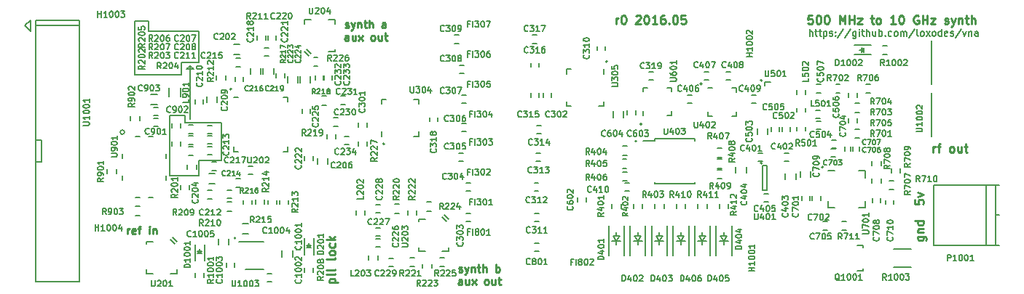
<source format=gto>
G04 #@! TF.FileFunction,Legend,Top*
%FSLAX46Y46*%
G04 Gerber Fmt 4.6, Leading zero omitted, Abs format (unit mm)*
G04 Created by KiCad (PCBNEW 4.0.2-stable) date Sun May 15 21:38:53 2016*
%MOMM*%
G01*
G04 APERTURE LIST*
%ADD10C,0.100000*%
%ADD11C,0.225000*%
%ADD12C,0.200000*%
%ADD13C,0.250000*%
%ADD14C,0.150000*%
G04 APERTURE END LIST*
D10*
D11*
X211442858Y-114621786D02*
X211528572Y-114664643D01*
X211700000Y-114664643D01*
X211785715Y-114621786D01*
X211828572Y-114536071D01*
X211828572Y-114493214D01*
X211785715Y-114407500D01*
X211700000Y-114364643D01*
X211571429Y-114364643D01*
X211485715Y-114321786D01*
X211442858Y-114236071D01*
X211442858Y-114193214D01*
X211485715Y-114107500D01*
X211571429Y-114064643D01*
X211700000Y-114064643D01*
X211785715Y-114107500D01*
X212128571Y-114064643D02*
X212342857Y-114664643D01*
X212557143Y-114064643D02*
X212342857Y-114664643D01*
X212257143Y-114878929D01*
X212214286Y-114921786D01*
X212128571Y-114964643D01*
X212900000Y-114064643D02*
X212900000Y-114664643D01*
X212900000Y-114150357D02*
X212942857Y-114107500D01*
X213028571Y-114064643D01*
X213157143Y-114064643D01*
X213242857Y-114107500D01*
X213285714Y-114193214D01*
X213285714Y-114664643D01*
X213585714Y-114064643D02*
X213928571Y-114064643D01*
X213714286Y-113764643D02*
X213714286Y-114536071D01*
X213757143Y-114621786D01*
X213842857Y-114664643D01*
X213928571Y-114664643D01*
X214228572Y-114664643D02*
X214228572Y-113764643D01*
X214614286Y-114664643D02*
X214614286Y-114193214D01*
X214571429Y-114107500D01*
X214485715Y-114064643D01*
X214357143Y-114064643D01*
X214271429Y-114107500D01*
X214228572Y-114150357D01*
X215728572Y-114664643D02*
X215728572Y-113764643D01*
X215728572Y-114107500D02*
X215814286Y-114064643D01*
X215985715Y-114064643D01*
X216071429Y-114107500D01*
X216114286Y-114150357D01*
X216157143Y-114236071D01*
X216157143Y-114493214D01*
X216114286Y-114578929D01*
X216071429Y-114621786D01*
X215985715Y-114664643D01*
X215814286Y-114664643D01*
X215728572Y-114621786D01*
X211807143Y-116149643D02*
X211807143Y-115678214D01*
X211764286Y-115592500D01*
X211678572Y-115549643D01*
X211507143Y-115549643D01*
X211421429Y-115592500D01*
X211807143Y-116106786D02*
X211721429Y-116149643D01*
X211507143Y-116149643D01*
X211421429Y-116106786D01*
X211378572Y-116021071D01*
X211378572Y-115935357D01*
X211421429Y-115849643D01*
X211507143Y-115806786D01*
X211721429Y-115806786D01*
X211807143Y-115763929D01*
X212621429Y-115549643D02*
X212621429Y-116149643D01*
X212235715Y-115549643D02*
X212235715Y-116021071D01*
X212278572Y-116106786D01*
X212364286Y-116149643D01*
X212492858Y-116149643D01*
X212578572Y-116106786D01*
X212621429Y-116063929D01*
X212964286Y-116149643D02*
X213435715Y-115549643D01*
X212964286Y-115549643D02*
X213435715Y-116149643D01*
X214592857Y-116149643D02*
X214507143Y-116106786D01*
X214464286Y-116063929D01*
X214421429Y-115978214D01*
X214421429Y-115721071D01*
X214464286Y-115635357D01*
X214507143Y-115592500D01*
X214592857Y-115549643D01*
X214721429Y-115549643D01*
X214807143Y-115592500D01*
X214850000Y-115635357D01*
X214892857Y-115721071D01*
X214892857Y-115978214D01*
X214850000Y-116063929D01*
X214807143Y-116106786D01*
X214721429Y-116149643D01*
X214592857Y-116149643D01*
X215664286Y-115549643D02*
X215664286Y-116149643D01*
X215278572Y-115549643D02*
X215278572Y-116021071D01*
X215321429Y-116106786D01*
X215407143Y-116149643D01*
X215535715Y-116149643D01*
X215621429Y-116106786D01*
X215664286Y-116063929D01*
X215964286Y-115549643D02*
X216307143Y-115549643D01*
X216092858Y-115249643D02*
X216092858Y-116021071D01*
X216135715Y-116106786D01*
X216221429Y-116149643D01*
X216307143Y-116149643D01*
D12*
X246700000Y-92300000D02*
G75*
G03X246700000Y-92300000I-100000J0D01*
G01*
X185500000Y-110700000D02*
G75*
G03X185500000Y-110700000I-100000J0D01*
G01*
X185000000Y-93300000D02*
G75*
G03X185000000Y-93300000I-100000J0D01*
G01*
X202800000Y-99700000D02*
G75*
G03X202800000Y-99700000I-100000J0D01*
G01*
X232100000Y-99400000D02*
G75*
G03X232100000Y-99400000I-100000J0D01*
G01*
X253800000Y-102400000D02*
G75*
G03X253800000Y-102400000I-100000J0D01*
G01*
X239700000Y-92700000D02*
G75*
G03X239700000Y-92700000I-100000J0D01*
G01*
X228700000Y-90100000D02*
G75*
G03X228700000Y-90100000I-100000J0D01*
G01*
X232700000Y-97400000D02*
G75*
G03X232700000Y-97400000I-100000J0D01*
G01*
D11*
X172928572Y-110207143D02*
X172928572Y-109607143D01*
X172928572Y-109778571D02*
X172971429Y-109692857D01*
X173014286Y-109650000D01*
X173100000Y-109607143D01*
X173185715Y-109607143D01*
X173828572Y-110164286D02*
X173742858Y-110207143D01*
X173571429Y-110207143D01*
X173485715Y-110164286D01*
X173442858Y-110078571D01*
X173442858Y-109735714D01*
X173485715Y-109650000D01*
X173571429Y-109607143D01*
X173742858Y-109607143D01*
X173828572Y-109650000D01*
X173871429Y-109735714D01*
X173871429Y-109821429D01*
X173442858Y-109907143D01*
X174128572Y-109607143D02*
X174471429Y-109607143D01*
X174257144Y-110207143D02*
X174257144Y-109435714D01*
X174300001Y-109350000D01*
X174385715Y-109307143D01*
X174471429Y-109307143D01*
X175457144Y-110207143D02*
X175457144Y-109607143D01*
X175457144Y-109307143D02*
X175414287Y-109350000D01*
X175457144Y-109392857D01*
X175500001Y-109350000D01*
X175457144Y-109307143D01*
X175457144Y-109392857D01*
X175885715Y-109607143D02*
X175885715Y-110207143D01*
X175885715Y-109692857D02*
X175928572Y-109650000D01*
X176014286Y-109607143D01*
X176142858Y-109607143D01*
X176228572Y-109650000D01*
X176271429Y-109735714D01*
X176271429Y-110207143D01*
X198242858Y-86121786D02*
X198328572Y-86164643D01*
X198500000Y-86164643D01*
X198585715Y-86121786D01*
X198628572Y-86036071D01*
X198628572Y-85993214D01*
X198585715Y-85907500D01*
X198500000Y-85864643D01*
X198371429Y-85864643D01*
X198285715Y-85821786D01*
X198242858Y-85736071D01*
X198242858Y-85693214D01*
X198285715Y-85607500D01*
X198371429Y-85564643D01*
X198500000Y-85564643D01*
X198585715Y-85607500D01*
X198928571Y-85564643D02*
X199142857Y-86164643D01*
X199357143Y-85564643D02*
X199142857Y-86164643D01*
X199057143Y-86378929D01*
X199014286Y-86421786D01*
X198928571Y-86464643D01*
X199700000Y-85564643D02*
X199700000Y-86164643D01*
X199700000Y-85650357D02*
X199742857Y-85607500D01*
X199828571Y-85564643D01*
X199957143Y-85564643D01*
X200042857Y-85607500D01*
X200085714Y-85693214D01*
X200085714Y-86164643D01*
X200385714Y-85564643D02*
X200728571Y-85564643D01*
X200514286Y-85264643D02*
X200514286Y-86036071D01*
X200557143Y-86121786D01*
X200642857Y-86164643D01*
X200728571Y-86164643D01*
X201028572Y-86164643D02*
X201028572Y-85264643D01*
X201414286Y-86164643D02*
X201414286Y-85693214D01*
X201371429Y-85607500D01*
X201285715Y-85564643D01*
X201157143Y-85564643D01*
X201071429Y-85607500D01*
X201028572Y-85650357D01*
X202914286Y-86164643D02*
X202914286Y-85693214D01*
X202871429Y-85607500D01*
X202785715Y-85564643D01*
X202614286Y-85564643D01*
X202528572Y-85607500D01*
X202914286Y-86121786D02*
X202828572Y-86164643D01*
X202614286Y-86164643D01*
X202528572Y-86121786D01*
X202485715Y-86036071D01*
X202485715Y-85950357D01*
X202528572Y-85864643D01*
X202614286Y-85821786D01*
X202828572Y-85821786D01*
X202914286Y-85778929D01*
X198607143Y-87649643D02*
X198607143Y-87178214D01*
X198564286Y-87092500D01*
X198478572Y-87049643D01*
X198307143Y-87049643D01*
X198221429Y-87092500D01*
X198607143Y-87606786D02*
X198521429Y-87649643D01*
X198307143Y-87649643D01*
X198221429Y-87606786D01*
X198178572Y-87521071D01*
X198178572Y-87435357D01*
X198221429Y-87349643D01*
X198307143Y-87306786D01*
X198521429Y-87306786D01*
X198607143Y-87263929D01*
X199421429Y-87049643D02*
X199421429Y-87649643D01*
X199035715Y-87049643D02*
X199035715Y-87521071D01*
X199078572Y-87606786D01*
X199164286Y-87649643D01*
X199292858Y-87649643D01*
X199378572Y-87606786D01*
X199421429Y-87563929D01*
X199764286Y-87649643D02*
X200235715Y-87049643D01*
X199764286Y-87049643D02*
X200235715Y-87649643D01*
X201392857Y-87649643D02*
X201307143Y-87606786D01*
X201264286Y-87563929D01*
X201221429Y-87478214D01*
X201221429Y-87221071D01*
X201264286Y-87135357D01*
X201307143Y-87092500D01*
X201392857Y-87049643D01*
X201521429Y-87049643D01*
X201607143Y-87092500D01*
X201650000Y-87135357D01*
X201692857Y-87221071D01*
X201692857Y-87478214D01*
X201650000Y-87563929D01*
X201607143Y-87606786D01*
X201521429Y-87649643D01*
X201392857Y-87649643D01*
X202464286Y-87049643D02*
X202464286Y-87649643D01*
X202078572Y-87049643D02*
X202078572Y-87521071D01*
X202121429Y-87606786D01*
X202207143Y-87649643D01*
X202335715Y-87649643D01*
X202421429Y-87606786D01*
X202464286Y-87563929D01*
X202764286Y-87049643D02*
X203107143Y-87049643D01*
X202892858Y-86749643D02*
X202892858Y-87521071D01*
X202935715Y-87606786D01*
X203021429Y-87649643D01*
X203107143Y-87649643D01*
D12*
X173800000Y-85400000D02*
X174000000Y-85400000D01*
X173800000Y-91600000D02*
X173800000Y-85400000D01*
X174000000Y-91600000D02*
X173800000Y-91600000D01*
X180600000Y-91000000D02*
X180200000Y-90600000D01*
X179800000Y-91000000D02*
X180600000Y-91000000D01*
X180200000Y-90600000D02*
X179800000Y-91000000D01*
X180200000Y-96800000D02*
X180200000Y-90600000D01*
X174000000Y-91600000D02*
X179200000Y-91600000D01*
X175400000Y-85400000D02*
X174000000Y-85400000D01*
X175400000Y-85800000D02*
X175400000Y-85400000D01*
X179200000Y-90200000D02*
X179200000Y-91600000D01*
X181200000Y-90200000D02*
X179200000Y-90200000D01*
X181200000Y-86600000D02*
X181200000Y-90200000D01*
X181000000Y-86600000D02*
X181200000Y-86600000D01*
X175400000Y-86600000D02*
X181000000Y-86600000D01*
X175400000Y-85800000D02*
X175400000Y-86600000D01*
X183800000Y-101600000D02*
X183800000Y-101200000D01*
X181200000Y-101600000D02*
X183800000Y-101600000D01*
X181200000Y-103400000D02*
X181200000Y-101600000D01*
X177800000Y-103400000D02*
X181200000Y-103400000D01*
X177800000Y-101200000D02*
X177800000Y-103400000D01*
X179600000Y-96400000D02*
X179600000Y-97200000D01*
X177800000Y-96400000D02*
X179600000Y-96400000D01*
X177800000Y-101200000D02*
X177800000Y-96400000D01*
X183800000Y-97200000D02*
X183800000Y-101200000D01*
X179600000Y-97200000D02*
X183800000Y-97200000D01*
D13*
X196385714Y-115866668D02*
X197385714Y-115866668D01*
X196433333Y-115866668D02*
X196385714Y-115771430D01*
X196385714Y-115580953D01*
X196433333Y-115485715D01*
X196480952Y-115438096D01*
X196576190Y-115390477D01*
X196861905Y-115390477D01*
X196957143Y-115438096D01*
X197004762Y-115485715D01*
X197052381Y-115580953D01*
X197052381Y-115771430D01*
X197004762Y-115866668D01*
X197052381Y-114819049D02*
X197004762Y-114914287D01*
X196909524Y-114961906D01*
X196052381Y-114961906D01*
X197052381Y-114295239D02*
X197004762Y-114390477D01*
X196909524Y-114438096D01*
X196052381Y-114438096D01*
X197052381Y-113009524D02*
X197004762Y-113104762D01*
X196909524Y-113152381D01*
X196052381Y-113152381D01*
X197052381Y-112485714D02*
X197004762Y-112580952D01*
X196957143Y-112628571D01*
X196861905Y-112676190D01*
X196576190Y-112676190D01*
X196480952Y-112628571D01*
X196433333Y-112580952D01*
X196385714Y-112485714D01*
X196385714Y-112342856D01*
X196433333Y-112247618D01*
X196480952Y-112199999D01*
X196576190Y-112152380D01*
X196861905Y-112152380D01*
X196957143Y-112199999D01*
X197004762Y-112247618D01*
X197052381Y-112342856D01*
X197052381Y-112485714D01*
X197004762Y-111295237D02*
X197052381Y-111390475D01*
X197052381Y-111580952D01*
X197004762Y-111676190D01*
X196957143Y-111723809D01*
X196861905Y-111771428D01*
X196576190Y-111771428D01*
X196480952Y-111723809D01*
X196433333Y-111676190D01*
X196385714Y-111580952D01*
X196385714Y-111390475D01*
X196433333Y-111295237D01*
X197052381Y-110866666D02*
X196052381Y-110866666D01*
X196671429Y-110771428D02*
X197052381Y-110485713D01*
X196385714Y-110485713D02*
X196766667Y-110866666D01*
X264785714Y-110509524D02*
X265595238Y-110509524D01*
X265690476Y-110557143D01*
X265738095Y-110604762D01*
X265785714Y-110700001D01*
X265785714Y-110842858D01*
X265738095Y-110938096D01*
X265404762Y-110509524D02*
X265452381Y-110604762D01*
X265452381Y-110795239D01*
X265404762Y-110890477D01*
X265357143Y-110938096D01*
X265261905Y-110985715D01*
X264976190Y-110985715D01*
X264880952Y-110938096D01*
X264833333Y-110890477D01*
X264785714Y-110795239D01*
X264785714Y-110604762D01*
X264833333Y-110509524D01*
X264785714Y-110033334D02*
X265452381Y-110033334D01*
X264880952Y-110033334D02*
X264833333Y-109985715D01*
X264785714Y-109890477D01*
X264785714Y-109747619D01*
X264833333Y-109652381D01*
X264928571Y-109604762D01*
X265452381Y-109604762D01*
X265452381Y-108700000D02*
X264452381Y-108700000D01*
X265404762Y-108700000D02*
X265452381Y-108795238D01*
X265452381Y-108985715D01*
X265404762Y-109080953D01*
X265357143Y-109128572D01*
X265261905Y-109176191D01*
X264976190Y-109176191D01*
X264880952Y-109128572D01*
X264833333Y-109080953D01*
X264785714Y-108985715D01*
X264785714Y-108795238D01*
X264833333Y-108700000D01*
X264452381Y-106223809D02*
X264452381Y-106700000D01*
X264928571Y-106747619D01*
X264880952Y-106700000D01*
X264833333Y-106604762D01*
X264833333Y-106366666D01*
X264880952Y-106271428D01*
X264928571Y-106223809D01*
X265023810Y-106176190D01*
X265261905Y-106176190D01*
X265357143Y-106223809D01*
X265404762Y-106271428D01*
X265452381Y-106366666D01*
X265452381Y-106604762D01*
X265404762Y-106700000D01*
X265357143Y-106747619D01*
X264785714Y-105842857D02*
X265452381Y-105604762D01*
X264785714Y-105366666D01*
X266571428Y-100702381D02*
X266571428Y-100035714D01*
X266571428Y-100226190D02*
X266619047Y-100130952D01*
X266666666Y-100083333D01*
X266761904Y-100035714D01*
X266857143Y-100035714D01*
X267047619Y-100035714D02*
X267428571Y-100035714D01*
X267190476Y-100702381D02*
X267190476Y-99845238D01*
X267238095Y-99750000D01*
X267333333Y-99702381D01*
X267428571Y-99702381D01*
X268666667Y-100702381D02*
X268571429Y-100654762D01*
X268523810Y-100607143D01*
X268476191Y-100511905D01*
X268476191Y-100226190D01*
X268523810Y-100130952D01*
X268571429Y-100083333D01*
X268666667Y-100035714D01*
X268809525Y-100035714D01*
X268904763Y-100083333D01*
X268952382Y-100130952D01*
X269000001Y-100226190D01*
X269000001Y-100511905D01*
X268952382Y-100607143D01*
X268904763Y-100654762D01*
X268809525Y-100702381D01*
X268666667Y-100702381D01*
X269857144Y-100035714D02*
X269857144Y-100702381D01*
X269428572Y-100035714D02*
X269428572Y-100559524D01*
X269476191Y-100654762D01*
X269571429Y-100702381D01*
X269714287Y-100702381D01*
X269809525Y-100654762D01*
X269857144Y-100607143D01*
X270190477Y-100035714D02*
X270571429Y-100035714D01*
X270333334Y-99702381D02*
X270333334Y-100559524D01*
X270380953Y-100654762D01*
X270476191Y-100702381D01*
X270571429Y-100702381D01*
D12*
X252209522Y-87111905D02*
X252209522Y-86311905D01*
X252552379Y-87111905D02*
X252552379Y-86692857D01*
X252514284Y-86616667D01*
X252438094Y-86578571D01*
X252323808Y-86578571D01*
X252247617Y-86616667D01*
X252209522Y-86654762D01*
X252819046Y-86578571D02*
X253123808Y-86578571D01*
X252933332Y-86311905D02*
X252933332Y-86997619D01*
X252971427Y-87073810D01*
X253047618Y-87111905D01*
X253123808Y-87111905D01*
X253276189Y-86578571D02*
X253580951Y-86578571D01*
X253390475Y-86311905D02*
X253390475Y-86997619D01*
X253428570Y-87073810D01*
X253504761Y-87111905D01*
X253580951Y-87111905D01*
X253847618Y-86578571D02*
X253847618Y-87378571D01*
X253847618Y-86616667D02*
X253923809Y-86578571D01*
X254076190Y-86578571D01*
X254152380Y-86616667D01*
X254190475Y-86654762D01*
X254228571Y-86730952D01*
X254228571Y-86959524D01*
X254190475Y-87035714D01*
X254152380Y-87073810D01*
X254076190Y-87111905D01*
X253923809Y-87111905D01*
X253847618Y-87073810D01*
X254533333Y-87073810D02*
X254609523Y-87111905D01*
X254761904Y-87111905D01*
X254838095Y-87073810D01*
X254876190Y-86997619D01*
X254876190Y-86959524D01*
X254838095Y-86883333D01*
X254761904Y-86845238D01*
X254647619Y-86845238D01*
X254571428Y-86807143D01*
X254533333Y-86730952D01*
X254533333Y-86692857D01*
X254571428Y-86616667D01*
X254647619Y-86578571D01*
X254761904Y-86578571D01*
X254838095Y-86616667D01*
X255219047Y-87035714D02*
X255257142Y-87073810D01*
X255219047Y-87111905D01*
X255180952Y-87073810D01*
X255219047Y-87035714D01*
X255219047Y-87111905D01*
X255219047Y-86616667D02*
X255257142Y-86654762D01*
X255219047Y-86692857D01*
X255180952Y-86654762D01*
X255219047Y-86616667D01*
X255219047Y-86692857D01*
X256171428Y-86273810D02*
X255485713Y-87302381D01*
X257009523Y-86273810D02*
X256323808Y-87302381D01*
X257619046Y-86578571D02*
X257619046Y-87226190D01*
X257580951Y-87302381D01*
X257542856Y-87340476D01*
X257466665Y-87378571D01*
X257352380Y-87378571D01*
X257276189Y-87340476D01*
X257619046Y-87073810D02*
X257542856Y-87111905D01*
X257390475Y-87111905D01*
X257314284Y-87073810D01*
X257276189Y-87035714D01*
X257238094Y-86959524D01*
X257238094Y-86730952D01*
X257276189Y-86654762D01*
X257314284Y-86616667D01*
X257390475Y-86578571D01*
X257542856Y-86578571D01*
X257619046Y-86616667D01*
X257999999Y-87111905D02*
X257999999Y-86578571D01*
X257999999Y-86311905D02*
X257961904Y-86350000D01*
X257999999Y-86388095D01*
X258038094Y-86350000D01*
X257999999Y-86311905D01*
X257999999Y-86388095D01*
X258266665Y-86578571D02*
X258571427Y-86578571D01*
X258380951Y-86311905D02*
X258380951Y-86997619D01*
X258419046Y-87073810D01*
X258495237Y-87111905D01*
X258571427Y-87111905D01*
X258838094Y-87111905D02*
X258838094Y-86311905D01*
X259180951Y-87111905D02*
X259180951Y-86692857D01*
X259142856Y-86616667D01*
X259066666Y-86578571D01*
X258952380Y-86578571D01*
X258876189Y-86616667D01*
X258838094Y-86654762D01*
X259904761Y-86578571D02*
X259904761Y-87111905D01*
X259561904Y-86578571D02*
X259561904Y-86997619D01*
X259599999Y-87073810D01*
X259676190Y-87111905D01*
X259790476Y-87111905D01*
X259866666Y-87073810D01*
X259904761Y-87035714D01*
X260285714Y-87111905D02*
X260285714Y-86311905D01*
X260285714Y-86616667D02*
X260361905Y-86578571D01*
X260514286Y-86578571D01*
X260590476Y-86616667D01*
X260628571Y-86654762D01*
X260666667Y-86730952D01*
X260666667Y-86959524D01*
X260628571Y-87035714D01*
X260590476Y-87073810D01*
X260514286Y-87111905D01*
X260361905Y-87111905D01*
X260285714Y-87073810D01*
X261009524Y-87035714D02*
X261047619Y-87073810D01*
X261009524Y-87111905D01*
X260971429Y-87073810D01*
X261009524Y-87035714D01*
X261009524Y-87111905D01*
X261733333Y-87073810D02*
X261657143Y-87111905D01*
X261504762Y-87111905D01*
X261428571Y-87073810D01*
X261390476Y-87035714D01*
X261352381Y-86959524D01*
X261352381Y-86730952D01*
X261390476Y-86654762D01*
X261428571Y-86616667D01*
X261504762Y-86578571D01*
X261657143Y-86578571D01*
X261733333Y-86616667D01*
X262190476Y-87111905D02*
X262114285Y-87073810D01*
X262076190Y-87035714D01*
X262038095Y-86959524D01*
X262038095Y-86730952D01*
X262076190Y-86654762D01*
X262114285Y-86616667D01*
X262190476Y-86578571D01*
X262304762Y-86578571D01*
X262380952Y-86616667D01*
X262419047Y-86654762D01*
X262457143Y-86730952D01*
X262457143Y-86959524D01*
X262419047Y-87035714D01*
X262380952Y-87073810D01*
X262304762Y-87111905D01*
X262190476Y-87111905D01*
X262800000Y-87111905D02*
X262800000Y-86578571D01*
X262800000Y-86654762D02*
X262838095Y-86616667D01*
X262914286Y-86578571D01*
X263028572Y-86578571D01*
X263104762Y-86616667D01*
X263142857Y-86692857D01*
X263142857Y-87111905D01*
X263142857Y-86692857D02*
X263180953Y-86616667D01*
X263257143Y-86578571D01*
X263371429Y-86578571D01*
X263447619Y-86616667D01*
X263485714Y-86692857D01*
X263485714Y-87111905D01*
X264438096Y-86273810D02*
X263752381Y-87302381D01*
X264819048Y-87111905D02*
X264742857Y-87073810D01*
X264704762Y-86997619D01*
X264704762Y-86311905D01*
X265238096Y-87111905D02*
X265161905Y-87073810D01*
X265123810Y-87035714D01*
X265085715Y-86959524D01*
X265085715Y-86730952D01*
X265123810Y-86654762D01*
X265161905Y-86616667D01*
X265238096Y-86578571D01*
X265352382Y-86578571D01*
X265428572Y-86616667D01*
X265466667Y-86654762D01*
X265504763Y-86730952D01*
X265504763Y-86959524D01*
X265466667Y-87035714D01*
X265428572Y-87073810D01*
X265352382Y-87111905D01*
X265238096Y-87111905D01*
X265771430Y-87111905D02*
X266190477Y-86578571D01*
X265771430Y-86578571D02*
X266190477Y-87111905D01*
X266609525Y-87111905D02*
X266533334Y-87073810D01*
X266495239Y-87035714D01*
X266457144Y-86959524D01*
X266457144Y-86730952D01*
X266495239Y-86654762D01*
X266533334Y-86616667D01*
X266609525Y-86578571D01*
X266723811Y-86578571D01*
X266800001Y-86616667D01*
X266838096Y-86654762D01*
X266876192Y-86730952D01*
X266876192Y-86959524D01*
X266838096Y-87035714D01*
X266800001Y-87073810D01*
X266723811Y-87111905D01*
X266609525Y-87111905D01*
X267561906Y-87111905D02*
X267561906Y-86311905D01*
X267561906Y-87073810D02*
X267485716Y-87111905D01*
X267333335Y-87111905D01*
X267257144Y-87073810D01*
X267219049Y-87035714D01*
X267180954Y-86959524D01*
X267180954Y-86730952D01*
X267219049Y-86654762D01*
X267257144Y-86616667D01*
X267333335Y-86578571D01*
X267485716Y-86578571D01*
X267561906Y-86616667D01*
X268247621Y-87073810D02*
X268171431Y-87111905D01*
X268019050Y-87111905D01*
X267942859Y-87073810D01*
X267904764Y-86997619D01*
X267904764Y-86692857D01*
X267942859Y-86616667D01*
X268019050Y-86578571D01*
X268171431Y-86578571D01*
X268247621Y-86616667D01*
X268285716Y-86692857D01*
X268285716Y-86769048D01*
X267904764Y-86845238D01*
X268590478Y-87073810D02*
X268666668Y-87111905D01*
X268819049Y-87111905D01*
X268895240Y-87073810D01*
X268933335Y-86997619D01*
X268933335Y-86959524D01*
X268895240Y-86883333D01*
X268819049Y-86845238D01*
X268704764Y-86845238D01*
X268628573Y-86807143D01*
X268590478Y-86730952D01*
X268590478Y-86692857D01*
X268628573Y-86616667D01*
X268704764Y-86578571D01*
X268819049Y-86578571D01*
X268895240Y-86616667D01*
X269847621Y-86273810D02*
X269161906Y-87302381D01*
X270038097Y-86578571D02*
X270228573Y-87111905D01*
X270419049Y-86578571D01*
X270723811Y-86578571D02*
X270723811Y-87111905D01*
X270723811Y-86654762D02*
X270761906Y-86616667D01*
X270838097Y-86578571D01*
X270952383Y-86578571D01*
X271028573Y-86616667D01*
X271066668Y-86692857D01*
X271066668Y-87111905D01*
X271790478Y-87111905D02*
X271790478Y-86692857D01*
X271752383Y-86616667D01*
X271676193Y-86578571D01*
X271523812Y-86578571D01*
X271447621Y-86616667D01*
X271790478Y-87073810D02*
X271714288Y-87111905D01*
X271523812Y-87111905D01*
X271447621Y-87073810D01*
X271409526Y-86997619D01*
X271409526Y-86921429D01*
X271447621Y-86845238D01*
X271523812Y-86807143D01*
X271714288Y-86807143D01*
X271790478Y-86769048D01*
D13*
X229726190Y-85702381D02*
X229726190Y-85035714D01*
X229726190Y-85226190D02*
X229773809Y-85130952D01*
X229821428Y-85083333D01*
X229916666Y-85035714D01*
X230011905Y-85035714D01*
X230535714Y-84702381D02*
X230630953Y-84702381D01*
X230726191Y-84750000D01*
X230773810Y-84797619D01*
X230821429Y-84892857D01*
X230869048Y-85083333D01*
X230869048Y-85321429D01*
X230821429Y-85511905D01*
X230773810Y-85607143D01*
X230726191Y-85654762D01*
X230630953Y-85702381D01*
X230535714Y-85702381D01*
X230440476Y-85654762D01*
X230392857Y-85607143D01*
X230345238Y-85511905D01*
X230297619Y-85321429D01*
X230297619Y-85083333D01*
X230345238Y-84892857D01*
X230392857Y-84797619D01*
X230440476Y-84750000D01*
X230535714Y-84702381D01*
X232011905Y-84797619D02*
X232059524Y-84750000D01*
X232154762Y-84702381D01*
X232392858Y-84702381D01*
X232488096Y-84750000D01*
X232535715Y-84797619D01*
X232583334Y-84892857D01*
X232583334Y-84988095D01*
X232535715Y-85130952D01*
X231964286Y-85702381D01*
X232583334Y-85702381D01*
X233202381Y-84702381D02*
X233297620Y-84702381D01*
X233392858Y-84750000D01*
X233440477Y-84797619D01*
X233488096Y-84892857D01*
X233535715Y-85083333D01*
X233535715Y-85321429D01*
X233488096Y-85511905D01*
X233440477Y-85607143D01*
X233392858Y-85654762D01*
X233297620Y-85702381D01*
X233202381Y-85702381D01*
X233107143Y-85654762D01*
X233059524Y-85607143D01*
X233011905Y-85511905D01*
X232964286Y-85321429D01*
X232964286Y-85083333D01*
X233011905Y-84892857D01*
X233059524Y-84797619D01*
X233107143Y-84750000D01*
X233202381Y-84702381D01*
X234488096Y-85702381D02*
X233916667Y-85702381D01*
X234202381Y-85702381D02*
X234202381Y-84702381D01*
X234107143Y-84845238D01*
X234011905Y-84940476D01*
X233916667Y-84988095D01*
X235345239Y-84702381D02*
X235154762Y-84702381D01*
X235059524Y-84750000D01*
X235011905Y-84797619D01*
X234916667Y-84940476D01*
X234869048Y-85130952D01*
X234869048Y-85511905D01*
X234916667Y-85607143D01*
X234964286Y-85654762D01*
X235059524Y-85702381D01*
X235250001Y-85702381D01*
X235345239Y-85654762D01*
X235392858Y-85607143D01*
X235440477Y-85511905D01*
X235440477Y-85273810D01*
X235392858Y-85178571D01*
X235345239Y-85130952D01*
X235250001Y-85083333D01*
X235059524Y-85083333D01*
X234964286Y-85130952D01*
X234916667Y-85178571D01*
X234869048Y-85273810D01*
X235869048Y-85607143D02*
X235916667Y-85654762D01*
X235869048Y-85702381D01*
X235821429Y-85654762D01*
X235869048Y-85607143D01*
X235869048Y-85702381D01*
X236535714Y-84702381D02*
X236630953Y-84702381D01*
X236726191Y-84750000D01*
X236773810Y-84797619D01*
X236821429Y-84892857D01*
X236869048Y-85083333D01*
X236869048Y-85321429D01*
X236821429Y-85511905D01*
X236773810Y-85607143D01*
X236726191Y-85654762D01*
X236630953Y-85702381D01*
X236535714Y-85702381D01*
X236440476Y-85654762D01*
X236392857Y-85607143D01*
X236345238Y-85511905D01*
X236297619Y-85321429D01*
X236297619Y-85083333D01*
X236345238Y-84892857D01*
X236392857Y-84797619D01*
X236440476Y-84750000D01*
X236535714Y-84702381D01*
X237773810Y-84702381D02*
X237297619Y-84702381D01*
X237250000Y-85178571D01*
X237297619Y-85130952D01*
X237392857Y-85083333D01*
X237630953Y-85083333D01*
X237726191Y-85130952D01*
X237773810Y-85178571D01*
X237821429Y-85273810D01*
X237821429Y-85511905D01*
X237773810Y-85607143D01*
X237726191Y-85654762D01*
X237630953Y-85702381D01*
X237392857Y-85702381D01*
X237297619Y-85654762D01*
X237250000Y-85607143D01*
X252535713Y-84702381D02*
X252059522Y-84702381D01*
X252011903Y-85178571D01*
X252059522Y-85130952D01*
X252154760Y-85083333D01*
X252392856Y-85083333D01*
X252488094Y-85130952D01*
X252535713Y-85178571D01*
X252583332Y-85273810D01*
X252583332Y-85511905D01*
X252535713Y-85607143D01*
X252488094Y-85654762D01*
X252392856Y-85702381D01*
X252154760Y-85702381D01*
X252059522Y-85654762D01*
X252011903Y-85607143D01*
X253202379Y-84702381D02*
X253297618Y-84702381D01*
X253392856Y-84750000D01*
X253440475Y-84797619D01*
X253488094Y-84892857D01*
X253535713Y-85083333D01*
X253535713Y-85321429D01*
X253488094Y-85511905D01*
X253440475Y-85607143D01*
X253392856Y-85654762D01*
X253297618Y-85702381D01*
X253202379Y-85702381D01*
X253107141Y-85654762D01*
X253059522Y-85607143D01*
X253011903Y-85511905D01*
X252964284Y-85321429D01*
X252964284Y-85083333D01*
X253011903Y-84892857D01*
X253059522Y-84797619D01*
X253107141Y-84750000D01*
X253202379Y-84702381D01*
X254154760Y-84702381D02*
X254249999Y-84702381D01*
X254345237Y-84750000D01*
X254392856Y-84797619D01*
X254440475Y-84892857D01*
X254488094Y-85083333D01*
X254488094Y-85321429D01*
X254440475Y-85511905D01*
X254392856Y-85607143D01*
X254345237Y-85654762D01*
X254249999Y-85702381D01*
X254154760Y-85702381D01*
X254059522Y-85654762D01*
X254011903Y-85607143D01*
X253964284Y-85511905D01*
X253916665Y-85321429D01*
X253916665Y-85083333D01*
X253964284Y-84892857D01*
X254011903Y-84797619D01*
X254059522Y-84750000D01*
X254154760Y-84702381D01*
X255678570Y-85702381D02*
X255678570Y-84702381D01*
X256011904Y-85416667D01*
X256345237Y-84702381D01*
X256345237Y-85702381D01*
X256821427Y-85702381D02*
X256821427Y-84702381D01*
X256821427Y-85178571D02*
X257392856Y-85178571D01*
X257392856Y-85702381D02*
X257392856Y-84702381D01*
X257773808Y-85035714D02*
X258297618Y-85035714D01*
X257773808Y-85702381D01*
X258297618Y-85702381D01*
X259297618Y-85035714D02*
X259678570Y-85035714D01*
X259440475Y-84702381D02*
X259440475Y-85559524D01*
X259488094Y-85654762D01*
X259583332Y-85702381D01*
X259678570Y-85702381D01*
X260154761Y-85702381D02*
X260059523Y-85654762D01*
X260011904Y-85607143D01*
X259964285Y-85511905D01*
X259964285Y-85226190D01*
X260011904Y-85130952D01*
X260059523Y-85083333D01*
X260154761Y-85035714D01*
X260297619Y-85035714D01*
X260392857Y-85083333D01*
X260440476Y-85130952D01*
X260488095Y-85226190D01*
X260488095Y-85511905D01*
X260440476Y-85607143D01*
X260392857Y-85654762D01*
X260297619Y-85702381D01*
X260154761Y-85702381D01*
X262202381Y-85702381D02*
X261630952Y-85702381D01*
X261916666Y-85702381D02*
X261916666Y-84702381D01*
X261821428Y-84845238D01*
X261726190Y-84940476D01*
X261630952Y-84988095D01*
X262821428Y-84702381D02*
X262916667Y-84702381D01*
X263011905Y-84750000D01*
X263059524Y-84797619D01*
X263107143Y-84892857D01*
X263154762Y-85083333D01*
X263154762Y-85321429D01*
X263107143Y-85511905D01*
X263059524Y-85607143D01*
X263011905Y-85654762D01*
X262916667Y-85702381D01*
X262821428Y-85702381D01*
X262726190Y-85654762D01*
X262678571Y-85607143D01*
X262630952Y-85511905D01*
X262583333Y-85321429D01*
X262583333Y-85083333D01*
X262630952Y-84892857D01*
X262678571Y-84797619D01*
X262726190Y-84750000D01*
X262821428Y-84702381D01*
X264869048Y-84750000D02*
X264773810Y-84702381D01*
X264630953Y-84702381D01*
X264488095Y-84750000D01*
X264392857Y-84845238D01*
X264345238Y-84940476D01*
X264297619Y-85130952D01*
X264297619Y-85273810D01*
X264345238Y-85464286D01*
X264392857Y-85559524D01*
X264488095Y-85654762D01*
X264630953Y-85702381D01*
X264726191Y-85702381D01*
X264869048Y-85654762D01*
X264916667Y-85607143D01*
X264916667Y-85273810D01*
X264726191Y-85273810D01*
X265345238Y-85702381D02*
X265345238Y-84702381D01*
X265345238Y-85178571D02*
X265916667Y-85178571D01*
X265916667Y-85702381D02*
X265916667Y-84702381D01*
X266297619Y-85035714D02*
X266821429Y-85035714D01*
X266297619Y-85702381D01*
X266821429Y-85702381D01*
X267916667Y-85654762D02*
X268011905Y-85702381D01*
X268202381Y-85702381D01*
X268297620Y-85654762D01*
X268345239Y-85559524D01*
X268345239Y-85511905D01*
X268297620Y-85416667D01*
X268202381Y-85369048D01*
X268059524Y-85369048D01*
X267964286Y-85321429D01*
X267916667Y-85226190D01*
X267916667Y-85178571D01*
X267964286Y-85083333D01*
X268059524Y-85035714D01*
X268202381Y-85035714D01*
X268297620Y-85083333D01*
X268678572Y-85035714D02*
X268916667Y-85702381D01*
X269154763Y-85035714D02*
X268916667Y-85702381D01*
X268821429Y-85940476D01*
X268773810Y-85988095D01*
X268678572Y-86035714D01*
X269535715Y-85035714D02*
X269535715Y-85702381D01*
X269535715Y-85130952D02*
X269583334Y-85083333D01*
X269678572Y-85035714D01*
X269821430Y-85035714D01*
X269916668Y-85083333D01*
X269964287Y-85178571D01*
X269964287Y-85702381D01*
X270297620Y-85035714D02*
X270678572Y-85035714D01*
X270440477Y-84702381D02*
X270440477Y-85559524D01*
X270488096Y-85654762D01*
X270583334Y-85702381D01*
X270678572Y-85702381D01*
X271011906Y-85702381D02*
X271011906Y-84702381D01*
X271440478Y-85702381D02*
X271440478Y-85178571D01*
X271392859Y-85083333D01*
X271297621Y-85035714D01*
X271154763Y-85035714D01*
X271059525Y-85083333D01*
X271011906Y-85130952D01*
D14*
X181825000Y-115250000D02*
X181825000Y-114750000D01*
X180775000Y-114750000D02*
X180775000Y-115250000D01*
X181850000Y-113350700D02*
X181850000Y-111450700D01*
X180750000Y-113350700D02*
X180750000Y-111450700D01*
X181300000Y-112450700D02*
X181300000Y-112000700D01*
X181050000Y-112500700D02*
X181550000Y-112500700D01*
X181300000Y-112500700D02*
X181050000Y-112250700D01*
X181050000Y-112250700D02*
X181550000Y-112250700D01*
X181550000Y-112250700D02*
X181300000Y-112500700D01*
X253750000Y-109725000D02*
X254250000Y-109725000D01*
X254250000Y-108775000D02*
X253750000Y-108775000D01*
X185950000Y-89300000D02*
X185250000Y-89300000D01*
X185250000Y-88100000D02*
X185950000Y-88100000D01*
X183100000Y-104350000D02*
X182400000Y-104350000D01*
X182400000Y-103150000D02*
X183100000Y-103150000D01*
X196200000Y-101350000D02*
X196200000Y-102050000D01*
X195000000Y-102050000D02*
X195000000Y-101350000D01*
X182250000Y-98475000D02*
X182750000Y-98475000D01*
X182750000Y-97525000D02*
X182250000Y-97525000D01*
X182750000Y-98775000D02*
X182250000Y-98775000D01*
X182250000Y-99725000D02*
X182750000Y-99725000D01*
X182150000Y-94850000D02*
X182150000Y-94150000D01*
X183350000Y-94150000D02*
X183350000Y-94850000D01*
X181725000Y-95050000D02*
X181725000Y-94550000D01*
X180775000Y-94550000D02*
X180775000Y-95050000D01*
X182750000Y-100025000D02*
X182250000Y-100025000D01*
X182250000Y-100975000D02*
X182750000Y-100975000D01*
X184500000Y-106075000D02*
X185000000Y-106075000D01*
X185000000Y-105125000D02*
X184500000Y-105125000D01*
X183250000Y-101825000D02*
X182750000Y-101825000D01*
X182750000Y-102775000D02*
X183250000Y-102775000D01*
X186000000Y-103775000D02*
X185500000Y-103775000D01*
X185500000Y-104725000D02*
X186000000Y-104725000D01*
X185550000Y-90675000D02*
X186050000Y-90675000D01*
X186050000Y-89725000D02*
X185550000Y-89725000D01*
X186375000Y-92400000D02*
X186375000Y-91900000D01*
X185425000Y-91900000D02*
X185425000Y-92400000D01*
X187450000Y-102275000D02*
X186950000Y-102275000D01*
X186950000Y-103225000D02*
X187450000Y-103225000D01*
X187200000Y-91550000D02*
X187200000Y-90850000D01*
X188400000Y-90850000D02*
X188400000Y-91550000D01*
X188700000Y-91550000D02*
X188700000Y-90850000D01*
X189900000Y-90850000D02*
X189900000Y-91550000D01*
X189275000Y-87050000D02*
X189275000Y-87550000D01*
X190225000Y-87550000D02*
X190225000Y-87050000D01*
X188850000Y-89475000D02*
X189350000Y-89475000D01*
X189350000Y-88525000D02*
X188850000Y-88525000D01*
X194475000Y-101650000D02*
X194475000Y-101150000D01*
X193525000Y-101150000D02*
X193525000Y-101650000D01*
X191500000Y-92550000D02*
X191500000Y-91850000D01*
X192700000Y-91850000D02*
X192700000Y-92550000D01*
X193000000Y-92550000D02*
X193000000Y-91850000D01*
X194200000Y-91850000D02*
X194200000Y-92550000D01*
X194175000Y-96150000D02*
X194175000Y-95650000D01*
X193225000Y-95650000D02*
X193225000Y-96150000D01*
X201800000Y-111725000D02*
X202300000Y-111725000D01*
X202300000Y-110775000D02*
X201800000Y-110775000D01*
X201800000Y-110475000D02*
X202300000Y-110475000D01*
X202300000Y-109525000D02*
X201800000Y-109525000D01*
X201750000Y-107725000D02*
X202250000Y-107725000D01*
X202250000Y-106775000D02*
X201750000Y-106775000D01*
X203300000Y-113975000D02*
X203800000Y-113975000D01*
X203800000Y-113025000D02*
X203300000Y-113025000D01*
X196850000Y-97625000D02*
X197350000Y-97625000D01*
X197350000Y-96675000D02*
X196850000Y-96675000D01*
X197700000Y-95075000D02*
X198200000Y-95075000D01*
X198200000Y-94125000D02*
X197700000Y-94125000D01*
X195725000Y-92250000D02*
X195725000Y-91750000D01*
X194775000Y-91750000D02*
X194775000Y-92250000D01*
X196725000Y-92250000D02*
X196725000Y-91750000D01*
X195775000Y-91750000D02*
X195775000Y-92250000D01*
X198150000Y-99775000D02*
X198650000Y-99775000D01*
X198650000Y-98825000D02*
X198150000Y-98825000D01*
X199775000Y-97250000D02*
X199775000Y-97750000D01*
X200725000Y-97750000D02*
X200725000Y-97250000D01*
X221225000Y-93750000D02*
X221225000Y-94250000D01*
X222175000Y-94250000D02*
X222175000Y-93750000D01*
X212250000Y-108725000D02*
X212750000Y-108725000D01*
X212750000Y-107775000D02*
X212250000Y-107775000D01*
X212250000Y-105225000D02*
X212750000Y-105225000D01*
X212750000Y-104275000D02*
X212250000Y-104275000D01*
X211450000Y-101725000D02*
X211950000Y-101725000D01*
X211950000Y-100775000D02*
X211450000Y-100775000D01*
X211750000Y-98225000D02*
X212250000Y-98225000D01*
X212250000Y-97275000D02*
X211750000Y-97275000D01*
X211750000Y-94975000D02*
X212250000Y-94975000D01*
X212250000Y-94025000D02*
X211750000Y-94025000D01*
X211500000Y-91475000D02*
X212000000Y-91475000D01*
X212000000Y-90525000D02*
X211500000Y-90525000D01*
X210950000Y-87975000D02*
X211450000Y-87975000D01*
X211450000Y-87025000D02*
X210950000Y-87025000D01*
X227525000Y-88300000D02*
X227525000Y-88800000D01*
X228475000Y-88800000D02*
X228475000Y-88300000D01*
X220250000Y-108725000D02*
X220750000Y-108725000D01*
X220750000Y-107775000D02*
X220250000Y-107775000D01*
X220200000Y-105225000D02*
X220700000Y-105225000D01*
X220700000Y-104275000D02*
X220200000Y-104275000D01*
X220450000Y-101725000D02*
X220950000Y-101725000D01*
X220950000Y-100775000D02*
X220450000Y-100775000D01*
X220500000Y-98475000D02*
X221000000Y-98475000D01*
X221000000Y-97525000D02*
X220500000Y-97525000D01*
X220725000Y-94250000D02*
X220725000Y-93750000D01*
X219775000Y-93750000D02*
X219775000Y-94250000D01*
X220725000Y-90750000D02*
X220725000Y-90250000D01*
X219775000Y-90250000D02*
X219775000Y-90750000D01*
X220000000Y-87975000D02*
X220500000Y-87975000D01*
X220500000Y-87025000D02*
X220000000Y-87025000D01*
X233500000Y-92225000D02*
X234000000Y-92225000D01*
X234000000Y-91275000D02*
X233500000Y-91275000D01*
X246250000Y-101725000D02*
X246750000Y-101725000D01*
X246750000Y-100775000D02*
X246250000Y-100775000D01*
X249250000Y-101725000D02*
X249750000Y-101725000D01*
X249750000Y-100775000D02*
X249250000Y-100775000D01*
X250600000Y-103150000D02*
X250600000Y-103850000D01*
X249400000Y-103850000D02*
X249400000Y-103150000D01*
X243650000Y-103100000D02*
X243650000Y-102400000D01*
X244850000Y-102400000D02*
X244850000Y-103100000D01*
X246950000Y-106475000D02*
X247450000Y-106475000D01*
X247450000Y-105525000D02*
X246950000Y-105525000D01*
X238000000Y-94975000D02*
X238500000Y-94975000D01*
X238500000Y-94025000D02*
X238000000Y-94025000D01*
X240500000Y-91275000D02*
X240000000Y-91275000D01*
X240000000Y-92225000D02*
X240500000Y-92225000D01*
X242500000Y-92225000D02*
X243000000Y-92225000D01*
X243000000Y-91275000D02*
X242500000Y-91275000D01*
X245500000Y-94975000D02*
X246000000Y-94975000D01*
X246000000Y-94025000D02*
X245500000Y-94025000D01*
X231250000Y-104275000D02*
X230750000Y-104275000D01*
X230750000Y-105225000D02*
X231250000Y-105225000D01*
X249025000Y-97750000D02*
X249025000Y-98250000D01*
X249975000Y-98250000D02*
X249975000Y-97750000D01*
X246150000Y-98600000D02*
X246150000Y-97900000D01*
X247350000Y-97900000D02*
X247350000Y-98600000D01*
X253000000Y-97975000D02*
X253500000Y-97975000D01*
X253500000Y-97025000D02*
X253000000Y-97025000D01*
X247775000Y-97750000D02*
X247775000Y-98250000D01*
X248725000Y-98250000D02*
X248725000Y-97750000D01*
X252950000Y-96725000D02*
X253450000Y-96725000D01*
X253450000Y-95775000D02*
X252950000Y-95775000D01*
X253000000Y-93725000D02*
X253500000Y-93725000D01*
X253500000Y-92775000D02*
X253000000Y-92775000D01*
X225275000Y-105950000D02*
X225275000Y-106450000D01*
X226225000Y-106450000D02*
X226225000Y-105950000D01*
X231975000Y-96300000D02*
X231975000Y-95800000D01*
X231025000Y-95800000D02*
X231025000Y-96300000D01*
X230600000Y-95900000D02*
X230600000Y-96600000D01*
X229400000Y-96600000D02*
X229400000Y-95900000D01*
X252225000Y-106300000D02*
X252225000Y-105800000D01*
X251275000Y-105800000D02*
X251275000Y-106300000D01*
X253475000Y-106300000D02*
X253475000Y-105800000D01*
X252525000Y-105800000D02*
X252525000Y-106300000D01*
X254700000Y-101225000D02*
X255200000Y-101225000D01*
X255200000Y-100275000D02*
X254700000Y-100275000D01*
X254750000Y-100225000D02*
X255250000Y-100225000D01*
X255250000Y-99275000D02*
X254750000Y-99275000D01*
X256275000Y-100000000D02*
X256275000Y-100500000D01*
X257225000Y-100500000D02*
X257225000Y-100000000D01*
X257025000Y-100000000D02*
X257025000Y-100500000D01*
X257975000Y-100500000D02*
X257975000Y-100000000D01*
X260475000Y-106550000D02*
X260475000Y-106050000D01*
X259525000Y-106050000D02*
X259525000Y-106550000D01*
X261975000Y-106750000D02*
X261975000Y-106250000D01*
X261025000Y-106250000D02*
X261025000Y-106750000D01*
X220250000Y-112225000D02*
X220750000Y-112225000D01*
X220750000Y-111275000D02*
X220250000Y-111275000D01*
X175950000Y-97675000D02*
X176450000Y-97675000D01*
X176450000Y-96725000D02*
X175950000Y-96725000D01*
X175950000Y-96375000D02*
X176450000Y-96375000D01*
X176450000Y-95425000D02*
X175950000Y-95425000D01*
X176350000Y-95100000D02*
X175650000Y-95100000D01*
X175650000Y-93900000D02*
X176350000Y-93900000D01*
X194550000Y-112600000D02*
X194550000Y-110700000D01*
X193450000Y-112600000D02*
X193450000Y-110700000D01*
X194000000Y-111700000D02*
X194000000Y-111250000D01*
X193750000Y-111750000D02*
X194250000Y-111750000D01*
X194000000Y-111750000D02*
X193750000Y-111500000D01*
X193750000Y-111500000D02*
X194250000Y-111500000D01*
X194250000Y-111500000D02*
X194000000Y-111750000D01*
X229750000Y-110432500D02*
X229750000Y-110051500D01*
X229750000Y-111448500D02*
X229750000Y-111067500D01*
X229750000Y-111067500D02*
X229369000Y-110432500D01*
X229369000Y-110432500D02*
X230131000Y-110432500D01*
X230131000Y-110432500D02*
X229750000Y-111067500D01*
X229242000Y-111067500D02*
X230258000Y-111067500D01*
X230650000Y-112750000D02*
X230650000Y-109210000D01*
X228850000Y-112750000D02*
X228850000Y-109210000D01*
X232250000Y-110432500D02*
X232250000Y-110051500D01*
X232250000Y-111448500D02*
X232250000Y-111067500D01*
X232250000Y-111067500D02*
X231869000Y-110432500D01*
X231869000Y-110432500D02*
X232631000Y-110432500D01*
X232631000Y-110432500D02*
X232250000Y-111067500D01*
X231742000Y-111067500D02*
X232758000Y-111067500D01*
X233150000Y-112750000D02*
X233150000Y-109210000D01*
X231350000Y-112750000D02*
X231350000Y-109210000D01*
X234750000Y-110432500D02*
X234750000Y-110051500D01*
X234750000Y-111448500D02*
X234750000Y-111067500D01*
X234750000Y-111067500D02*
X234369000Y-110432500D01*
X234369000Y-110432500D02*
X235131000Y-110432500D01*
X235131000Y-110432500D02*
X234750000Y-111067500D01*
X234242000Y-111067500D02*
X235258000Y-111067500D01*
X235650000Y-112750000D02*
X235650000Y-109210000D01*
X233850000Y-112750000D02*
X233850000Y-109210000D01*
X242250000Y-110432500D02*
X242250000Y-110051500D01*
X242250000Y-111448500D02*
X242250000Y-111067500D01*
X242250000Y-111067500D02*
X241869000Y-110432500D01*
X241869000Y-110432500D02*
X242631000Y-110432500D01*
X242631000Y-110432500D02*
X242250000Y-111067500D01*
X241742000Y-111067500D02*
X242758000Y-111067500D01*
X243150000Y-112750000D02*
X243150000Y-109210000D01*
X241350000Y-112750000D02*
X241350000Y-109210000D01*
X239750000Y-110432500D02*
X239750000Y-110051500D01*
X239750000Y-111448500D02*
X239750000Y-111067500D01*
X239750000Y-111067500D02*
X239369000Y-110432500D01*
X239369000Y-110432500D02*
X240131000Y-110432500D01*
X240131000Y-110432500D02*
X239750000Y-111067500D01*
X239242000Y-111067500D02*
X240258000Y-111067500D01*
X240650000Y-112750000D02*
X240650000Y-109210000D01*
X238850000Y-112750000D02*
X238850000Y-109210000D01*
X237250000Y-110432500D02*
X237250000Y-110051500D01*
X237250000Y-111448500D02*
X237250000Y-111067500D01*
X237250000Y-111067500D02*
X236869000Y-110432500D01*
X236869000Y-110432500D02*
X237631000Y-110432500D01*
X237631000Y-110432500D02*
X237250000Y-111067500D01*
X236742000Y-111067500D02*
X237758000Y-111067500D01*
X238150000Y-112750000D02*
X238150000Y-109210000D01*
X236350000Y-112750000D02*
X236350000Y-109210000D01*
X259350000Y-88200000D02*
X257450000Y-88200000D01*
X259350000Y-89300000D02*
X257450000Y-89300000D01*
X258450000Y-88750000D02*
X258000000Y-88750000D01*
X258500000Y-89000000D02*
X258500000Y-88500000D01*
X258500000Y-88750000D02*
X258250000Y-89000000D01*
X258250000Y-89000000D02*
X258250000Y-88500000D01*
X258250000Y-88500000D02*
X258500000Y-88750000D01*
X200525000Y-108000000D02*
X200525000Y-107500000D01*
X199475000Y-107500000D02*
X199475000Y-108000000D01*
X202025000Y-113250000D02*
X202025000Y-112750000D01*
X200975000Y-112750000D02*
X200975000Y-113250000D01*
X250725000Y-95500000D02*
X250725000Y-96000000D01*
X251775000Y-96000000D02*
X251775000Y-95500000D01*
X250725000Y-93450000D02*
X250725000Y-93950000D01*
X251775000Y-93950000D02*
X251775000Y-93450000D01*
X177725000Y-94200000D02*
X177725000Y-93200000D01*
X179075000Y-93200000D02*
X179075000Y-94200000D01*
X273850000Y-108000000D02*
X274250000Y-108000000D01*
X272750000Y-111500000D02*
X272750000Y-104500000D01*
X273850000Y-111500000D02*
X273850000Y-104500000D01*
X266650000Y-111500000D02*
X274250000Y-111500000D01*
X274250000Y-104500000D02*
X266650000Y-104500000D01*
X266650000Y-104500000D02*
X266650000Y-111500000D01*
X179075000Y-104550000D02*
X179075000Y-105050000D01*
X180125000Y-105050000D02*
X180125000Y-104550000D01*
X178075000Y-99450000D02*
X178075000Y-99950000D01*
X179125000Y-99950000D02*
X179125000Y-99450000D01*
X180500000Y-100025000D02*
X180000000Y-100025000D01*
X180000000Y-101075000D02*
X180500000Y-101075000D01*
X180925000Y-102650000D02*
X180925000Y-102150000D01*
X179875000Y-102150000D02*
X179875000Y-102650000D01*
X178075000Y-97300000D02*
X178075000Y-97800000D01*
X179125000Y-97800000D02*
X179125000Y-97300000D01*
X180000000Y-98525000D02*
X180500000Y-98525000D01*
X180500000Y-97475000D02*
X180000000Y-97475000D01*
X180000000Y-99775000D02*
X180500000Y-99775000D01*
X180500000Y-98725000D02*
X180000000Y-98725000D01*
X193475000Y-114150000D02*
X193475000Y-114650000D01*
X194525000Y-114650000D02*
X194525000Y-114150000D01*
X182700000Y-105075000D02*
X182200000Y-105075000D01*
X182200000Y-106125000D02*
X182700000Y-106125000D01*
X184500000Y-107525000D02*
X185000000Y-107525000D01*
X185000000Y-106475000D02*
X184500000Y-106475000D01*
X189025000Y-87550000D02*
X189025000Y-87050000D01*
X187975000Y-87050000D02*
X187975000Y-87550000D01*
X184325000Y-92250000D02*
X184325000Y-91750000D01*
X183275000Y-91750000D02*
X183275000Y-92250000D01*
X191625000Y-106750000D02*
X191625000Y-106250000D01*
X190575000Y-106250000D02*
X190575000Y-106750000D01*
X190275000Y-106750000D02*
X190275000Y-106250000D01*
X189225000Y-106250000D02*
X189225000Y-106750000D01*
X188825000Y-106700000D02*
X188825000Y-106200000D01*
X187775000Y-106200000D02*
X187775000Y-106700000D01*
X187425000Y-106750000D02*
X187425000Y-106250000D01*
X186375000Y-106250000D02*
X186375000Y-106750000D01*
X191225000Y-91950000D02*
X191225000Y-91450000D01*
X190175000Y-91450000D02*
X190175000Y-91950000D01*
X195500000Y-95175000D02*
X196000000Y-95175000D01*
X196000000Y-94125000D02*
X195500000Y-94125000D01*
X196075000Y-98550000D02*
X196075000Y-99050000D01*
X197125000Y-99050000D02*
X197125000Y-98550000D01*
X204500000Y-106725000D02*
X204000000Y-106725000D01*
X204000000Y-107775000D02*
X204500000Y-107775000D01*
X206250000Y-112975000D02*
X205750000Y-112975000D01*
X205750000Y-114025000D02*
X206250000Y-114025000D01*
X205475000Y-107450000D02*
X205475000Y-107950000D01*
X206525000Y-107950000D02*
X206525000Y-107450000D01*
X207225000Y-113700000D02*
X207225000Y-114200000D01*
X208275000Y-114200000D02*
X208275000Y-113700000D01*
X208250000Y-106475000D02*
X207750000Y-106475000D01*
X207750000Y-107525000D02*
X208250000Y-107525000D01*
X209750000Y-112975000D02*
X209250000Y-112975000D01*
X209250000Y-114025000D02*
X209750000Y-114025000D01*
X195050000Y-89575000D02*
X194550000Y-89575000D01*
X194550000Y-90625000D02*
X195050000Y-90625000D01*
X199725000Y-99450000D02*
X199725000Y-99950000D01*
X200775000Y-99950000D02*
X200775000Y-99450000D01*
X229225000Y-106700000D02*
X229225000Y-107200000D01*
X230275000Y-107200000D02*
X230275000Y-106700000D01*
X231725000Y-106750000D02*
X231725000Y-107250000D01*
X232775000Y-107250000D02*
X232775000Y-106750000D01*
X234225000Y-106750000D02*
X234225000Y-107250000D01*
X235275000Y-107250000D02*
X235275000Y-106750000D01*
X230500000Y-101025000D02*
X231000000Y-101025000D01*
X231000000Y-99975000D02*
X230500000Y-99975000D01*
X230450000Y-102525000D02*
X230950000Y-102525000D01*
X230950000Y-101475000D02*
X230450000Y-101475000D01*
X230500000Y-104025000D02*
X231000000Y-104025000D01*
X231000000Y-102975000D02*
X230500000Y-102975000D01*
X241500000Y-101275000D02*
X242000000Y-101275000D01*
X242000000Y-100225000D02*
X241500000Y-100225000D01*
X241500000Y-102525000D02*
X242000000Y-102525000D01*
X242000000Y-101475000D02*
X241500000Y-101475000D01*
X241500000Y-103775000D02*
X242000000Y-103775000D01*
X242000000Y-102725000D02*
X241500000Y-102725000D01*
X236725000Y-106750000D02*
X236725000Y-107250000D01*
X237775000Y-107250000D02*
X237775000Y-106750000D01*
X239225000Y-106750000D02*
X239225000Y-107250000D01*
X240275000Y-107250000D02*
X240275000Y-106750000D01*
X241725000Y-106750000D02*
X241725000Y-107250000D01*
X242775000Y-107250000D02*
X242775000Y-106750000D01*
X251775000Y-98200000D02*
X251775000Y-97700000D01*
X250725000Y-97700000D02*
X250725000Y-98200000D01*
X258000000Y-97975000D02*
X257500000Y-97975000D01*
X257500000Y-99025000D02*
X258000000Y-99025000D01*
X255250000Y-93775000D02*
X255750000Y-93775000D01*
X255750000Y-92725000D02*
X255250000Y-92725000D01*
X257500000Y-96025000D02*
X258000000Y-96025000D01*
X258000000Y-94975000D02*
X257500000Y-94975000D01*
X256725000Y-93750000D02*
X256725000Y-94250000D01*
X257775000Y-94250000D02*
X257775000Y-93750000D01*
X256725000Y-96750000D02*
X256725000Y-97250000D01*
X257775000Y-97250000D02*
X257775000Y-96750000D01*
X258750000Y-93775000D02*
X259250000Y-93775000D01*
X259250000Y-92725000D02*
X258750000Y-92725000D01*
X260525000Y-104250000D02*
X260525000Y-103750000D01*
X259475000Y-103750000D02*
X259475000Y-104250000D01*
X260525000Y-102250000D02*
X260525000Y-101750000D01*
X259475000Y-101750000D02*
X259475000Y-102250000D01*
X262775000Y-103050000D02*
X262775000Y-102550000D01*
X261725000Y-102550000D02*
X261725000Y-103050000D01*
X261500000Y-105025000D02*
X262000000Y-105025000D01*
X262000000Y-103975000D02*
X261500000Y-103975000D01*
X256500000Y-108725000D02*
X256000000Y-108725000D01*
X256000000Y-109775000D02*
X256500000Y-109775000D01*
X171625000Y-103150000D02*
X171625000Y-102650000D01*
X170575000Y-102650000D02*
X170575000Y-103150000D01*
X174325000Y-96950000D02*
X174325000Y-96450000D01*
X173275000Y-96450000D02*
X173275000Y-96950000D01*
X174350000Y-106975000D02*
X173850000Y-106975000D01*
X173850000Y-108025000D02*
X174350000Y-108025000D01*
X261200000Y-88225000D02*
X260700000Y-88225000D01*
X260700000Y-89275000D02*
X261200000Y-89275000D01*
X178650000Y-111100000D02*
X178150000Y-110600000D01*
X178650000Y-114850000D02*
X178650000Y-114350000D01*
X177900000Y-114850000D02*
X178650000Y-114850000D01*
X175150000Y-114850000D02*
X175900000Y-114850000D01*
X175150000Y-114350000D02*
X175150000Y-114850000D01*
X175150000Y-111100000D02*
X175150000Y-111350000D01*
X175900000Y-111100000D02*
X175150000Y-111100000D01*
X178400000Y-111350000D02*
X177900000Y-110850000D01*
X191575000Y-94275000D02*
X191575000Y-94800000D01*
X185275000Y-100575000D02*
X185275000Y-100050000D01*
X191575000Y-100575000D02*
X191575000Y-100050000D01*
X185275000Y-94275000D02*
X185800000Y-94275000D01*
X185275000Y-100575000D02*
X185800000Y-100575000D01*
X191575000Y-100575000D02*
X191050000Y-100575000D01*
X191575000Y-94275000D02*
X191050000Y-94275000D01*
X210250000Y-108500000D02*
X209750000Y-108000000D01*
X210250000Y-112250000D02*
X210250000Y-111750000D01*
X209500000Y-112250000D02*
X210250000Y-112250000D01*
X206750000Y-112250000D02*
X207500000Y-112250000D01*
X206750000Y-111750000D02*
X206750000Y-112250000D01*
X206750000Y-108500000D02*
X206750000Y-108750000D01*
X207500000Y-108500000D02*
X206750000Y-108500000D01*
X210000000Y-108750000D02*
X209500000Y-108250000D01*
X193500000Y-88950000D02*
X194000000Y-89450000D01*
X193500000Y-85200000D02*
X193500000Y-85700000D01*
X194250000Y-85200000D02*
X193500000Y-85200000D01*
X197000000Y-85200000D02*
X196250000Y-85200000D01*
X197000000Y-85700000D02*
X197000000Y-85200000D01*
X197000000Y-88950000D02*
X197000000Y-88700000D01*
X196250000Y-88950000D02*
X197000000Y-88950000D01*
X193750000Y-88700000D02*
X194250000Y-89200000D01*
X202450000Y-94500000D02*
X202975000Y-94500000D01*
X206750000Y-98800000D02*
X206225000Y-98800000D01*
X206750000Y-94500000D02*
X206225000Y-94500000D01*
X202450000Y-98800000D02*
X202450000Y-98275000D01*
X206750000Y-98800000D02*
X206750000Y-98275000D01*
X206750000Y-94500000D02*
X206750000Y-95025000D01*
X202450000Y-94500000D02*
X202450000Y-95025000D01*
X228250000Y-95300000D02*
X227725000Y-95300000D01*
X223950000Y-91000000D02*
X224475000Y-91000000D01*
X223950000Y-95300000D02*
X224475000Y-95300000D01*
X228250000Y-91000000D02*
X228250000Y-91525000D01*
X223950000Y-91000000D02*
X223950000Y-91525000D01*
X223950000Y-95300000D02*
X223950000Y-94775000D01*
X228250000Y-95300000D02*
X228250000Y-94775000D01*
X246700000Y-101940000D02*
G75*
G03X246700000Y-101940000I-100000J0D01*
G01*
X247250000Y-102190000D02*
X246750000Y-102190000D01*
X247250000Y-105090000D02*
X247250000Y-102190000D01*
X246750000Y-105090000D02*
X247250000Y-105090000D01*
X246750000Y-102190000D02*
X246750000Y-105090000D01*
X243675000Y-93175000D02*
X243675000Y-93675000D01*
X240425000Y-96425000D02*
X240425000Y-95925000D01*
X243675000Y-96425000D02*
X243675000Y-95925000D01*
X240425000Y-93175000D02*
X240925000Y-93175000D01*
X240425000Y-96425000D02*
X240925000Y-96425000D01*
X243675000Y-96425000D02*
X243175000Y-96425000D01*
X243675000Y-93175000D02*
X243175000Y-93175000D01*
X234175000Y-99125000D02*
X234175000Y-99350000D01*
X238825000Y-99125000D02*
X238825000Y-99350000D01*
X238825000Y-104375000D02*
X238825000Y-104150000D01*
X234175000Y-104375000D02*
X234175000Y-104150000D01*
X234175000Y-99125000D02*
X238825000Y-99125000D01*
X234175000Y-104375000D02*
X238825000Y-104375000D01*
X234175000Y-99350000D02*
X232825000Y-99350000D01*
X247639260Y-92518800D02*
X247029660Y-92518800D01*
X247029660Y-92518800D02*
X247019500Y-92950600D01*
X232875000Y-93125000D02*
X233375000Y-93125000D01*
X236125000Y-96375000D02*
X235625000Y-96375000D01*
X236125000Y-93125000D02*
X235625000Y-93125000D01*
X232875000Y-96375000D02*
X232875000Y-95875000D01*
X236125000Y-96375000D02*
X236125000Y-95875000D01*
X236125000Y-93125000D02*
X236125000Y-93625000D01*
X232875000Y-93125000D02*
X232875000Y-93625000D01*
X258650000Y-102850000D02*
X258650000Y-103625000D01*
X254350000Y-107150000D02*
X254350000Y-106375000D01*
X258650000Y-107150000D02*
X258650000Y-106375000D01*
X254350000Y-102850000D02*
X255125000Y-102850000D01*
X254350000Y-107150000D02*
X255125000Y-107150000D01*
X258650000Y-107150000D02*
X257875000Y-107150000D01*
X258650000Y-102850000D02*
X257875000Y-102850000D01*
X175358000Y-105956000D02*
X175866000Y-105956000D01*
X173834000Y-105956000D02*
X174342000Y-105956000D01*
X173834000Y-98844000D02*
X174342000Y-98844000D01*
X175358000Y-98844000D02*
X175866000Y-98844000D01*
X177390000Y-100876000D02*
X177390000Y-101384000D01*
X177390000Y-103416000D02*
X177390000Y-103924000D01*
X172310000Y-103416000D02*
X172310000Y-103924000D01*
X172310000Y-100876000D02*
X172310000Y-101384000D01*
X172560000Y-98336000D02*
G75*
G03X172560000Y-98336000I-250000J0D01*
G01*
X266350000Y-93750000D02*
X266350000Y-98850000D01*
X266350000Y-87650000D02*
X266350000Y-92750000D01*
X251150000Y-103600000D02*
X251150000Y-102900000D01*
X252350000Y-102900000D02*
X252350000Y-103600000D01*
X190900000Y-112850000D02*
X190900000Y-112150000D01*
X192100000Y-112150000D02*
X192100000Y-112850000D01*
X189700000Y-114825000D02*
X189200000Y-114825000D01*
X189200000Y-115775000D02*
X189700000Y-115775000D01*
X184425000Y-113600000D02*
X184425000Y-114100000D01*
X185375000Y-114100000D02*
X185375000Y-113600000D01*
X186950000Y-110200000D02*
X186250000Y-110200000D01*
X186250000Y-109000000D02*
X186950000Y-109000000D01*
X184700000Y-110750000D02*
X184700000Y-111450000D01*
X183500000Y-111450000D02*
X183500000Y-110750000D01*
X186635000Y-114330000D02*
X188735000Y-114330000D01*
X185860000Y-111080000D02*
X188735000Y-111080000D01*
X264000000Y-114075000D02*
X262000000Y-114075000D01*
X262000000Y-111925000D02*
X264000000Y-111925000D01*
X208975000Y-97100000D02*
X208975000Y-96600000D01*
X208025000Y-96600000D02*
X208025000Y-97100000D01*
X167355000Y-85910000D02*
X162275000Y-85910000D01*
X161005000Y-85910000D02*
X161640000Y-86545000D01*
X161640000Y-85275000D02*
X161005000Y-85910000D01*
X162910000Y-101785000D02*
X162275000Y-101785000D01*
X162910000Y-99245000D02*
X162910000Y-101785000D01*
X162910000Y-99245000D02*
X162275000Y-99245000D01*
X161640000Y-85275000D02*
X161640000Y-86545000D01*
X162275000Y-115755000D02*
X162275000Y-85275000D01*
X163545000Y-115755000D02*
X162275000Y-115755000D01*
X163545000Y-85275000D02*
X162275000Y-85275000D01*
X167355000Y-85275000D02*
X166085000Y-85275000D01*
X167355000Y-115755000D02*
X167355000Y-85275000D01*
X166085000Y-115755000D02*
X167355000Y-115755000D01*
X166085000Y-115755000D02*
X163545000Y-115755000D01*
X166085000Y-85275000D02*
X163545000Y-85275000D01*
X258450240Y-114299160D02*
X258450240Y-114250900D01*
X257749200Y-111500180D02*
X258450240Y-111500180D01*
X258450240Y-111500180D02*
X258450240Y-111749100D01*
X258450240Y-114299160D02*
X258450240Y-114499820D01*
X258450240Y-114499820D02*
X257749200Y-114499820D01*
X182916667Y-115516667D02*
X182583333Y-115750001D01*
X182916667Y-115916667D02*
X182216667Y-115916667D01*
X182216667Y-115650001D01*
X182250000Y-115583334D01*
X182283333Y-115550001D01*
X182350000Y-115516667D01*
X182450000Y-115516667D01*
X182516667Y-115550001D01*
X182550000Y-115583334D01*
X182583333Y-115650001D01*
X182583333Y-115916667D01*
X182916667Y-114850001D02*
X182916667Y-115250001D01*
X182916667Y-115050001D02*
X182216667Y-115050001D01*
X182316667Y-115116667D01*
X182383333Y-115183334D01*
X182416667Y-115250001D01*
X182216667Y-114416667D02*
X182216667Y-114350000D01*
X182250000Y-114283334D01*
X182283333Y-114250000D01*
X182350000Y-114216667D01*
X182483333Y-114183334D01*
X182650000Y-114183334D01*
X182783333Y-114216667D01*
X182850000Y-114250000D01*
X182883333Y-114283334D01*
X182916667Y-114350000D01*
X182916667Y-114416667D01*
X182883333Y-114483334D01*
X182850000Y-114516667D01*
X182783333Y-114550000D01*
X182650000Y-114583334D01*
X182483333Y-114583334D01*
X182350000Y-114550000D01*
X182283333Y-114516667D01*
X182250000Y-114483334D01*
X182216667Y-114416667D01*
X182216667Y-113750000D02*
X182216667Y-113683333D01*
X182250000Y-113616667D01*
X182283333Y-113583333D01*
X182350000Y-113550000D01*
X182483333Y-113516667D01*
X182650000Y-113516667D01*
X182783333Y-113550000D01*
X182850000Y-113583333D01*
X182883333Y-113616667D01*
X182916667Y-113683333D01*
X182916667Y-113750000D01*
X182883333Y-113816667D01*
X182850000Y-113850000D01*
X182783333Y-113883333D01*
X182650000Y-113916667D01*
X182483333Y-113916667D01*
X182350000Y-113883333D01*
X182283333Y-113850000D01*
X182250000Y-113816667D01*
X182216667Y-113750000D01*
X182916667Y-112850000D02*
X182916667Y-113250000D01*
X182916667Y-113050000D02*
X182216667Y-113050000D01*
X182316667Y-113116666D01*
X182383333Y-113183333D01*
X182416667Y-113250000D01*
X180191667Y-114116667D02*
X179491667Y-114116667D01*
X179491667Y-113950001D01*
X179525000Y-113850001D01*
X179591667Y-113783334D01*
X179658333Y-113750001D01*
X179791667Y-113716667D01*
X179891667Y-113716667D01*
X180025000Y-113750001D01*
X180091667Y-113783334D01*
X180158333Y-113850001D01*
X180191667Y-113950001D01*
X180191667Y-114116667D01*
X180191667Y-113050001D02*
X180191667Y-113450001D01*
X180191667Y-113250001D02*
X179491667Y-113250001D01*
X179591667Y-113316667D01*
X179658333Y-113383334D01*
X179691667Y-113450001D01*
X179491667Y-112616667D02*
X179491667Y-112550000D01*
X179525000Y-112483334D01*
X179558333Y-112450000D01*
X179625000Y-112416667D01*
X179758333Y-112383334D01*
X179925000Y-112383334D01*
X180058333Y-112416667D01*
X180125000Y-112450000D01*
X180158333Y-112483334D01*
X180191667Y-112550000D01*
X180191667Y-112616667D01*
X180158333Y-112683334D01*
X180125000Y-112716667D01*
X180058333Y-112750000D01*
X179925000Y-112783334D01*
X179758333Y-112783334D01*
X179625000Y-112750000D01*
X179558333Y-112716667D01*
X179525000Y-112683334D01*
X179491667Y-112616667D01*
X179491667Y-111950000D02*
X179491667Y-111883333D01*
X179525000Y-111816667D01*
X179558333Y-111783333D01*
X179625000Y-111750000D01*
X179758333Y-111716667D01*
X179925000Y-111716667D01*
X180058333Y-111750000D01*
X180125000Y-111783333D01*
X180158333Y-111816667D01*
X180191667Y-111883333D01*
X180191667Y-111950000D01*
X180158333Y-112016667D01*
X180125000Y-112050000D01*
X180058333Y-112083333D01*
X179925000Y-112116667D01*
X179758333Y-112116667D01*
X179625000Y-112083333D01*
X179558333Y-112050000D01*
X179525000Y-112016667D01*
X179491667Y-111950000D01*
X180191667Y-111050000D02*
X180191667Y-111450000D01*
X180191667Y-111250000D02*
X179491667Y-111250000D01*
X179591667Y-111316666D01*
X179658333Y-111383333D01*
X179691667Y-111450000D01*
X252716667Y-110750000D02*
X252683333Y-110783333D01*
X252583333Y-110816667D01*
X252516667Y-110816667D01*
X252416667Y-110783333D01*
X252350000Y-110716667D01*
X252316667Y-110650000D01*
X252283333Y-110516667D01*
X252283333Y-110416667D01*
X252316667Y-110283333D01*
X252350000Y-110216667D01*
X252416667Y-110150000D01*
X252516667Y-110116667D01*
X252583333Y-110116667D01*
X252683333Y-110150000D01*
X252716667Y-110183333D01*
X252950000Y-110116667D02*
X253416667Y-110116667D01*
X253116667Y-110816667D01*
X253816667Y-110116667D02*
X253883334Y-110116667D01*
X253950000Y-110150000D01*
X253983334Y-110183333D01*
X254016667Y-110250000D01*
X254050000Y-110383333D01*
X254050000Y-110550000D01*
X254016667Y-110683333D01*
X253983334Y-110750000D01*
X253950000Y-110783333D01*
X253883334Y-110816667D01*
X253816667Y-110816667D01*
X253750000Y-110783333D01*
X253716667Y-110750000D01*
X253683334Y-110683333D01*
X253650000Y-110550000D01*
X253650000Y-110383333D01*
X253683334Y-110250000D01*
X253716667Y-110183333D01*
X253750000Y-110150000D01*
X253816667Y-110116667D01*
X254683334Y-110116667D02*
X254350001Y-110116667D01*
X254316667Y-110450000D01*
X254350001Y-110416667D01*
X254416667Y-110383333D01*
X254583334Y-110383333D01*
X254650001Y-110416667D01*
X254683334Y-110450000D01*
X254716667Y-110516667D01*
X254716667Y-110683333D01*
X254683334Y-110750000D01*
X254650001Y-110783333D01*
X254583334Y-110816667D01*
X254416667Y-110816667D01*
X254350001Y-110783333D01*
X254316667Y-110750000D01*
X183416667Y-87450000D02*
X183383333Y-87483333D01*
X183283333Y-87516667D01*
X183216667Y-87516667D01*
X183116667Y-87483333D01*
X183050000Y-87416667D01*
X183016667Y-87350000D01*
X182983333Y-87216667D01*
X182983333Y-87116667D01*
X183016667Y-86983333D01*
X183050000Y-86916667D01*
X183116667Y-86850000D01*
X183216667Y-86816667D01*
X183283333Y-86816667D01*
X183383333Y-86850000D01*
X183416667Y-86883333D01*
X183683333Y-86883333D02*
X183716667Y-86850000D01*
X183783333Y-86816667D01*
X183950000Y-86816667D01*
X184016667Y-86850000D01*
X184050000Y-86883333D01*
X184083333Y-86950000D01*
X184083333Y-87016667D01*
X184050000Y-87116667D01*
X183650000Y-87516667D01*
X184083333Y-87516667D01*
X184516667Y-86816667D02*
X184583334Y-86816667D01*
X184650000Y-86850000D01*
X184683334Y-86883333D01*
X184716667Y-86950000D01*
X184750000Y-87083333D01*
X184750000Y-87250000D01*
X184716667Y-87383333D01*
X184683334Y-87450000D01*
X184650000Y-87483333D01*
X184583334Y-87516667D01*
X184516667Y-87516667D01*
X184450000Y-87483333D01*
X184416667Y-87450000D01*
X184383334Y-87383333D01*
X184350000Y-87250000D01*
X184350000Y-87083333D01*
X184383334Y-86950000D01*
X184416667Y-86883333D01*
X184450000Y-86850000D01*
X184516667Y-86816667D01*
X185016667Y-86883333D02*
X185050001Y-86850000D01*
X185116667Y-86816667D01*
X185283334Y-86816667D01*
X185350001Y-86850000D01*
X185383334Y-86883333D01*
X185416667Y-86950000D01*
X185416667Y-87016667D01*
X185383334Y-87116667D01*
X184983334Y-87516667D01*
X185416667Y-87516667D01*
X181050000Y-106183333D02*
X181083333Y-106216667D01*
X181116667Y-106316667D01*
X181116667Y-106383333D01*
X181083333Y-106483333D01*
X181016667Y-106550000D01*
X180950000Y-106583333D01*
X180816667Y-106616667D01*
X180716667Y-106616667D01*
X180583333Y-106583333D01*
X180516667Y-106550000D01*
X180450000Y-106483333D01*
X180416667Y-106383333D01*
X180416667Y-106316667D01*
X180450000Y-106216667D01*
X180483333Y-106183333D01*
X180483333Y-105916667D02*
X180450000Y-105883333D01*
X180416667Y-105816667D01*
X180416667Y-105650000D01*
X180450000Y-105583333D01*
X180483333Y-105550000D01*
X180550000Y-105516667D01*
X180616667Y-105516667D01*
X180716667Y-105550000D01*
X181116667Y-105950000D01*
X181116667Y-105516667D01*
X180416667Y-105083333D02*
X180416667Y-105016666D01*
X180450000Y-104950000D01*
X180483333Y-104916666D01*
X180550000Y-104883333D01*
X180683333Y-104850000D01*
X180850000Y-104850000D01*
X180983333Y-104883333D01*
X181050000Y-104916666D01*
X181083333Y-104950000D01*
X181116667Y-105016666D01*
X181116667Y-105083333D01*
X181083333Y-105150000D01*
X181050000Y-105183333D01*
X180983333Y-105216666D01*
X180850000Y-105250000D01*
X180683333Y-105250000D01*
X180550000Y-105216666D01*
X180483333Y-105183333D01*
X180450000Y-105150000D01*
X180416667Y-105083333D01*
X180650000Y-104249999D02*
X181116667Y-104249999D01*
X180383333Y-104416666D02*
X180883333Y-104583333D01*
X180883333Y-104149999D01*
X197016667Y-102450000D02*
X196983333Y-102483333D01*
X196883333Y-102516667D01*
X196816667Y-102516667D01*
X196716667Y-102483333D01*
X196650000Y-102416667D01*
X196616667Y-102350000D01*
X196583333Y-102216667D01*
X196583333Y-102116667D01*
X196616667Y-101983333D01*
X196650000Y-101916667D01*
X196716667Y-101850000D01*
X196816667Y-101816667D01*
X196883333Y-101816667D01*
X196983333Y-101850000D01*
X197016667Y-101883333D01*
X197283333Y-101883333D02*
X197316667Y-101850000D01*
X197383333Y-101816667D01*
X197550000Y-101816667D01*
X197616667Y-101850000D01*
X197650000Y-101883333D01*
X197683333Y-101950000D01*
X197683333Y-102016667D01*
X197650000Y-102116667D01*
X197250000Y-102516667D01*
X197683333Y-102516667D01*
X198116667Y-101816667D02*
X198183334Y-101816667D01*
X198250000Y-101850000D01*
X198283334Y-101883333D01*
X198316667Y-101950000D01*
X198350000Y-102083333D01*
X198350000Y-102250000D01*
X198316667Y-102383333D01*
X198283334Y-102450000D01*
X198250000Y-102483333D01*
X198183334Y-102516667D01*
X198116667Y-102516667D01*
X198050000Y-102483333D01*
X198016667Y-102450000D01*
X197983334Y-102383333D01*
X197950000Y-102250000D01*
X197950000Y-102083333D01*
X197983334Y-101950000D01*
X198016667Y-101883333D01*
X198050000Y-101850000D01*
X198116667Y-101816667D01*
X198950001Y-101816667D02*
X198816667Y-101816667D01*
X198750001Y-101850000D01*
X198716667Y-101883333D01*
X198650001Y-101983333D01*
X198616667Y-102116667D01*
X198616667Y-102383333D01*
X198650001Y-102450000D01*
X198683334Y-102483333D01*
X198750001Y-102516667D01*
X198883334Y-102516667D01*
X198950001Y-102483333D01*
X198983334Y-102450000D01*
X199016667Y-102383333D01*
X199016667Y-102216667D01*
X198983334Y-102150000D01*
X198950001Y-102116667D01*
X198883334Y-102083333D01*
X198750001Y-102083333D01*
X198683334Y-102116667D01*
X198650001Y-102150000D01*
X198616667Y-102216667D01*
X178816667Y-87650000D02*
X178783333Y-87683333D01*
X178683333Y-87716667D01*
X178616667Y-87716667D01*
X178516667Y-87683333D01*
X178450000Y-87616667D01*
X178416667Y-87550000D01*
X178383333Y-87416667D01*
X178383333Y-87316667D01*
X178416667Y-87183333D01*
X178450000Y-87116667D01*
X178516667Y-87050000D01*
X178616667Y-87016667D01*
X178683333Y-87016667D01*
X178783333Y-87050000D01*
X178816667Y-87083333D01*
X179083333Y-87083333D02*
X179116667Y-87050000D01*
X179183333Y-87016667D01*
X179350000Y-87016667D01*
X179416667Y-87050000D01*
X179450000Y-87083333D01*
X179483333Y-87150000D01*
X179483333Y-87216667D01*
X179450000Y-87316667D01*
X179050000Y-87716667D01*
X179483333Y-87716667D01*
X179916667Y-87016667D02*
X179983334Y-87016667D01*
X180050000Y-87050000D01*
X180083334Y-87083333D01*
X180116667Y-87150000D01*
X180150000Y-87283333D01*
X180150000Y-87450000D01*
X180116667Y-87583333D01*
X180083334Y-87650000D01*
X180050000Y-87683333D01*
X179983334Y-87716667D01*
X179916667Y-87716667D01*
X179850000Y-87683333D01*
X179816667Y-87650000D01*
X179783334Y-87583333D01*
X179750000Y-87450000D01*
X179750000Y-87283333D01*
X179783334Y-87150000D01*
X179816667Y-87083333D01*
X179850000Y-87050000D01*
X179916667Y-87016667D01*
X180383334Y-87016667D02*
X180850001Y-87016667D01*
X180550001Y-87716667D01*
X178816667Y-88650000D02*
X178783333Y-88683333D01*
X178683333Y-88716667D01*
X178616667Y-88716667D01*
X178516667Y-88683333D01*
X178450000Y-88616667D01*
X178416667Y-88550000D01*
X178383333Y-88416667D01*
X178383333Y-88316667D01*
X178416667Y-88183333D01*
X178450000Y-88116667D01*
X178516667Y-88050000D01*
X178616667Y-88016667D01*
X178683333Y-88016667D01*
X178783333Y-88050000D01*
X178816667Y-88083333D01*
X179083333Y-88083333D02*
X179116667Y-88050000D01*
X179183333Y-88016667D01*
X179350000Y-88016667D01*
X179416667Y-88050000D01*
X179450000Y-88083333D01*
X179483333Y-88150000D01*
X179483333Y-88216667D01*
X179450000Y-88316667D01*
X179050000Y-88716667D01*
X179483333Y-88716667D01*
X179916667Y-88016667D02*
X179983334Y-88016667D01*
X180050000Y-88050000D01*
X180083334Y-88083333D01*
X180116667Y-88150000D01*
X180150000Y-88283333D01*
X180150000Y-88450000D01*
X180116667Y-88583333D01*
X180083334Y-88650000D01*
X180050000Y-88683333D01*
X179983334Y-88716667D01*
X179916667Y-88716667D01*
X179850000Y-88683333D01*
X179816667Y-88650000D01*
X179783334Y-88583333D01*
X179750000Y-88450000D01*
X179750000Y-88283333D01*
X179783334Y-88150000D01*
X179816667Y-88083333D01*
X179850000Y-88050000D01*
X179916667Y-88016667D01*
X180550001Y-88316667D02*
X180483334Y-88283333D01*
X180450001Y-88250000D01*
X180416667Y-88183333D01*
X180416667Y-88150000D01*
X180450001Y-88083333D01*
X180483334Y-88050000D01*
X180550001Y-88016667D01*
X180683334Y-88016667D01*
X180750001Y-88050000D01*
X180783334Y-88083333D01*
X180816667Y-88150000D01*
X180816667Y-88183333D01*
X180783334Y-88250000D01*
X180750001Y-88283333D01*
X180683334Y-88316667D01*
X180550001Y-88316667D01*
X180483334Y-88350000D01*
X180450001Y-88383333D01*
X180416667Y-88450000D01*
X180416667Y-88583333D01*
X180450001Y-88650000D01*
X180483334Y-88683333D01*
X180550001Y-88716667D01*
X180683334Y-88716667D01*
X180750001Y-88683333D01*
X180783334Y-88650000D01*
X180816667Y-88583333D01*
X180816667Y-88450000D01*
X180783334Y-88383333D01*
X180750001Y-88350000D01*
X180683334Y-88316667D01*
X184450000Y-95383333D02*
X184483333Y-95416667D01*
X184516667Y-95516667D01*
X184516667Y-95583333D01*
X184483333Y-95683333D01*
X184416667Y-95750000D01*
X184350000Y-95783333D01*
X184216667Y-95816667D01*
X184116667Y-95816667D01*
X183983333Y-95783333D01*
X183916667Y-95750000D01*
X183850000Y-95683333D01*
X183816667Y-95583333D01*
X183816667Y-95516667D01*
X183850000Y-95416667D01*
X183883333Y-95383333D01*
X183883333Y-95116667D02*
X183850000Y-95083333D01*
X183816667Y-95016667D01*
X183816667Y-94850000D01*
X183850000Y-94783333D01*
X183883333Y-94750000D01*
X183950000Y-94716667D01*
X184016667Y-94716667D01*
X184116667Y-94750000D01*
X184516667Y-95150000D01*
X184516667Y-94716667D01*
X183816667Y-94283333D02*
X183816667Y-94216666D01*
X183850000Y-94150000D01*
X183883333Y-94116666D01*
X183950000Y-94083333D01*
X184083333Y-94050000D01*
X184250000Y-94050000D01*
X184383333Y-94083333D01*
X184450000Y-94116666D01*
X184483333Y-94150000D01*
X184516667Y-94216666D01*
X184516667Y-94283333D01*
X184483333Y-94350000D01*
X184450000Y-94383333D01*
X184383333Y-94416666D01*
X184250000Y-94450000D01*
X184083333Y-94450000D01*
X183950000Y-94416666D01*
X183883333Y-94383333D01*
X183850000Y-94350000D01*
X183816667Y-94283333D01*
X184516667Y-93716666D02*
X184516667Y-93583333D01*
X184483333Y-93516666D01*
X184450000Y-93483333D01*
X184350000Y-93416666D01*
X184216667Y-93383333D01*
X183950000Y-93383333D01*
X183883333Y-93416666D01*
X183850000Y-93449999D01*
X183816667Y-93516666D01*
X183816667Y-93649999D01*
X183850000Y-93716666D01*
X183883333Y-93749999D01*
X183950000Y-93783333D01*
X184116667Y-93783333D01*
X184183333Y-93749999D01*
X184216667Y-93716666D01*
X184250000Y-93649999D01*
X184250000Y-93516666D01*
X184216667Y-93449999D01*
X184183333Y-93416666D01*
X184116667Y-93383333D01*
X181550000Y-92583333D02*
X181583333Y-92616667D01*
X181616667Y-92716667D01*
X181616667Y-92783333D01*
X181583333Y-92883333D01*
X181516667Y-92950000D01*
X181450000Y-92983333D01*
X181316667Y-93016667D01*
X181216667Y-93016667D01*
X181083333Y-92983333D01*
X181016667Y-92950000D01*
X180950000Y-92883333D01*
X180916667Y-92783333D01*
X180916667Y-92716667D01*
X180950000Y-92616667D01*
X180983333Y-92583333D01*
X180983333Y-92316667D02*
X180950000Y-92283333D01*
X180916667Y-92216667D01*
X180916667Y-92050000D01*
X180950000Y-91983333D01*
X180983333Y-91950000D01*
X181050000Y-91916667D01*
X181116667Y-91916667D01*
X181216667Y-91950000D01*
X181616667Y-92350000D01*
X181616667Y-91916667D01*
X181616667Y-91250000D02*
X181616667Y-91650000D01*
X181616667Y-91450000D02*
X180916667Y-91450000D01*
X181016667Y-91516666D01*
X181083333Y-91583333D01*
X181116667Y-91650000D01*
X180916667Y-90816666D02*
X180916667Y-90749999D01*
X180950000Y-90683333D01*
X180983333Y-90649999D01*
X181050000Y-90616666D01*
X181183333Y-90583333D01*
X181350000Y-90583333D01*
X181483333Y-90616666D01*
X181550000Y-90649999D01*
X181583333Y-90683333D01*
X181616667Y-90749999D01*
X181616667Y-90816666D01*
X181583333Y-90883333D01*
X181550000Y-90916666D01*
X181483333Y-90949999D01*
X181350000Y-90983333D01*
X181183333Y-90983333D01*
X181050000Y-90949999D01*
X180983333Y-90916666D01*
X180950000Y-90883333D01*
X180916667Y-90816666D01*
X178816667Y-89650000D02*
X178783333Y-89683333D01*
X178683333Y-89716667D01*
X178616667Y-89716667D01*
X178516667Y-89683333D01*
X178450000Y-89616667D01*
X178416667Y-89550000D01*
X178383333Y-89416667D01*
X178383333Y-89316667D01*
X178416667Y-89183333D01*
X178450000Y-89116667D01*
X178516667Y-89050000D01*
X178616667Y-89016667D01*
X178683333Y-89016667D01*
X178783333Y-89050000D01*
X178816667Y-89083333D01*
X179083333Y-89083333D02*
X179116667Y-89050000D01*
X179183333Y-89016667D01*
X179350000Y-89016667D01*
X179416667Y-89050000D01*
X179450000Y-89083333D01*
X179483333Y-89150000D01*
X179483333Y-89216667D01*
X179450000Y-89316667D01*
X179050000Y-89716667D01*
X179483333Y-89716667D01*
X180150000Y-89716667D02*
X179750000Y-89716667D01*
X179950000Y-89716667D02*
X179950000Y-89016667D01*
X179883334Y-89116667D01*
X179816667Y-89183333D01*
X179750000Y-89216667D01*
X180816667Y-89716667D02*
X180416667Y-89716667D01*
X180616667Y-89716667D02*
X180616667Y-89016667D01*
X180550001Y-89116667D01*
X180483334Y-89183333D01*
X180416667Y-89216667D01*
X181716667Y-107950000D02*
X181683333Y-107983333D01*
X181583333Y-108016667D01*
X181516667Y-108016667D01*
X181416667Y-107983333D01*
X181350000Y-107916667D01*
X181316667Y-107850000D01*
X181283333Y-107716667D01*
X181283333Y-107616667D01*
X181316667Y-107483333D01*
X181350000Y-107416667D01*
X181416667Y-107350000D01*
X181516667Y-107316667D01*
X181583333Y-107316667D01*
X181683333Y-107350000D01*
X181716667Y-107383333D01*
X181983333Y-107383333D02*
X182016667Y-107350000D01*
X182083333Y-107316667D01*
X182250000Y-107316667D01*
X182316667Y-107350000D01*
X182350000Y-107383333D01*
X182383333Y-107450000D01*
X182383333Y-107516667D01*
X182350000Y-107616667D01*
X181950000Y-108016667D01*
X182383333Y-108016667D01*
X183050000Y-108016667D02*
X182650000Y-108016667D01*
X182850000Y-108016667D02*
X182850000Y-107316667D01*
X182783334Y-107416667D01*
X182716667Y-107483333D01*
X182650000Y-107516667D01*
X183316667Y-107383333D02*
X183350001Y-107350000D01*
X183416667Y-107316667D01*
X183583334Y-107316667D01*
X183650001Y-107350000D01*
X183683334Y-107383333D01*
X183716667Y-107450000D01*
X183716667Y-107516667D01*
X183683334Y-107616667D01*
X183283334Y-108016667D01*
X183716667Y-108016667D01*
X184650000Y-100583333D02*
X184683333Y-100616667D01*
X184716667Y-100716667D01*
X184716667Y-100783333D01*
X184683333Y-100883333D01*
X184616667Y-100950000D01*
X184550000Y-100983333D01*
X184416667Y-101016667D01*
X184316667Y-101016667D01*
X184183333Y-100983333D01*
X184116667Y-100950000D01*
X184050000Y-100883333D01*
X184016667Y-100783333D01*
X184016667Y-100716667D01*
X184050000Y-100616667D01*
X184083333Y-100583333D01*
X184083333Y-100316667D02*
X184050000Y-100283333D01*
X184016667Y-100216667D01*
X184016667Y-100050000D01*
X184050000Y-99983333D01*
X184083333Y-99950000D01*
X184150000Y-99916667D01*
X184216667Y-99916667D01*
X184316667Y-99950000D01*
X184716667Y-100350000D01*
X184716667Y-99916667D01*
X184716667Y-99250000D02*
X184716667Y-99650000D01*
X184716667Y-99450000D02*
X184016667Y-99450000D01*
X184116667Y-99516666D01*
X184183333Y-99583333D01*
X184216667Y-99650000D01*
X184016667Y-99016666D02*
X184016667Y-98583333D01*
X184283333Y-98816666D01*
X184283333Y-98716666D01*
X184316667Y-98649999D01*
X184350000Y-98616666D01*
X184416667Y-98583333D01*
X184583333Y-98583333D01*
X184650000Y-98616666D01*
X184683333Y-98649999D01*
X184716667Y-98716666D01*
X184716667Y-98916666D01*
X184683333Y-98983333D01*
X184650000Y-99016666D01*
X184278571Y-103364286D02*
X184250000Y-103392857D01*
X184164286Y-103421429D01*
X184107143Y-103421429D01*
X184021428Y-103392857D01*
X183964286Y-103335714D01*
X183935714Y-103278571D01*
X183907143Y-103164286D01*
X183907143Y-103078571D01*
X183935714Y-102964286D01*
X183964286Y-102907143D01*
X184021428Y-102850000D01*
X184107143Y-102821429D01*
X184164286Y-102821429D01*
X184250000Y-102850000D01*
X184278571Y-102878571D01*
X184507143Y-102878571D02*
X184535714Y-102850000D01*
X184592857Y-102821429D01*
X184735714Y-102821429D01*
X184792857Y-102850000D01*
X184821428Y-102878571D01*
X184850000Y-102935714D01*
X184850000Y-102992857D01*
X184821428Y-103078571D01*
X184478571Y-103421429D01*
X184850000Y-103421429D01*
X185421429Y-103421429D02*
X185078572Y-103421429D01*
X185250000Y-103421429D02*
X185250000Y-102821429D01*
X185192857Y-102907143D01*
X185135715Y-102964286D01*
X185078572Y-102992857D01*
X185935715Y-103021429D02*
X185935715Y-103421429D01*
X185792858Y-102792857D02*
X185650001Y-103221429D01*
X186021429Y-103221429D01*
X181916667Y-89650000D02*
X181883333Y-89683333D01*
X181783333Y-89716667D01*
X181716667Y-89716667D01*
X181616667Y-89683333D01*
X181550000Y-89616667D01*
X181516667Y-89550000D01*
X181483333Y-89416667D01*
X181483333Y-89316667D01*
X181516667Y-89183333D01*
X181550000Y-89116667D01*
X181616667Y-89050000D01*
X181716667Y-89016667D01*
X181783333Y-89016667D01*
X181883333Y-89050000D01*
X181916667Y-89083333D01*
X182183333Y-89083333D02*
X182216667Y-89050000D01*
X182283333Y-89016667D01*
X182450000Y-89016667D01*
X182516667Y-89050000D01*
X182550000Y-89083333D01*
X182583333Y-89150000D01*
X182583333Y-89216667D01*
X182550000Y-89316667D01*
X182150000Y-89716667D01*
X182583333Y-89716667D01*
X183250000Y-89716667D02*
X182850000Y-89716667D01*
X183050000Y-89716667D02*
X183050000Y-89016667D01*
X182983334Y-89116667D01*
X182916667Y-89183333D01*
X182850000Y-89216667D01*
X183883334Y-89016667D02*
X183550001Y-89016667D01*
X183516667Y-89350000D01*
X183550001Y-89316667D01*
X183616667Y-89283333D01*
X183783334Y-89283333D01*
X183850001Y-89316667D01*
X183883334Y-89350000D01*
X183916667Y-89416667D01*
X183916667Y-89583333D01*
X183883334Y-89650000D01*
X183850001Y-89683333D01*
X183783334Y-89716667D01*
X183616667Y-89716667D01*
X183550001Y-89683333D01*
X183516667Y-89650000D01*
X186928571Y-93464286D02*
X186900000Y-93492857D01*
X186814286Y-93521429D01*
X186757143Y-93521429D01*
X186671428Y-93492857D01*
X186614286Y-93435714D01*
X186585714Y-93378571D01*
X186557143Y-93264286D01*
X186557143Y-93178571D01*
X186585714Y-93064286D01*
X186614286Y-93007143D01*
X186671428Y-92950000D01*
X186757143Y-92921429D01*
X186814286Y-92921429D01*
X186900000Y-92950000D01*
X186928571Y-92978571D01*
X187157143Y-92978571D02*
X187185714Y-92950000D01*
X187242857Y-92921429D01*
X187385714Y-92921429D01*
X187442857Y-92950000D01*
X187471428Y-92978571D01*
X187500000Y-93035714D01*
X187500000Y-93092857D01*
X187471428Y-93178571D01*
X187128571Y-93521429D01*
X187500000Y-93521429D01*
X188071429Y-93521429D02*
X187728572Y-93521429D01*
X187900000Y-93521429D02*
X187900000Y-92921429D01*
X187842857Y-93007143D01*
X187785715Y-93064286D01*
X187728572Y-93092857D01*
X188585715Y-92921429D02*
X188471429Y-92921429D01*
X188414286Y-92950000D01*
X188385715Y-92978571D01*
X188328572Y-93064286D01*
X188300001Y-93178571D01*
X188300001Y-93407143D01*
X188328572Y-93464286D01*
X188357144Y-93492857D01*
X188414286Y-93521429D01*
X188528572Y-93521429D01*
X188585715Y-93492857D01*
X188614286Y-93464286D01*
X188642858Y-93407143D01*
X188642858Y-93264286D01*
X188614286Y-93207143D01*
X188585715Y-93178571D01*
X188528572Y-93150000D01*
X188414286Y-93150000D01*
X188357144Y-93178571D01*
X188328572Y-93207143D01*
X188300001Y-93264286D01*
X184616667Y-101850000D02*
X184583333Y-101883333D01*
X184483333Y-101916667D01*
X184416667Y-101916667D01*
X184316667Y-101883333D01*
X184250000Y-101816667D01*
X184216667Y-101750000D01*
X184183333Y-101616667D01*
X184183333Y-101516667D01*
X184216667Y-101383333D01*
X184250000Y-101316667D01*
X184316667Y-101250000D01*
X184416667Y-101216667D01*
X184483333Y-101216667D01*
X184583333Y-101250000D01*
X184616667Y-101283333D01*
X184883333Y-101283333D02*
X184916667Y-101250000D01*
X184983333Y-101216667D01*
X185150000Y-101216667D01*
X185216667Y-101250000D01*
X185250000Y-101283333D01*
X185283333Y-101350000D01*
X185283333Y-101416667D01*
X185250000Y-101516667D01*
X184850000Y-101916667D01*
X185283333Y-101916667D01*
X185950000Y-101916667D02*
X185550000Y-101916667D01*
X185750000Y-101916667D02*
X185750000Y-101216667D01*
X185683334Y-101316667D01*
X185616667Y-101383333D01*
X185550000Y-101416667D01*
X186183334Y-101216667D02*
X186650001Y-101216667D01*
X186350001Y-101916667D01*
X187450000Y-87383333D02*
X187483333Y-87416667D01*
X187516667Y-87516667D01*
X187516667Y-87583333D01*
X187483333Y-87683333D01*
X187416667Y-87750000D01*
X187350000Y-87783333D01*
X187216667Y-87816667D01*
X187116667Y-87816667D01*
X186983333Y-87783333D01*
X186916667Y-87750000D01*
X186850000Y-87683333D01*
X186816667Y-87583333D01*
X186816667Y-87516667D01*
X186850000Y-87416667D01*
X186883333Y-87383333D01*
X186883333Y-87116667D02*
X186850000Y-87083333D01*
X186816667Y-87016667D01*
X186816667Y-86850000D01*
X186850000Y-86783333D01*
X186883333Y-86750000D01*
X186950000Y-86716667D01*
X187016667Y-86716667D01*
X187116667Y-86750000D01*
X187516667Y-87150000D01*
X187516667Y-86716667D01*
X187516667Y-86050000D02*
X187516667Y-86450000D01*
X187516667Y-86250000D02*
X186816667Y-86250000D01*
X186916667Y-86316666D01*
X186983333Y-86383333D01*
X187016667Y-86450000D01*
X187116667Y-85649999D02*
X187083333Y-85716666D01*
X187050000Y-85749999D01*
X186983333Y-85783333D01*
X186950000Y-85783333D01*
X186883333Y-85749999D01*
X186850000Y-85716666D01*
X186816667Y-85649999D01*
X186816667Y-85516666D01*
X186850000Y-85449999D01*
X186883333Y-85416666D01*
X186950000Y-85383333D01*
X186983333Y-85383333D01*
X187050000Y-85416666D01*
X187083333Y-85449999D01*
X187116667Y-85516666D01*
X187116667Y-85649999D01*
X187150000Y-85716666D01*
X187183333Y-85749999D01*
X187250000Y-85783333D01*
X187383333Y-85783333D01*
X187450000Y-85749999D01*
X187483333Y-85716666D01*
X187516667Y-85649999D01*
X187516667Y-85516666D01*
X187483333Y-85449999D01*
X187450000Y-85416666D01*
X187383333Y-85383333D01*
X187250000Y-85383333D01*
X187183333Y-85416666D01*
X187150000Y-85449999D01*
X187116667Y-85516666D01*
X189328571Y-93464286D02*
X189300000Y-93492857D01*
X189214286Y-93521429D01*
X189157143Y-93521429D01*
X189071428Y-93492857D01*
X189014286Y-93435714D01*
X188985714Y-93378571D01*
X188957143Y-93264286D01*
X188957143Y-93178571D01*
X188985714Y-93064286D01*
X189014286Y-93007143D01*
X189071428Y-92950000D01*
X189157143Y-92921429D01*
X189214286Y-92921429D01*
X189300000Y-92950000D01*
X189328571Y-92978571D01*
X189557143Y-92978571D02*
X189585714Y-92950000D01*
X189642857Y-92921429D01*
X189785714Y-92921429D01*
X189842857Y-92950000D01*
X189871428Y-92978571D01*
X189900000Y-93035714D01*
X189900000Y-93092857D01*
X189871428Y-93178571D01*
X189528571Y-93521429D01*
X189900000Y-93521429D01*
X190471429Y-93521429D02*
X190128572Y-93521429D01*
X190300000Y-93521429D02*
X190300000Y-92921429D01*
X190242857Y-93007143D01*
X190185715Y-93064286D01*
X190128572Y-93092857D01*
X190757144Y-93521429D02*
X190871429Y-93521429D01*
X190928572Y-93492857D01*
X190957144Y-93464286D01*
X191014286Y-93378571D01*
X191042858Y-93264286D01*
X191042858Y-93035714D01*
X191014286Y-92978571D01*
X190985715Y-92950000D01*
X190928572Y-92921429D01*
X190814286Y-92921429D01*
X190757144Y-92950000D01*
X190728572Y-92978571D01*
X190700001Y-93035714D01*
X190700001Y-93178571D01*
X190728572Y-93235714D01*
X190757144Y-93264286D01*
X190814286Y-93292857D01*
X190928572Y-93292857D01*
X190985715Y-93264286D01*
X191014286Y-93235714D01*
X191042858Y-93178571D01*
X190016667Y-85050000D02*
X189983333Y-85083333D01*
X189883333Y-85116667D01*
X189816667Y-85116667D01*
X189716667Y-85083333D01*
X189650000Y-85016667D01*
X189616667Y-84950000D01*
X189583333Y-84816667D01*
X189583333Y-84716667D01*
X189616667Y-84583333D01*
X189650000Y-84516667D01*
X189716667Y-84450000D01*
X189816667Y-84416667D01*
X189883333Y-84416667D01*
X189983333Y-84450000D01*
X190016667Y-84483333D01*
X190283333Y-84483333D02*
X190316667Y-84450000D01*
X190383333Y-84416667D01*
X190550000Y-84416667D01*
X190616667Y-84450000D01*
X190650000Y-84483333D01*
X190683333Y-84550000D01*
X190683333Y-84616667D01*
X190650000Y-84716667D01*
X190250000Y-85116667D01*
X190683333Y-85116667D01*
X190950000Y-84483333D02*
X190983334Y-84450000D01*
X191050000Y-84416667D01*
X191216667Y-84416667D01*
X191283334Y-84450000D01*
X191316667Y-84483333D01*
X191350000Y-84550000D01*
X191350000Y-84616667D01*
X191316667Y-84716667D01*
X190916667Y-85116667D01*
X191350000Y-85116667D01*
X191783334Y-84416667D02*
X191850001Y-84416667D01*
X191916667Y-84450000D01*
X191950001Y-84483333D01*
X191983334Y-84550000D01*
X192016667Y-84683333D01*
X192016667Y-84850000D01*
X191983334Y-84983333D01*
X191950001Y-85050000D01*
X191916667Y-85083333D01*
X191850001Y-85116667D01*
X191783334Y-85116667D01*
X191716667Y-85083333D01*
X191683334Y-85050000D01*
X191650001Y-84983333D01*
X191616667Y-84850000D01*
X191616667Y-84683333D01*
X191650001Y-84550000D01*
X191683334Y-84483333D01*
X191716667Y-84450000D01*
X191783334Y-84416667D01*
X191450000Y-87383333D02*
X191483333Y-87416667D01*
X191516667Y-87516667D01*
X191516667Y-87583333D01*
X191483333Y-87683333D01*
X191416667Y-87750000D01*
X191350000Y-87783333D01*
X191216667Y-87816667D01*
X191116667Y-87816667D01*
X190983333Y-87783333D01*
X190916667Y-87750000D01*
X190850000Y-87683333D01*
X190816667Y-87583333D01*
X190816667Y-87516667D01*
X190850000Y-87416667D01*
X190883333Y-87383333D01*
X190883333Y-87116667D02*
X190850000Y-87083333D01*
X190816667Y-87016667D01*
X190816667Y-86850000D01*
X190850000Y-86783333D01*
X190883333Y-86750000D01*
X190950000Y-86716667D01*
X191016667Y-86716667D01*
X191116667Y-86750000D01*
X191516667Y-87150000D01*
X191516667Y-86716667D01*
X190883333Y-86450000D02*
X190850000Y-86416666D01*
X190816667Y-86350000D01*
X190816667Y-86183333D01*
X190850000Y-86116666D01*
X190883333Y-86083333D01*
X190950000Y-86050000D01*
X191016667Y-86050000D01*
X191116667Y-86083333D01*
X191516667Y-86483333D01*
X191516667Y-86050000D01*
X191516667Y-85383333D02*
X191516667Y-85783333D01*
X191516667Y-85583333D02*
X190816667Y-85583333D01*
X190916667Y-85649999D01*
X190983333Y-85716666D01*
X191016667Y-85783333D01*
X193050000Y-102183333D02*
X193083333Y-102216667D01*
X193116667Y-102316667D01*
X193116667Y-102383333D01*
X193083333Y-102483333D01*
X193016667Y-102550000D01*
X192950000Y-102583333D01*
X192816667Y-102616667D01*
X192716667Y-102616667D01*
X192583333Y-102583333D01*
X192516667Y-102550000D01*
X192450000Y-102483333D01*
X192416667Y-102383333D01*
X192416667Y-102316667D01*
X192450000Y-102216667D01*
X192483333Y-102183333D01*
X192483333Y-101916667D02*
X192450000Y-101883333D01*
X192416667Y-101816667D01*
X192416667Y-101650000D01*
X192450000Y-101583333D01*
X192483333Y-101550000D01*
X192550000Y-101516667D01*
X192616667Y-101516667D01*
X192716667Y-101550000D01*
X193116667Y-101950000D01*
X193116667Y-101516667D01*
X192483333Y-101250000D02*
X192450000Y-101216666D01*
X192416667Y-101150000D01*
X192416667Y-100983333D01*
X192450000Y-100916666D01*
X192483333Y-100883333D01*
X192550000Y-100850000D01*
X192616667Y-100850000D01*
X192716667Y-100883333D01*
X193116667Y-101283333D01*
X193116667Y-100850000D01*
X192483333Y-100583333D02*
X192450000Y-100549999D01*
X192416667Y-100483333D01*
X192416667Y-100316666D01*
X192450000Y-100249999D01*
X192483333Y-100216666D01*
X192550000Y-100183333D01*
X192616667Y-100183333D01*
X192716667Y-100216666D01*
X193116667Y-100616666D01*
X193116667Y-100183333D01*
X192114286Y-89871429D02*
X192142857Y-89900000D01*
X192171429Y-89985714D01*
X192171429Y-90042857D01*
X192142857Y-90128572D01*
X192085714Y-90185714D01*
X192028571Y-90214286D01*
X191914286Y-90242857D01*
X191828571Y-90242857D01*
X191714286Y-90214286D01*
X191657143Y-90185714D01*
X191600000Y-90128572D01*
X191571429Y-90042857D01*
X191571429Y-89985714D01*
X191600000Y-89900000D01*
X191628571Y-89871429D01*
X191628571Y-89642857D02*
X191600000Y-89614286D01*
X191571429Y-89557143D01*
X191571429Y-89414286D01*
X191600000Y-89357143D01*
X191628571Y-89328572D01*
X191685714Y-89300000D01*
X191742857Y-89300000D01*
X191828571Y-89328572D01*
X192171429Y-89671429D01*
X192171429Y-89300000D01*
X191628571Y-89071428D02*
X191600000Y-89042857D01*
X191571429Y-88985714D01*
X191571429Y-88842857D01*
X191600000Y-88785714D01*
X191628571Y-88757143D01*
X191685714Y-88728571D01*
X191742857Y-88728571D01*
X191828571Y-88757143D01*
X192171429Y-89100000D01*
X192171429Y-88728571D01*
X191571429Y-88528571D02*
X191571429Y-88157142D01*
X191800000Y-88357142D01*
X191800000Y-88271428D01*
X191828571Y-88214285D01*
X191857143Y-88185714D01*
X191914286Y-88157142D01*
X192057143Y-88157142D01*
X192114286Y-88185714D01*
X192142857Y-88214285D01*
X192171429Y-88271428D01*
X192171429Y-88442856D01*
X192142857Y-88499999D01*
X192114286Y-88528571D01*
X192964286Y-89871429D02*
X192992857Y-89900000D01*
X193021429Y-89985714D01*
X193021429Y-90042857D01*
X192992857Y-90128572D01*
X192935714Y-90185714D01*
X192878571Y-90214286D01*
X192764286Y-90242857D01*
X192678571Y-90242857D01*
X192564286Y-90214286D01*
X192507143Y-90185714D01*
X192450000Y-90128572D01*
X192421429Y-90042857D01*
X192421429Y-89985714D01*
X192450000Y-89900000D01*
X192478571Y-89871429D01*
X192478571Y-89642857D02*
X192450000Y-89614286D01*
X192421429Y-89557143D01*
X192421429Y-89414286D01*
X192450000Y-89357143D01*
X192478571Y-89328572D01*
X192535714Y-89300000D01*
X192592857Y-89300000D01*
X192678571Y-89328572D01*
X193021429Y-89671429D01*
X193021429Y-89300000D01*
X192478571Y-89071428D02*
X192450000Y-89042857D01*
X192421429Y-88985714D01*
X192421429Y-88842857D01*
X192450000Y-88785714D01*
X192478571Y-88757143D01*
X192535714Y-88728571D01*
X192592857Y-88728571D01*
X192678571Y-88757143D01*
X193021429Y-89100000D01*
X193021429Y-88728571D01*
X192621429Y-88214285D02*
X193021429Y-88214285D01*
X192392857Y-88357142D02*
X192821429Y-88499999D01*
X192821429Y-88128571D01*
X195050000Y-97283333D02*
X195083333Y-97316667D01*
X195116667Y-97416667D01*
X195116667Y-97483333D01*
X195083333Y-97583333D01*
X195016667Y-97650000D01*
X194950000Y-97683333D01*
X194816667Y-97716667D01*
X194716667Y-97716667D01*
X194583333Y-97683333D01*
X194516667Y-97650000D01*
X194450000Y-97583333D01*
X194416667Y-97483333D01*
X194416667Y-97416667D01*
X194450000Y-97316667D01*
X194483333Y-97283333D01*
X194483333Y-97016667D02*
X194450000Y-96983333D01*
X194416667Y-96916667D01*
X194416667Y-96750000D01*
X194450000Y-96683333D01*
X194483333Y-96650000D01*
X194550000Y-96616667D01*
X194616667Y-96616667D01*
X194716667Y-96650000D01*
X195116667Y-97050000D01*
X195116667Y-96616667D01*
X194483333Y-96350000D02*
X194450000Y-96316666D01*
X194416667Y-96250000D01*
X194416667Y-96083333D01*
X194450000Y-96016666D01*
X194483333Y-95983333D01*
X194550000Y-95950000D01*
X194616667Y-95950000D01*
X194716667Y-95983333D01*
X195116667Y-96383333D01*
X195116667Y-95950000D01*
X194416667Y-95316666D02*
X194416667Y-95649999D01*
X194750000Y-95683333D01*
X194716667Y-95649999D01*
X194683333Y-95583333D01*
X194683333Y-95416666D01*
X194716667Y-95349999D01*
X194750000Y-95316666D01*
X194816667Y-95283333D01*
X194983333Y-95283333D01*
X195050000Y-95316666D01*
X195083333Y-95349999D01*
X195116667Y-95416666D01*
X195116667Y-95583333D01*
X195083333Y-95649999D01*
X195050000Y-95683333D01*
X204350000Y-111283333D02*
X204383333Y-111316667D01*
X204416667Y-111416667D01*
X204416667Y-111483333D01*
X204383333Y-111583333D01*
X204316667Y-111650000D01*
X204250000Y-111683333D01*
X204116667Y-111716667D01*
X204016667Y-111716667D01*
X203883333Y-111683333D01*
X203816667Y-111650000D01*
X203750000Y-111583333D01*
X203716667Y-111483333D01*
X203716667Y-111416667D01*
X203750000Y-111316667D01*
X203783333Y-111283333D01*
X203783333Y-111016667D02*
X203750000Y-110983333D01*
X203716667Y-110916667D01*
X203716667Y-110750000D01*
X203750000Y-110683333D01*
X203783333Y-110650000D01*
X203850000Y-110616667D01*
X203916667Y-110616667D01*
X204016667Y-110650000D01*
X204416667Y-111050000D01*
X204416667Y-110616667D01*
X203783333Y-110350000D02*
X203750000Y-110316666D01*
X203716667Y-110250000D01*
X203716667Y-110083333D01*
X203750000Y-110016666D01*
X203783333Y-109983333D01*
X203850000Y-109950000D01*
X203916667Y-109950000D01*
X204016667Y-109983333D01*
X204416667Y-110383333D01*
X204416667Y-109950000D01*
X203716667Y-109349999D02*
X203716667Y-109483333D01*
X203750000Y-109549999D01*
X203783333Y-109583333D01*
X203883333Y-109649999D01*
X204016667Y-109683333D01*
X204283333Y-109683333D01*
X204350000Y-109649999D01*
X204383333Y-109616666D01*
X204416667Y-109549999D01*
X204416667Y-109416666D01*
X204383333Y-109349999D01*
X204350000Y-109316666D01*
X204283333Y-109283333D01*
X204116667Y-109283333D01*
X204050000Y-109316666D01*
X204016667Y-109349999D01*
X203983333Y-109416666D01*
X203983333Y-109549999D01*
X204016667Y-109616666D01*
X204050000Y-109649999D01*
X204116667Y-109683333D01*
X201316667Y-109050000D02*
X201283333Y-109083333D01*
X201183333Y-109116667D01*
X201116667Y-109116667D01*
X201016667Y-109083333D01*
X200950000Y-109016667D01*
X200916667Y-108950000D01*
X200883333Y-108816667D01*
X200883333Y-108716667D01*
X200916667Y-108583333D01*
X200950000Y-108516667D01*
X201016667Y-108450000D01*
X201116667Y-108416667D01*
X201183333Y-108416667D01*
X201283333Y-108450000D01*
X201316667Y-108483333D01*
X201583333Y-108483333D02*
X201616667Y-108450000D01*
X201683333Y-108416667D01*
X201850000Y-108416667D01*
X201916667Y-108450000D01*
X201950000Y-108483333D01*
X201983333Y-108550000D01*
X201983333Y-108616667D01*
X201950000Y-108716667D01*
X201550000Y-109116667D01*
X201983333Y-109116667D01*
X202250000Y-108483333D02*
X202283334Y-108450000D01*
X202350000Y-108416667D01*
X202516667Y-108416667D01*
X202583334Y-108450000D01*
X202616667Y-108483333D01*
X202650000Y-108550000D01*
X202650000Y-108616667D01*
X202616667Y-108716667D01*
X202216667Y-109116667D01*
X202650000Y-109116667D01*
X202883334Y-108416667D02*
X203350001Y-108416667D01*
X203050001Y-109116667D01*
X202450000Y-105783333D02*
X202483333Y-105816667D01*
X202516667Y-105916667D01*
X202516667Y-105983333D01*
X202483333Y-106083333D01*
X202416667Y-106150000D01*
X202350000Y-106183333D01*
X202216667Y-106216667D01*
X202116667Y-106216667D01*
X201983333Y-106183333D01*
X201916667Y-106150000D01*
X201850000Y-106083333D01*
X201816667Y-105983333D01*
X201816667Y-105916667D01*
X201850000Y-105816667D01*
X201883333Y-105783333D01*
X201883333Y-105516667D02*
X201850000Y-105483333D01*
X201816667Y-105416667D01*
X201816667Y-105250000D01*
X201850000Y-105183333D01*
X201883333Y-105150000D01*
X201950000Y-105116667D01*
X202016667Y-105116667D01*
X202116667Y-105150000D01*
X202516667Y-105550000D01*
X202516667Y-105116667D01*
X201883333Y-104850000D02*
X201850000Y-104816666D01*
X201816667Y-104750000D01*
X201816667Y-104583333D01*
X201850000Y-104516666D01*
X201883333Y-104483333D01*
X201950000Y-104450000D01*
X202016667Y-104450000D01*
X202116667Y-104483333D01*
X202516667Y-104883333D01*
X202516667Y-104450000D01*
X202116667Y-104049999D02*
X202083333Y-104116666D01*
X202050000Y-104149999D01*
X201983333Y-104183333D01*
X201950000Y-104183333D01*
X201883333Y-104149999D01*
X201850000Y-104116666D01*
X201816667Y-104049999D01*
X201816667Y-103916666D01*
X201850000Y-103849999D01*
X201883333Y-103816666D01*
X201950000Y-103783333D01*
X201983333Y-103783333D01*
X202050000Y-103816666D01*
X202083333Y-103849999D01*
X202116667Y-103916666D01*
X202116667Y-104049999D01*
X202150000Y-104116666D01*
X202183333Y-104149999D01*
X202250000Y-104183333D01*
X202383333Y-104183333D01*
X202450000Y-104149999D01*
X202483333Y-104116666D01*
X202516667Y-104049999D01*
X202516667Y-103916666D01*
X202483333Y-103849999D01*
X202450000Y-103816666D01*
X202383333Y-103783333D01*
X202250000Y-103783333D01*
X202183333Y-103816666D01*
X202150000Y-103849999D01*
X202116667Y-103916666D01*
X202116667Y-115050000D02*
X202083333Y-115083333D01*
X201983333Y-115116667D01*
X201916667Y-115116667D01*
X201816667Y-115083333D01*
X201750000Y-115016667D01*
X201716667Y-114950000D01*
X201683333Y-114816667D01*
X201683333Y-114716667D01*
X201716667Y-114583333D01*
X201750000Y-114516667D01*
X201816667Y-114450000D01*
X201916667Y-114416667D01*
X201983333Y-114416667D01*
X202083333Y-114450000D01*
X202116667Y-114483333D01*
X202383333Y-114483333D02*
X202416667Y-114450000D01*
X202483333Y-114416667D01*
X202650000Y-114416667D01*
X202716667Y-114450000D01*
X202750000Y-114483333D01*
X202783333Y-114550000D01*
X202783333Y-114616667D01*
X202750000Y-114716667D01*
X202350000Y-115116667D01*
X202783333Y-115116667D01*
X203050000Y-114483333D02*
X203083334Y-114450000D01*
X203150000Y-114416667D01*
X203316667Y-114416667D01*
X203383334Y-114450000D01*
X203416667Y-114483333D01*
X203450000Y-114550000D01*
X203450000Y-114616667D01*
X203416667Y-114716667D01*
X203016667Y-115116667D01*
X203450000Y-115116667D01*
X203783334Y-115116667D02*
X203916667Y-115116667D01*
X203983334Y-115083333D01*
X204016667Y-115050000D01*
X204083334Y-114950000D01*
X204116667Y-114816667D01*
X204116667Y-114550000D01*
X204083334Y-114483333D01*
X204050001Y-114450000D01*
X203983334Y-114416667D01*
X203850001Y-114416667D01*
X203783334Y-114450000D01*
X203750001Y-114483333D01*
X203716667Y-114550000D01*
X203716667Y-114716667D01*
X203750001Y-114783333D01*
X203783334Y-114816667D01*
X203850001Y-114850000D01*
X203983334Y-114850000D01*
X204050001Y-114816667D01*
X204083334Y-114783333D01*
X204116667Y-114716667D01*
X197416667Y-96250000D02*
X197383333Y-96283333D01*
X197283333Y-96316667D01*
X197216667Y-96316667D01*
X197116667Y-96283333D01*
X197050000Y-96216667D01*
X197016667Y-96150000D01*
X196983333Y-96016667D01*
X196983333Y-95916667D01*
X197016667Y-95783333D01*
X197050000Y-95716667D01*
X197116667Y-95650000D01*
X197216667Y-95616667D01*
X197283333Y-95616667D01*
X197383333Y-95650000D01*
X197416667Y-95683333D01*
X197683333Y-95683333D02*
X197716667Y-95650000D01*
X197783333Y-95616667D01*
X197950000Y-95616667D01*
X198016667Y-95650000D01*
X198050000Y-95683333D01*
X198083333Y-95750000D01*
X198083333Y-95816667D01*
X198050000Y-95916667D01*
X197650000Y-96316667D01*
X198083333Y-96316667D01*
X198316667Y-95616667D02*
X198750000Y-95616667D01*
X198516667Y-95883333D01*
X198616667Y-95883333D01*
X198683334Y-95916667D01*
X198716667Y-95950000D01*
X198750000Y-96016667D01*
X198750000Y-96183333D01*
X198716667Y-96250000D01*
X198683334Y-96283333D01*
X198616667Y-96316667D01*
X198416667Y-96316667D01*
X198350000Y-96283333D01*
X198316667Y-96250000D01*
X199183334Y-95616667D02*
X199250001Y-95616667D01*
X199316667Y-95650000D01*
X199350001Y-95683333D01*
X199383334Y-95750000D01*
X199416667Y-95883333D01*
X199416667Y-96050000D01*
X199383334Y-96183333D01*
X199350001Y-96250000D01*
X199316667Y-96283333D01*
X199250001Y-96316667D01*
X199183334Y-96316667D01*
X199116667Y-96283333D01*
X199083334Y-96250000D01*
X199050001Y-96183333D01*
X199016667Y-96050000D01*
X199016667Y-95883333D01*
X199050001Y-95750000D01*
X199083334Y-95683333D01*
X199116667Y-95650000D01*
X199183334Y-95616667D01*
X197616667Y-93850000D02*
X197583333Y-93883333D01*
X197483333Y-93916667D01*
X197416667Y-93916667D01*
X197316667Y-93883333D01*
X197250000Y-93816667D01*
X197216667Y-93750000D01*
X197183333Y-93616667D01*
X197183333Y-93516667D01*
X197216667Y-93383333D01*
X197250000Y-93316667D01*
X197316667Y-93250000D01*
X197416667Y-93216667D01*
X197483333Y-93216667D01*
X197583333Y-93250000D01*
X197616667Y-93283333D01*
X197883333Y-93283333D02*
X197916667Y-93250000D01*
X197983333Y-93216667D01*
X198150000Y-93216667D01*
X198216667Y-93250000D01*
X198250000Y-93283333D01*
X198283333Y-93350000D01*
X198283333Y-93416667D01*
X198250000Y-93516667D01*
X197850000Y-93916667D01*
X198283333Y-93916667D01*
X198516667Y-93216667D02*
X198950000Y-93216667D01*
X198716667Y-93483333D01*
X198816667Y-93483333D01*
X198883334Y-93516667D01*
X198916667Y-93550000D01*
X198950000Y-93616667D01*
X198950000Y-93783333D01*
X198916667Y-93850000D01*
X198883334Y-93883333D01*
X198816667Y-93916667D01*
X198616667Y-93916667D01*
X198550000Y-93883333D01*
X198516667Y-93850000D01*
X199616667Y-93916667D02*
X199216667Y-93916667D01*
X199416667Y-93916667D02*
X199416667Y-93216667D01*
X199350001Y-93316667D01*
X199283334Y-93383333D01*
X199216667Y-93416667D01*
X197650000Y-92383333D02*
X197683333Y-92416667D01*
X197716667Y-92516667D01*
X197716667Y-92583333D01*
X197683333Y-92683333D01*
X197616667Y-92750000D01*
X197550000Y-92783333D01*
X197416667Y-92816667D01*
X197316667Y-92816667D01*
X197183333Y-92783333D01*
X197116667Y-92750000D01*
X197050000Y-92683333D01*
X197016667Y-92583333D01*
X197016667Y-92516667D01*
X197050000Y-92416667D01*
X197083333Y-92383333D01*
X197083333Y-92116667D02*
X197050000Y-92083333D01*
X197016667Y-92016667D01*
X197016667Y-91850000D01*
X197050000Y-91783333D01*
X197083333Y-91750000D01*
X197150000Y-91716667D01*
X197216667Y-91716667D01*
X197316667Y-91750000D01*
X197716667Y-92150000D01*
X197716667Y-91716667D01*
X197016667Y-91483333D02*
X197016667Y-91050000D01*
X197283333Y-91283333D01*
X197283333Y-91183333D01*
X197316667Y-91116666D01*
X197350000Y-91083333D01*
X197416667Y-91050000D01*
X197583333Y-91050000D01*
X197650000Y-91083333D01*
X197683333Y-91116666D01*
X197716667Y-91183333D01*
X197716667Y-91383333D01*
X197683333Y-91450000D01*
X197650000Y-91483333D01*
X197083333Y-90783333D02*
X197050000Y-90749999D01*
X197016667Y-90683333D01*
X197016667Y-90516666D01*
X197050000Y-90449999D01*
X197083333Y-90416666D01*
X197150000Y-90383333D01*
X197216667Y-90383333D01*
X197316667Y-90416666D01*
X197716667Y-90816666D01*
X197716667Y-90383333D01*
X198650000Y-92383333D02*
X198683333Y-92416667D01*
X198716667Y-92516667D01*
X198716667Y-92583333D01*
X198683333Y-92683333D01*
X198616667Y-92750000D01*
X198550000Y-92783333D01*
X198416667Y-92816667D01*
X198316667Y-92816667D01*
X198183333Y-92783333D01*
X198116667Y-92750000D01*
X198050000Y-92683333D01*
X198016667Y-92583333D01*
X198016667Y-92516667D01*
X198050000Y-92416667D01*
X198083333Y-92383333D01*
X198083333Y-92116667D02*
X198050000Y-92083333D01*
X198016667Y-92016667D01*
X198016667Y-91850000D01*
X198050000Y-91783333D01*
X198083333Y-91750000D01*
X198150000Y-91716667D01*
X198216667Y-91716667D01*
X198316667Y-91750000D01*
X198716667Y-92150000D01*
X198716667Y-91716667D01*
X198016667Y-91483333D02*
X198016667Y-91050000D01*
X198283333Y-91283333D01*
X198283333Y-91183333D01*
X198316667Y-91116666D01*
X198350000Y-91083333D01*
X198416667Y-91050000D01*
X198583333Y-91050000D01*
X198650000Y-91083333D01*
X198683333Y-91116666D01*
X198716667Y-91183333D01*
X198716667Y-91383333D01*
X198683333Y-91450000D01*
X198650000Y-91483333D01*
X198016667Y-90816666D02*
X198016667Y-90383333D01*
X198283333Y-90616666D01*
X198283333Y-90516666D01*
X198316667Y-90449999D01*
X198350000Y-90416666D01*
X198416667Y-90383333D01*
X198583333Y-90383333D01*
X198650000Y-90416666D01*
X198683333Y-90449999D01*
X198716667Y-90516666D01*
X198716667Y-90716666D01*
X198683333Y-90783333D01*
X198650000Y-90816666D01*
X197466667Y-100850000D02*
X197433333Y-100883333D01*
X197333333Y-100916667D01*
X197266667Y-100916667D01*
X197166667Y-100883333D01*
X197100000Y-100816667D01*
X197066667Y-100750000D01*
X197033333Y-100616667D01*
X197033333Y-100516667D01*
X197066667Y-100383333D01*
X197100000Y-100316667D01*
X197166667Y-100250000D01*
X197266667Y-100216667D01*
X197333333Y-100216667D01*
X197433333Y-100250000D01*
X197466667Y-100283333D01*
X197733333Y-100283333D02*
X197766667Y-100250000D01*
X197833333Y-100216667D01*
X198000000Y-100216667D01*
X198066667Y-100250000D01*
X198100000Y-100283333D01*
X198133333Y-100350000D01*
X198133333Y-100416667D01*
X198100000Y-100516667D01*
X197700000Y-100916667D01*
X198133333Y-100916667D01*
X198366667Y-100216667D02*
X198800000Y-100216667D01*
X198566667Y-100483333D01*
X198666667Y-100483333D01*
X198733334Y-100516667D01*
X198766667Y-100550000D01*
X198800000Y-100616667D01*
X198800000Y-100783333D01*
X198766667Y-100850000D01*
X198733334Y-100883333D01*
X198666667Y-100916667D01*
X198466667Y-100916667D01*
X198400000Y-100883333D01*
X198366667Y-100850000D01*
X199400001Y-100450000D02*
X199400001Y-100916667D01*
X199233334Y-100183333D02*
X199066667Y-100683333D01*
X199500001Y-100683333D01*
X200450000Y-95583333D02*
X200483333Y-95616667D01*
X200516667Y-95716667D01*
X200516667Y-95783333D01*
X200483333Y-95883333D01*
X200416667Y-95950000D01*
X200350000Y-95983333D01*
X200216667Y-96016667D01*
X200116667Y-96016667D01*
X199983333Y-95983333D01*
X199916667Y-95950000D01*
X199850000Y-95883333D01*
X199816667Y-95783333D01*
X199816667Y-95716667D01*
X199850000Y-95616667D01*
X199883333Y-95583333D01*
X199816667Y-95350000D02*
X199816667Y-94916667D01*
X200083333Y-95150000D01*
X200083333Y-95050000D01*
X200116667Y-94983333D01*
X200150000Y-94950000D01*
X200216667Y-94916667D01*
X200383333Y-94916667D01*
X200450000Y-94950000D01*
X200483333Y-94983333D01*
X200516667Y-95050000D01*
X200516667Y-95250000D01*
X200483333Y-95316667D01*
X200450000Y-95350000D01*
X199816667Y-94483333D02*
X199816667Y-94416666D01*
X199850000Y-94350000D01*
X199883333Y-94316666D01*
X199950000Y-94283333D01*
X200083333Y-94250000D01*
X200250000Y-94250000D01*
X200383333Y-94283333D01*
X200450000Y-94316666D01*
X200483333Y-94350000D01*
X200516667Y-94416666D01*
X200516667Y-94483333D01*
X200483333Y-94550000D01*
X200450000Y-94583333D01*
X200383333Y-94616666D01*
X200250000Y-94650000D01*
X200083333Y-94650000D01*
X199950000Y-94616666D01*
X199883333Y-94583333D01*
X199850000Y-94550000D01*
X199816667Y-94483333D01*
X200516667Y-93583333D02*
X200516667Y-93983333D01*
X200516667Y-93783333D02*
X199816667Y-93783333D01*
X199916667Y-93849999D01*
X199983333Y-93916666D01*
X200016667Y-93983333D01*
X221966667Y-96500000D02*
X221933333Y-96533333D01*
X221833333Y-96566667D01*
X221766667Y-96566667D01*
X221666667Y-96533333D01*
X221600000Y-96466667D01*
X221566667Y-96400000D01*
X221533333Y-96266667D01*
X221533333Y-96166667D01*
X221566667Y-96033333D01*
X221600000Y-95966667D01*
X221666667Y-95900000D01*
X221766667Y-95866667D01*
X221833333Y-95866667D01*
X221933333Y-95900000D01*
X221966667Y-95933333D01*
X222200000Y-95866667D02*
X222633333Y-95866667D01*
X222400000Y-96133333D01*
X222500000Y-96133333D01*
X222566667Y-96166667D01*
X222600000Y-96200000D01*
X222633333Y-96266667D01*
X222633333Y-96433333D01*
X222600000Y-96500000D01*
X222566667Y-96533333D01*
X222500000Y-96566667D01*
X222300000Y-96566667D01*
X222233333Y-96533333D01*
X222200000Y-96500000D01*
X223066667Y-95866667D02*
X223133334Y-95866667D01*
X223200000Y-95900000D01*
X223233334Y-95933333D01*
X223266667Y-96000000D01*
X223300000Y-96133333D01*
X223300000Y-96300000D01*
X223266667Y-96433333D01*
X223233334Y-96500000D01*
X223200000Y-96533333D01*
X223133334Y-96566667D01*
X223066667Y-96566667D01*
X223000000Y-96533333D01*
X222966667Y-96500000D01*
X222933334Y-96433333D01*
X222900000Y-96300000D01*
X222900000Y-96133333D01*
X222933334Y-96000000D01*
X222966667Y-95933333D01*
X223000000Y-95900000D01*
X223066667Y-95866667D01*
X223566667Y-95933333D02*
X223600001Y-95900000D01*
X223666667Y-95866667D01*
X223833334Y-95866667D01*
X223900001Y-95900000D01*
X223933334Y-95933333D01*
X223966667Y-96000000D01*
X223966667Y-96066667D01*
X223933334Y-96166667D01*
X223533334Y-96566667D01*
X223966667Y-96566667D01*
X211850000Y-111183333D02*
X211883333Y-111216667D01*
X211916667Y-111316667D01*
X211916667Y-111383333D01*
X211883333Y-111483333D01*
X211816667Y-111550000D01*
X211750000Y-111583333D01*
X211616667Y-111616667D01*
X211516667Y-111616667D01*
X211383333Y-111583333D01*
X211316667Y-111550000D01*
X211250000Y-111483333D01*
X211216667Y-111383333D01*
X211216667Y-111316667D01*
X211250000Y-111216667D01*
X211283333Y-111183333D01*
X211216667Y-110950000D02*
X211216667Y-110516667D01*
X211483333Y-110750000D01*
X211483333Y-110650000D01*
X211516667Y-110583333D01*
X211550000Y-110550000D01*
X211616667Y-110516667D01*
X211783333Y-110516667D01*
X211850000Y-110550000D01*
X211883333Y-110583333D01*
X211916667Y-110650000D01*
X211916667Y-110850000D01*
X211883333Y-110916667D01*
X211850000Y-110950000D01*
X211216667Y-110083333D02*
X211216667Y-110016666D01*
X211250000Y-109950000D01*
X211283333Y-109916666D01*
X211350000Y-109883333D01*
X211483333Y-109850000D01*
X211650000Y-109850000D01*
X211783333Y-109883333D01*
X211850000Y-109916666D01*
X211883333Y-109950000D01*
X211916667Y-110016666D01*
X211916667Y-110083333D01*
X211883333Y-110150000D01*
X211850000Y-110183333D01*
X211783333Y-110216666D01*
X211650000Y-110250000D01*
X211483333Y-110250000D01*
X211350000Y-110216666D01*
X211283333Y-110183333D01*
X211250000Y-110150000D01*
X211216667Y-110083333D01*
X211216667Y-109616666D02*
X211216667Y-109183333D01*
X211483333Y-109416666D01*
X211483333Y-109316666D01*
X211516667Y-109249999D01*
X211550000Y-109216666D01*
X211616667Y-109183333D01*
X211783333Y-109183333D01*
X211850000Y-109216666D01*
X211883333Y-109249999D01*
X211916667Y-109316666D01*
X211916667Y-109516666D01*
X211883333Y-109583333D01*
X211850000Y-109616666D01*
X209966667Y-103750000D02*
X209933333Y-103783333D01*
X209833333Y-103816667D01*
X209766667Y-103816667D01*
X209666667Y-103783333D01*
X209600000Y-103716667D01*
X209566667Y-103650000D01*
X209533333Y-103516667D01*
X209533333Y-103416667D01*
X209566667Y-103283333D01*
X209600000Y-103216667D01*
X209666667Y-103150000D01*
X209766667Y-103116667D01*
X209833333Y-103116667D01*
X209933333Y-103150000D01*
X209966667Y-103183333D01*
X210200000Y-103116667D02*
X210633333Y-103116667D01*
X210400000Y-103383333D01*
X210500000Y-103383333D01*
X210566667Y-103416667D01*
X210600000Y-103450000D01*
X210633333Y-103516667D01*
X210633333Y-103683333D01*
X210600000Y-103750000D01*
X210566667Y-103783333D01*
X210500000Y-103816667D01*
X210300000Y-103816667D01*
X210233333Y-103783333D01*
X210200000Y-103750000D01*
X211066667Y-103116667D02*
X211133334Y-103116667D01*
X211200000Y-103150000D01*
X211233334Y-103183333D01*
X211266667Y-103250000D01*
X211300000Y-103383333D01*
X211300000Y-103550000D01*
X211266667Y-103683333D01*
X211233334Y-103750000D01*
X211200000Y-103783333D01*
X211133334Y-103816667D01*
X211066667Y-103816667D01*
X211000000Y-103783333D01*
X210966667Y-103750000D01*
X210933334Y-103683333D01*
X210900000Y-103550000D01*
X210900000Y-103383333D01*
X210933334Y-103250000D01*
X210966667Y-103183333D01*
X211000000Y-103150000D01*
X211066667Y-103116667D01*
X211900001Y-103350000D02*
X211900001Y-103816667D01*
X211733334Y-103083333D02*
X211566667Y-103583333D01*
X212000001Y-103583333D01*
X210216667Y-100250000D02*
X210183333Y-100283333D01*
X210083333Y-100316667D01*
X210016667Y-100316667D01*
X209916667Y-100283333D01*
X209850000Y-100216667D01*
X209816667Y-100150000D01*
X209783333Y-100016667D01*
X209783333Y-99916667D01*
X209816667Y-99783333D01*
X209850000Y-99716667D01*
X209916667Y-99650000D01*
X210016667Y-99616667D01*
X210083333Y-99616667D01*
X210183333Y-99650000D01*
X210216667Y-99683333D01*
X210450000Y-99616667D02*
X210883333Y-99616667D01*
X210650000Y-99883333D01*
X210750000Y-99883333D01*
X210816667Y-99916667D01*
X210850000Y-99950000D01*
X210883333Y-100016667D01*
X210883333Y-100183333D01*
X210850000Y-100250000D01*
X210816667Y-100283333D01*
X210750000Y-100316667D01*
X210550000Y-100316667D01*
X210483333Y-100283333D01*
X210450000Y-100250000D01*
X211316667Y-99616667D02*
X211383334Y-99616667D01*
X211450000Y-99650000D01*
X211483334Y-99683333D01*
X211516667Y-99750000D01*
X211550000Y-99883333D01*
X211550000Y-100050000D01*
X211516667Y-100183333D01*
X211483334Y-100250000D01*
X211450000Y-100283333D01*
X211383334Y-100316667D01*
X211316667Y-100316667D01*
X211250000Y-100283333D01*
X211216667Y-100250000D01*
X211183334Y-100183333D01*
X211150000Y-100050000D01*
X211150000Y-99883333D01*
X211183334Y-99750000D01*
X211216667Y-99683333D01*
X211250000Y-99650000D01*
X211316667Y-99616667D01*
X212183334Y-99616667D02*
X211850001Y-99616667D01*
X211816667Y-99950000D01*
X211850001Y-99916667D01*
X211916667Y-99883333D01*
X212083334Y-99883333D01*
X212150001Y-99916667D01*
X212183334Y-99950000D01*
X212216667Y-100016667D01*
X212216667Y-100183333D01*
X212183334Y-100250000D01*
X212150001Y-100283333D01*
X212083334Y-100316667D01*
X211916667Y-100316667D01*
X211850001Y-100283333D01*
X211816667Y-100250000D01*
X210216667Y-97000000D02*
X210183333Y-97033333D01*
X210083333Y-97066667D01*
X210016667Y-97066667D01*
X209916667Y-97033333D01*
X209850000Y-96966667D01*
X209816667Y-96900000D01*
X209783333Y-96766667D01*
X209783333Y-96666667D01*
X209816667Y-96533333D01*
X209850000Y-96466667D01*
X209916667Y-96400000D01*
X210016667Y-96366667D01*
X210083333Y-96366667D01*
X210183333Y-96400000D01*
X210216667Y-96433333D01*
X210450000Y-96366667D02*
X210883333Y-96366667D01*
X210650000Y-96633333D01*
X210750000Y-96633333D01*
X210816667Y-96666667D01*
X210850000Y-96700000D01*
X210883333Y-96766667D01*
X210883333Y-96933333D01*
X210850000Y-97000000D01*
X210816667Y-97033333D01*
X210750000Y-97066667D01*
X210550000Y-97066667D01*
X210483333Y-97033333D01*
X210450000Y-97000000D01*
X211316667Y-96366667D02*
X211383334Y-96366667D01*
X211450000Y-96400000D01*
X211483334Y-96433333D01*
X211516667Y-96500000D01*
X211550000Y-96633333D01*
X211550000Y-96800000D01*
X211516667Y-96933333D01*
X211483334Y-97000000D01*
X211450000Y-97033333D01*
X211383334Y-97066667D01*
X211316667Y-97066667D01*
X211250000Y-97033333D01*
X211216667Y-97000000D01*
X211183334Y-96933333D01*
X211150000Y-96800000D01*
X211150000Y-96633333D01*
X211183334Y-96500000D01*
X211216667Y-96433333D01*
X211250000Y-96400000D01*
X211316667Y-96366667D01*
X212150001Y-96366667D02*
X212016667Y-96366667D01*
X211950001Y-96400000D01*
X211916667Y-96433333D01*
X211850001Y-96533333D01*
X211816667Y-96666667D01*
X211816667Y-96933333D01*
X211850001Y-97000000D01*
X211883334Y-97033333D01*
X211950001Y-97066667D01*
X212083334Y-97066667D01*
X212150001Y-97033333D01*
X212183334Y-97000000D01*
X212216667Y-96933333D01*
X212216667Y-96766667D01*
X212183334Y-96700000D01*
X212150001Y-96666667D01*
X212083334Y-96633333D01*
X211950001Y-96633333D01*
X211883334Y-96666667D01*
X211850001Y-96700000D01*
X211816667Y-96766667D01*
X209716667Y-93750000D02*
X209683333Y-93783333D01*
X209583333Y-93816667D01*
X209516667Y-93816667D01*
X209416667Y-93783333D01*
X209350000Y-93716667D01*
X209316667Y-93650000D01*
X209283333Y-93516667D01*
X209283333Y-93416667D01*
X209316667Y-93283333D01*
X209350000Y-93216667D01*
X209416667Y-93150000D01*
X209516667Y-93116667D01*
X209583333Y-93116667D01*
X209683333Y-93150000D01*
X209716667Y-93183333D01*
X209950000Y-93116667D02*
X210383333Y-93116667D01*
X210150000Y-93383333D01*
X210250000Y-93383333D01*
X210316667Y-93416667D01*
X210350000Y-93450000D01*
X210383333Y-93516667D01*
X210383333Y-93683333D01*
X210350000Y-93750000D01*
X210316667Y-93783333D01*
X210250000Y-93816667D01*
X210050000Y-93816667D01*
X209983333Y-93783333D01*
X209950000Y-93750000D01*
X210816667Y-93116667D02*
X210883334Y-93116667D01*
X210950000Y-93150000D01*
X210983334Y-93183333D01*
X211016667Y-93250000D01*
X211050000Y-93383333D01*
X211050000Y-93550000D01*
X211016667Y-93683333D01*
X210983334Y-93750000D01*
X210950000Y-93783333D01*
X210883334Y-93816667D01*
X210816667Y-93816667D01*
X210750000Y-93783333D01*
X210716667Y-93750000D01*
X210683334Y-93683333D01*
X210650000Y-93550000D01*
X210650000Y-93383333D01*
X210683334Y-93250000D01*
X210716667Y-93183333D01*
X210750000Y-93150000D01*
X210816667Y-93116667D01*
X211283334Y-93116667D02*
X211750001Y-93116667D01*
X211450001Y-93816667D01*
X209716667Y-90000000D02*
X209683333Y-90033333D01*
X209583333Y-90066667D01*
X209516667Y-90066667D01*
X209416667Y-90033333D01*
X209350000Y-89966667D01*
X209316667Y-89900000D01*
X209283333Y-89766667D01*
X209283333Y-89666667D01*
X209316667Y-89533333D01*
X209350000Y-89466667D01*
X209416667Y-89400000D01*
X209516667Y-89366667D01*
X209583333Y-89366667D01*
X209683333Y-89400000D01*
X209716667Y-89433333D01*
X209950000Y-89366667D02*
X210383333Y-89366667D01*
X210150000Y-89633333D01*
X210250000Y-89633333D01*
X210316667Y-89666667D01*
X210350000Y-89700000D01*
X210383333Y-89766667D01*
X210383333Y-89933333D01*
X210350000Y-90000000D01*
X210316667Y-90033333D01*
X210250000Y-90066667D01*
X210050000Y-90066667D01*
X209983333Y-90033333D01*
X209950000Y-90000000D01*
X210816667Y-89366667D02*
X210883334Y-89366667D01*
X210950000Y-89400000D01*
X210983334Y-89433333D01*
X211016667Y-89500000D01*
X211050000Y-89633333D01*
X211050000Y-89800000D01*
X211016667Y-89933333D01*
X210983334Y-90000000D01*
X210950000Y-90033333D01*
X210883334Y-90066667D01*
X210816667Y-90066667D01*
X210750000Y-90033333D01*
X210716667Y-90000000D01*
X210683334Y-89933333D01*
X210650000Y-89800000D01*
X210650000Y-89633333D01*
X210683334Y-89500000D01*
X210716667Y-89433333D01*
X210750000Y-89400000D01*
X210816667Y-89366667D01*
X211450001Y-89666667D02*
X211383334Y-89633333D01*
X211350001Y-89600000D01*
X211316667Y-89533333D01*
X211316667Y-89500000D01*
X211350001Y-89433333D01*
X211383334Y-89400000D01*
X211450001Y-89366667D01*
X211583334Y-89366667D01*
X211650001Y-89400000D01*
X211683334Y-89433333D01*
X211716667Y-89500000D01*
X211716667Y-89533333D01*
X211683334Y-89600000D01*
X211650001Y-89633333D01*
X211583334Y-89666667D01*
X211450001Y-89666667D01*
X211383334Y-89700000D01*
X211350001Y-89733333D01*
X211316667Y-89800000D01*
X211316667Y-89933333D01*
X211350001Y-90000000D01*
X211383334Y-90033333D01*
X211450001Y-90066667D01*
X211583334Y-90066667D01*
X211650001Y-90033333D01*
X211683334Y-90000000D01*
X211716667Y-89933333D01*
X211716667Y-89800000D01*
X211683334Y-89733333D01*
X211650001Y-89700000D01*
X211583334Y-89666667D01*
X209716667Y-86500000D02*
X209683333Y-86533333D01*
X209583333Y-86566667D01*
X209516667Y-86566667D01*
X209416667Y-86533333D01*
X209350000Y-86466667D01*
X209316667Y-86400000D01*
X209283333Y-86266667D01*
X209283333Y-86166667D01*
X209316667Y-86033333D01*
X209350000Y-85966667D01*
X209416667Y-85900000D01*
X209516667Y-85866667D01*
X209583333Y-85866667D01*
X209683333Y-85900000D01*
X209716667Y-85933333D01*
X209950000Y-85866667D02*
X210383333Y-85866667D01*
X210150000Y-86133333D01*
X210250000Y-86133333D01*
X210316667Y-86166667D01*
X210350000Y-86200000D01*
X210383333Y-86266667D01*
X210383333Y-86433333D01*
X210350000Y-86500000D01*
X210316667Y-86533333D01*
X210250000Y-86566667D01*
X210050000Y-86566667D01*
X209983333Y-86533333D01*
X209950000Y-86500000D01*
X210816667Y-85866667D02*
X210883334Y-85866667D01*
X210950000Y-85900000D01*
X210983334Y-85933333D01*
X211016667Y-86000000D01*
X211050000Y-86133333D01*
X211050000Y-86300000D01*
X211016667Y-86433333D01*
X210983334Y-86500000D01*
X210950000Y-86533333D01*
X210883334Y-86566667D01*
X210816667Y-86566667D01*
X210750000Y-86533333D01*
X210716667Y-86500000D01*
X210683334Y-86433333D01*
X210650000Y-86300000D01*
X210650000Y-86133333D01*
X210683334Y-86000000D01*
X210716667Y-85933333D01*
X210750000Y-85900000D01*
X210816667Y-85866667D01*
X211383334Y-86566667D02*
X211516667Y-86566667D01*
X211583334Y-86533333D01*
X211616667Y-86500000D01*
X211683334Y-86400000D01*
X211716667Y-86266667D01*
X211716667Y-86000000D01*
X211683334Y-85933333D01*
X211650001Y-85900000D01*
X211583334Y-85866667D01*
X211450001Y-85866667D01*
X211383334Y-85900000D01*
X211350001Y-85933333D01*
X211316667Y-86000000D01*
X211316667Y-86166667D01*
X211350001Y-86233333D01*
X211383334Y-86266667D01*
X211450001Y-86300000D01*
X211583334Y-86300000D01*
X211650001Y-86266667D01*
X211683334Y-86233333D01*
X211716667Y-86166667D01*
X226550000Y-89333333D02*
X226583333Y-89366667D01*
X226616667Y-89466667D01*
X226616667Y-89533333D01*
X226583333Y-89633333D01*
X226516667Y-89700000D01*
X226450000Y-89733333D01*
X226316667Y-89766667D01*
X226216667Y-89766667D01*
X226083333Y-89733333D01*
X226016667Y-89700000D01*
X225950000Y-89633333D01*
X225916667Y-89533333D01*
X225916667Y-89466667D01*
X225950000Y-89366667D01*
X225983333Y-89333333D01*
X225916667Y-89100000D02*
X225916667Y-88666667D01*
X226183333Y-88900000D01*
X226183333Y-88800000D01*
X226216667Y-88733333D01*
X226250000Y-88700000D01*
X226316667Y-88666667D01*
X226483333Y-88666667D01*
X226550000Y-88700000D01*
X226583333Y-88733333D01*
X226616667Y-88800000D01*
X226616667Y-89000000D01*
X226583333Y-89066667D01*
X226550000Y-89100000D01*
X226616667Y-88000000D02*
X226616667Y-88400000D01*
X226616667Y-88200000D02*
X225916667Y-88200000D01*
X226016667Y-88266666D01*
X226083333Y-88333333D01*
X226116667Y-88400000D01*
X225916667Y-87566666D02*
X225916667Y-87499999D01*
X225950000Y-87433333D01*
X225983333Y-87399999D01*
X226050000Y-87366666D01*
X226183333Y-87333333D01*
X226350000Y-87333333D01*
X226483333Y-87366666D01*
X226550000Y-87399999D01*
X226583333Y-87433333D01*
X226616667Y-87499999D01*
X226616667Y-87566666D01*
X226583333Y-87633333D01*
X226550000Y-87666666D01*
X226483333Y-87699999D01*
X226350000Y-87733333D01*
X226183333Y-87733333D01*
X226050000Y-87699999D01*
X225983333Y-87666666D01*
X225950000Y-87633333D01*
X225916667Y-87566666D01*
X219716667Y-110000000D02*
X219683333Y-110033333D01*
X219583333Y-110066667D01*
X219516667Y-110066667D01*
X219416667Y-110033333D01*
X219350000Y-109966667D01*
X219316667Y-109900000D01*
X219283333Y-109766667D01*
X219283333Y-109666667D01*
X219316667Y-109533333D01*
X219350000Y-109466667D01*
X219416667Y-109400000D01*
X219516667Y-109366667D01*
X219583333Y-109366667D01*
X219683333Y-109400000D01*
X219716667Y-109433333D01*
X219950000Y-109366667D02*
X220383333Y-109366667D01*
X220150000Y-109633333D01*
X220250000Y-109633333D01*
X220316667Y-109666667D01*
X220350000Y-109700000D01*
X220383333Y-109766667D01*
X220383333Y-109933333D01*
X220350000Y-110000000D01*
X220316667Y-110033333D01*
X220250000Y-110066667D01*
X220050000Y-110066667D01*
X219983333Y-110033333D01*
X219950000Y-110000000D01*
X221050000Y-110066667D02*
X220650000Y-110066667D01*
X220850000Y-110066667D02*
X220850000Y-109366667D01*
X220783334Y-109466667D01*
X220716667Y-109533333D01*
X220650000Y-109566667D01*
X221716667Y-110066667D02*
X221316667Y-110066667D01*
X221516667Y-110066667D02*
X221516667Y-109366667D01*
X221450001Y-109466667D01*
X221383334Y-109533333D01*
X221316667Y-109566667D01*
X219666667Y-106500000D02*
X219633333Y-106533333D01*
X219533333Y-106566667D01*
X219466667Y-106566667D01*
X219366667Y-106533333D01*
X219300000Y-106466667D01*
X219266667Y-106400000D01*
X219233333Y-106266667D01*
X219233333Y-106166667D01*
X219266667Y-106033333D01*
X219300000Y-105966667D01*
X219366667Y-105900000D01*
X219466667Y-105866667D01*
X219533333Y-105866667D01*
X219633333Y-105900000D01*
X219666667Y-105933333D01*
X219900000Y-105866667D02*
X220333333Y-105866667D01*
X220100000Y-106133333D01*
X220200000Y-106133333D01*
X220266667Y-106166667D01*
X220300000Y-106200000D01*
X220333333Y-106266667D01*
X220333333Y-106433333D01*
X220300000Y-106500000D01*
X220266667Y-106533333D01*
X220200000Y-106566667D01*
X220000000Y-106566667D01*
X219933333Y-106533333D01*
X219900000Y-106500000D01*
X221000000Y-106566667D02*
X220600000Y-106566667D01*
X220800000Y-106566667D02*
X220800000Y-105866667D01*
X220733334Y-105966667D01*
X220666667Y-106033333D01*
X220600000Y-106066667D01*
X221266667Y-105933333D02*
X221300001Y-105900000D01*
X221366667Y-105866667D01*
X221533334Y-105866667D01*
X221600001Y-105900000D01*
X221633334Y-105933333D01*
X221666667Y-106000000D01*
X221666667Y-106066667D01*
X221633334Y-106166667D01*
X221233334Y-106566667D01*
X221666667Y-106566667D01*
X219916667Y-103000000D02*
X219883333Y-103033333D01*
X219783333Y-103066667D01*
X219716667Y-103066667D01*
X219616667Y-103033333D01*
X219550000Y-102966667D01*
X219516667Y-102900000D01*
X219483333Y-102766667D01*
X219483333Y-102666667D01*
X219516667Y-102533333D01*
X219550000Y-102466667D01*
X219616667Y-102400000D01*
X219716667Y-102366667D01*
X219783333Y-102366667D01*
X219883333Y-102400000D01*
X219916667Y-102433333D01*
X220150000Y-102366667D02*
X220583333Y-102366667D01*
X220350000Y-102633333D01*
X220450000Y-102633333D01*
X220516667Y-102666667D01*
X220550000Y-102700000D01*
X220583333Y-102766667D01*
X220583333Y-102933333D01*
X220550000Y-103000000D01*
X220516667Y-103033333D01*
X220450000Y-103066667D01*
X220250000Y-103066667D01*
X220183333Y-103033333D01*
X220150000Y-103000000D01*
X221250000Y-103066667D02*
X220850000Y-103066667D01*
X221050000Y-103066667D02*
X221050000Y-102366667D01*
X220983334Y-102466667D01*
X220916667Y-102533333D01*
X220850000Y-102566667D01*
X221483334Y-102366667D02*
X221916667Y-102366667D01*
X221683334Y-102633333D01*
X221783334Y-102633333D01*
X221850001Y-102666667D01*
X221883334Y-102700000D01*
X221916667Y-102766667D01*
X221916667Y-102933333D01*
X221883334Y-103000000D01*
X221850001Y-103033333D01*
X221783334Y-103066667D01*
X221583334Y-103066667D01*
X221516667Y-103033333D01*
X221483334Y-103000000D01*
X219966667Y-99750000D02*
X219933333Y-99783333D01*
X219833333Y-99816667D01*
X219766667Y-99816667D01*
X219666667Y-99783333D01*
X219600000Y-99716667D01*
X219566667Y-99650000D01*
X219533333Y-99516667D01*
X219533333Y-99416667D01*
X219566667Y-99283333D01*
X219600000Y-99216667D01*
X219666667Y-99150000D01*
X219766667Y-99116667D01*
X219833333Y-99116667D01*
X219933333Y-99150000D01*
X219966667Y-99183333D01*
X220200000Y-99116667D02*
X220633333Y-99116667D01*
X220400000Y-99383333D01*
X220500000Y-99383333D01*
X220566667Y-99416667D01*
X220600000Y-99450000D01*
X220633333Y-99516667D01*
X220633333Y-99683333D01*
X220600000Y-99750000D01*
X220566667Y-99783333D01*
X220500000Y-99816667D01*
X220300000Y-99816667D01*
X220233333Y-99783333D01*
X220200000Y-99750000D01*
X221300000Y-99816667D02*
X220900000Y-99816667D01*
X221100000Y-99816667D02*
X221100000Y-99116667D01*
X221033334Y-99216667D01*
X220966667Y-99283333D01*
X220900000Y-99316667D01*
X221900001Y-99350000D02*
X221900001Y-99816667D01*
X221733334Y-99083333D02*
X221566667Y-99583333D01*
X222000001Y-99583333D01*
X218716667Y-96500000D02*
X218683333Y-96533333D01*
X218583333Y-96566667D01*
X218516667Y-96566667D01*
X218416667Y-96533333D01*
X218350000Y-96466667D01*
X218316667Y-96400000D01*
X218283333Y-96266667D01*
X218283333Y-96166667D01*
X218316667Y-96033333D01*
X218350000Y-95966667D01*
X218416667Y-95900000D01*
X218516667Y-95866667D01*
X218583333Y-95866667D01*
X218683333Y-95900000D01*
X218716667Y-95933333D01*
X218950000Y-95866667D02*
X219383333Y-95866667D01*
X219150000Y-96133333D01*
X219250000Y-96133333D01*
X219316667Y-96166667D01*
X219350000Y-96200000D01*
X219383333Y-96266667D01*
X219383333Y-96433333D01*
X219350000Y-96500000D01*
X219316667Y-96533333D01*
X219250000Y-96566667D01*
X219050000Y-96566667D01*
X218983333Y-96533333D01*
X218950000Y-96500000D01*
X220050000Y-96566667D02*
X219650000Y-96566667D01*
X219850000Y-96566667D02*
X219850000Y-95866667D01*
X219783334Y-95966667D01*
X219716667Y-96033333D01*
X219650000Y-96066667D01*
X220683334Y-95866667D02*
X220350001Y-95866667D01*
X220316667Y-96200000D01*
X220350001Y-96166667D01*
X220416667Y-96133333D01*
X220583334Y-96133333D01*
X220650001Y-96166667D01*
X220683334Y-96200000D01*
X220716667Y-96266667D01*
X220716667Y-96433333D01*
X220683334Y-96500000D01*
X220650001Y-96533333D01*
X220583334Y-96566667D01*
X220416667Y-96566667D01*
X220350001Y-96533333D01*
X220316667Y-96500000D01*
X219466667Y-89000000D02*
X219433333Y-89033333D01*
X219333333Y-89066667D01*
X219266667Y-89066667D01*
X219166667Y-89033333D01*
X219100000Y-88966667D01*
X219066667Y-88900000D01*
X219033333Y-88766667D01*
X219033333Y-88666667D01*
X219066667Y-88533333D01*
X219100000Y-88466667D01*
X219166667Y-88400000D01*
X219266667Y-88366667D01*
X219333333Y-88366667D01*
X219433333Y-88400000D01*
X219466667Y-88433333D01*
X219700000Y-88366667D02*
X220133333Y-88366667D01*
X219900000Y-88633333D01*
X220000000Y-88633333D01*
X220066667Y-88666667D01*
X220100000Y-88700000D01*
X220133333Y-88766667D01*
X220133333Y-88933333D01*
X220100000Y-89000000D01*
X220066667Y-89033333D01*
X220000000Y-89066667D01*
X219800000Y-89066667D01*
X219733333Y-89033333D01*
X219700000Y-89000000D01*
X220800000Y-89066667D02*
X220400000Y-89066667D01*
X220600000Y-89066667D02*
X220600000Y-88366667D01*
X220533334Y-88466667D01*
X220466667Y-88533333D01*
X220400000Y-88566667D01*
X221400001Y-88366667D02*
X221266667Y-88366667D01*
X221200001Y-88400000D01*
X221166667Y-88433333D01*
X221100001Y-88533333D01*
X221066667Y-88666667D01*
X221066667Y-88933333D01*
X221100001Y-89000000D01*
X221133334Y-89033333D01*
X221200001Y-89066667D01*
X221333334Y-89066667D01*
X221400001Y-89033333D01*
X221433334Y-89000000D01*
X221466667Y-88933333D01*
X221466667Y-88766667D01*
X221433334Y-88700000D01*
X221400001Y-88666667D01*
X221333334Y-88633333D01*
X221200001Y-88633333D01*
X221133334Y-88666667D01*
X221100001Y-88700000D01*
X221066667Y-88766667D01*
X219466667Y-86500000D02*
X219433333Y-86533333D01*
X219333333Y-86566667D01*
X219266667Y-86566667D01*
X219166667Y-86533333D01*
X219100000Y-86466667D01*
X219066667Y-86400000D01*
X219033333Y-86266667D01*
X219033333Y-86166667D01*
X219066667Y-86033333D01*
X219100000Y-85966667D01*
X219166667Y-85900000D01*
X219266667Y-85866667D01*
X219333333Y-85866667D01*
X219433333Y-85900000D01*
X219466667Y-85933333D01*
X219700000Y-85866667D02*
X220133333Y-85866667D01*
X219900000Y-86133333D01*
X220000000Y-86133333D01*
X220066667Y-86166667D01*
X220100000Y-86200000D01*
X220133333Y-86266667D01*
X220133333Y-86433333D01*
X220100000Y-86500000D01*
X220066667Y-86533333D01*
X220000000Y-86566667D01*
X219800000Y-86566667D01*
X219733333Y-86533333D01*
X219700000Y-86500000D01*
X220800000Y-86566667D02*
X220400000Y-86566667D01*
X220600000Y-86566667D02*
X220600000Y-85866667D01*
X220533334Y-85966667D01*
X220466667Y-86033333D01*
X220400000Y-86066667D01*
X221033334Y-85866667D02*
X221500001Y-85866667D01*
X221200001Y-86566667D01*
X232966667Y-90850000D02*
X232933333Y-90883333D01*
X232833333Y-90916667D01*
X232766667Y-90916667D01*
X232666667Y-90883333D01*
X232600000Y-90816667D01*
X232566667Y-90750000D01*
X232533333Y-90616667D01*
X232533333Y-90516667D01*
X232566667Y-90383333D01*
X232600000Y-90316667D01*
X232666667Y-90250000D01*
X232766667Y-90216667D01*
X232833333Y-90216667D01*
X232933333Y-90250000D01*
X232966667Y-90283333D01*
X233200000Y-90216667D02*
X233633333Y-90216667D01*
X233400000Y-90483333D01*
X233500000Y-90483333D01*
X233566667Y-90516667D01*
X233600000Y-90550000D01*
X233633333Y-90616667D01*
X233633333Y-90783333D01*
X233600000Y-90850000D01*
X233566667Y-90883333D01*
X233500000Y-90916667D01*
X233300000Y-90916667D01*
X233233333Y-90883333D01*
X233200000Y-90850000D01*
X234300000Y-90916667D02*
X233900000Y-90916667D01*
X234100000Y-90916667D02*
X234100000Y-90216667D01*
X234033334Y-90316667D01*
X233966667Y-90383333D01*
X233900000Y-90416667D01*
X234633334Y-90916667D02*
X234766667Y-90916667D01*
X234833334Y-90883333D01*
X234866667Y-90850000D01*
X234933334Y-90750000D01*
X234966667Y-90616667D01*
X234966667Y-90350000D01*
X234933334Y-90283333D01*
X234900001Y-90250000D01*
X234833334Y-90216667D01*
X234700001Y-90216667D01*
X234633334Y-90250000D01*
X234600001Y-90283333D01*
X234566667Y-90350000D01*
X234566667Y-90516667D01*
X234600001Y-90583333D01*
X234633334Y-90616667D01*
X234700001Y-90650000D01*
X234833334Y-90650000D01*
X234900001Y-90616667D01*
X234933334Y-90583333D01*
X234966667Y-90516667D01*
X244616667Y-100450000D02*
X244583333Y-100483333D01*
X244483333Y-100516667D01*
X244416667Y-100516667D01*
X244316667Y-100483333D01*
X244250000Y-100416667D01*
X244216667Y-100350000D01*
X244183333Y-100216667D01*
X244183333Y-100116667D01*
X244216667Y-99983333D01*
X244250000Y-99916667D01*
X244316667Y-99850000D01*
X244416667Y-99816667D01*
X244483333Y-99816667D01*
X244583333Y-99850000D01*
X244616667Y-99883333D01*
X245216667Y-100050000D02*
X245216667Y-100516667D01*
X245050000Y-99783333D02*
X244883333Y-100283333D01*
X245316667Y-100283333D01*
X245716667Y-99816667D02*
X245783334Y-99816667D01*
X245850000Y-99850000D01*
X245883334Y-99883333D01*
X245916667Y-99950000D01*
X245950000Y-100083333D01*
X245950000Y-100250000D01*
X245916667Y-100383333D01*
X245883334Y-100450000D01*
X245850000Y-100483333D01*
X245783334Y-100516667D01*
X245716667Y-100516667D01*
X245650000Y-100483333D01*
X245616667Y-100450000D01*
X245583334Y-100383333D01*
X245550000Y-100250000D01*
X245550000Y-100083333D01*
X245583334Y-99950000D01*
X245616667Y-99883333D01*
X245650000Y-99850000D01*
X245716667Y-99816667D01*
X246616667Y-100516667D02*
X246216667Y-100516667D01*
X246416667Y-100516667D02*
X246416667Y-99816667D01*
X246350001Y-99916667D01*
X246283334Y-99983333D01*
X246216667Y-100016667D01*
X248216667Y-100250000D02*
X248183333Y-100283333D01*
X248083333Y-100316667D01*
X248016667Y-100316667D01*
X247916667Y-100283333D01*
X247850000Y-100216667D01*
X247816667Y-100150000D01*
X247783333Y-100016667D01*
X247783333Y-99916667D01*
X247816667Y-99783333D01*
X247850000Y-99716667D01*
X247916667Y-99650000D01*
X248016667Y-99616667D01*
X248083333Y-99616667D01*
X248183333Y-99650000D01*
X248216667Y-99683333D01*
X248816667Y-99850000D02*
X248816667Y-100316667D01*
X248650000Y-99583333D02*
X248483333Y-100083333D01*
X248916667Y-100083333D01*
X249316667Y-99616667D02*
X249383334Y-99616667D01*
X249450000Y-99650000D01*
X249483334Y-99683333D01*
X249516667Y-99750000D01*
X249550000Y-99883333D01*
X249550000Y-100050000D01*
X249516667Y-100183333D01*
X249483334Y-100250000D01*
X249450000Y-100283333D01*
X249383334Y-100316667D01*
X249316667Y-100316667D01*
X249250000Y-100283333D01*
X249216667Y-100250000D01*
X249183334Y-100183333D01*
X249150000Y-100050000D01*
X249150000Y-99883333D01*
X249183334Y-99750000D01*
X249216667Y-99683333D01*
X249250000Y-99650000D01*
X249316667Y-99616667D01*
X249816667Y-99683333D02*
X249850001Y-99650000D01*
X249916667Y-99616667D01*
X250083334Y-99616667D01*
X250150001Y-99650000D01*
X250183334Y-99683333D01*
X250216667Y-99750000D01*
X250216667Y-99816667D01*
X250183334Y-99916667D01*
X249783334Y-100316667D01*
X250216667Y-100316667D01*
X249650000Y-107783333D02*
X249683333Y-107816667D01*
X249716667Y-107916667D01*
X249716667Y-107983333D01*
X249683333Y-108083333D01*
X249616667Y-108150000D01*
X249550000Y-108183333D01*
X249416667Y-108216667D01*
X249316667Y-108216667D01*
X249183333Y-108183333D01*
X249116667Y-108150000D01*
X249050000Y-108083333D01*
X249016667Y-107983333D01*
X249016667Y-107916667D01*
X249050000Y-107816667D01*
X249083333Y-107783333D01*
X249250000Y-107183333D02*
X249716667Y-107183333D01*
X248983333Y-107350000D02*
X249483333Y-107516667D01*
X249483333Y-107083333D01*
X249016667Y-106683333D02*
X249016667Y-106616666D01*
X249050000Y-106550000D01*
X249083333Y-106516666D01*
X249150000Y-106483333D01*
X249283333Y-106450000D01*
X249450000Y-106450000D01*
X249583333Y-106483333D01*
X249650000Y-106516666D01*
X249683333Y-106550000D01*
X249716667Y-106616666D01*
X249716667Y-106683333D01*
X249683333Y-106750000D01*
X249650000Y-106783333D01*
X249583333Y-106816666D01*
X249450000Y-106850000D01*
X249283333Y-106850000D01*
X249150000Y-106816666D01*
X249083333Y-106783333D01*
X249050000Y-106750000D01*
X249016667Y-106683333D01*
X249016667Y-106216666D02*
X249016667Y-105783333D01*
X249283333Y-106016666D01*
X249283333Y-105916666D01*
X249316667Y-105849999D01*
X249350000Y-105816666D01*
X249416667Y-105783333D01*
X249583333Y-105783333D01*
X249650000Y-105816666D01*
X249683333Y-105849999D01*
X249716667Y-105916666D01*
X249716667Y-106116666D01*
X249683333Y-106183333D01*
X249650000Y-106216666D01*
X244850000Y-106383333D02*
X244883333Y-106416667D01*
X244916667Y-106516667D01*
X244916667Y-106583333D01*
X244883333Y-106683333D01*
X244816667Y-106750000D01*
X244750000Y-106783333D01*
X244616667Y-106816667D01*
X244516667Y-106816667D01*
X244383333Y-106783333D01*
X244316667Y-106750000D01*
X244250000Y-106683333D01*
X244216667Y-106583333D01*
X244216667Y-106516667D01*
X244250000Y-106416667D01*
X244283333Y-106383333D01*
X244450000Y-105783333D02*
X244916667Y-105783333D01*
X244183333Y-105950000D02*
X244683333Y-106116667D01*
X244683333Y-105683333D01*
X244216667Y-105283333D02*
X244216667Y-105216666D01*
X244250000Y-105150000D01*
X244283333Y-105116666D01*
X244350000Y-105083333D01*
X244483333Y-105050000D01*
X244650000Y-105050000D01*
X244783333Y-105083333D01*
X244850000Y-105116666D01*
X244883333Y-105150000D01*
X244916667Y-105216666D01*
X244916667Y-105283333D01*
X244883333Y-105350000D01*
X244850000Y-105383333D01*
X244783333Y-105416666D01*
X244650000Y-105450000D01*
X244483333Y-105450000D01*
X244350000Y-105416666D01*
X244283333Y-105383333D01*
X244250000Y-105350000D01*
X244216667Y-105283333D01*
X244450000Y-104449999D02*
X244916667Y-104449999D01*
X244183333Y-104616666D02*
X244683333Y-104783333D01*
X244683333Y-104349999D01*
X246216667Y-107500000D02*
X246183333Y-107533333D01*
X246083333Y-107566667D01*
X246016667Y-107566667D01*
X245916667Y-107533333D01*
X245850000Y-107466667D01*
X245816667Y-107400000D01*
X245783333Y-107266667D01*
X245783333Y-107166667D01*
X245816667Y-107033333D01*
X245850000Y-106966667D01*
X245916667Y-106900000D01*
X246016667Y-106866667D01*
X246083333Y-106866667D01*
X246183333Y-106900000D01*
X246216667Y-106933333D01*
X246816667Y-107100000D02*
X246816667Y-107566667D01*
X246650000Y-106833333D02*
X246483333Y-107333333D01*
X246916667Y-107333333D01*
X247316667Y-106866667D02*
X247383334Y-106866667D01*
X247450000Y-106900000D01*
X247483334Y-106933333D01*
X247516667Y-107000000D01*
X247550000Y-107133333D01*
X247550000Y-107300000D01*
X247516667Y-107433333D01*
X247483334Y-107500000D01*
X247450000Y-107533333D01*
X247383334Y-107566667D01*
X247316667Y-107566667D01*
X247250000Y-107533333D01*
X247216667Y-107500000D01*
X247183334Y-107433333D01*
X247150000Y-107300000D01*
X247150000Y-107133333D01*
X247183334Y-107000000D01*
X247216667Y-106933333D01*
X247250000Y-106900000D01*
X247316667Y-106866667D01*
X248183334Y-106866667D02*
X247850001Y-106866667D01*
X247816667Y-107200000D01*
X247850001Y-107166667D01*
X247916667Y-107133333D01*
X248083334Y-107133333D01*
X248150001Y-107166667D01*
X248183334Y-107200000D01*
X248216667Y-107266667D01*
X248216667Y-107433333D01*
X248183334Y-107500000D01*
X248150001Y-107533333D01*
X248083334Y-107566667D01*
X247916667Y-107566667D01*
X247850001Y-107533333D01*
X247816667Y-107500000D01*
X237316667Y-93500000D02*
X237283333Y-93533333D01*
X237183333Y-93566667D01*
X237116667Y-93566667D01*
X237016667Y-93533333D01*
X236950000Y-93466667D01*
X236916667Y-93400000D01*
X236883333Y-93266667D01*
X236883333Y-93166667D01*
X236916667Y-93033333D01*
X236950000Y-92966667D01*
X237016667Y-92900000D01*
X237116667Y-92866667D01*
X237183333Y-92866667D01*
X237283333Y-92900000D01*
X237316667Y-92933333D01*
X237916667Y-93100000D02*
X237916667Y-93566667D01*
X237750000Y-92833333D02*
X237583333Y-93333333D01*
X238016667Y-93333333D01*
X238416667Y-92866667D02*
X238483334Y-92866667D01*
X238550000Y-92900000D01*
X238583334Y-92933333D01*
X238616667Y-93000000D01*
X238650000Y-93133333D01*
X238650000Y-93300000D01*
X238616667Y-93433333D01*
X238583334Y-93500000D01*
X238550000Y-93533333D01*
X238483334Y-93566667D01*
X238416667Y-93566667D01*
X238350000Y-93533333D01*
X238316667Y-93500000D01*
X238283334Y-93433333D01*
X238250000Y-93300000D01*
X238250000Y-93133333D01*
X238283334Y-93000000D01*
X238316667Y-92933333D01*
X238350000Y-92900000D01*
X238416667Y-92866667D01*
X239250001Y-92866667D02*
X239116667Y-92866667D01*
X239050001Y-92900000D01*
X239016667Y-92933333D01*
X238950001Y-93033333D01*
X238916667Y-93166667D01*
X238916667Y-93433333D01*
X238950001Y-93500000D01*
X238983334Y-93533333D01*
X239050001Y-93566667D01*
X239183334Y-93566667D01*
X239250001Y-93533333D01*
X239283334Y-93500000D01*
X239316667Y-93433333D01*
X239316667Y-93266667D01*
X239283334Y-93200000D01*
X239250001Y-93166667D01*
X239183334Y-93133333D01*
X239050001Y-93133333D01*
X238983334Y-93166667D01*
X238950001Y-93200000D01*
X238916667Y-93266667D01*
X239216667Y-90750000D02*
X239183333Y-90783333D01*
X239083333Y-90816667D01*
X239016667Y-90816667D01*
X238916667Y-90783333D01*
X238850000Y-90716667D01*
X238816667Y-90650000D01*
X238783333Y-90516667D01*
X238783333Y-90416667D01*
X238816667Y-90283333D01*
X238850000Y-90216667D01*
X238916667Y-90150000D01*
X239016667Y-90116667D01*
X239083333Y-90116667D01*
X239183333Y-90150000D01*
X239216667Y-90183333D01*
X239816667Y-90350000D02*
X239816667Y-90816667D01*
X239650000Y-90083333D02*
X239483333Y-90583333D01*
X239916667Y-90583333D01*
X240316667Y-90116667D02*
X240383334Y-90116667D01*
X240450000Y-90150000D01*
X240483334Y-90183333D01*
X240516667Y-90250000D01*
X240550000Y-90383333D01*
X240550000Y-90550000D01*
X240516667Y-90683333D01*
X240483334Y-90750000D01*
X240450000Y-90783333D01*
X240383334Y-90816667D01*
X240316667Y-90816667D01*
X240250000Y-90783333D01*
X240216667Y-90750000D01*
X240183334Y-90683333D01*
X240150000Y-90550000D01*
X240150000Y-90383333D01*
X240183334Y-90250000D01*
X240216667Y-90183333D01*
X240250000Y-90150000D01*
X240316667Y-90116667D01*
X240783334Y-90116667D02*
X241250001Y-90116667D01*
X240950001Y-90816667D01*
X242466667Y-90750000D02*
X242433333Y-90783333D01*
X242333333Y-90816667D01*
X242266667Y-90816667D01*
X242166667Y-90783333D01*
X242100000Y-90716667D01*
X242066667Y-90650000D01*
X242033333Y-90516667D01*
X242033333Y-90416667D01*
X242066667Y-90283333D01*
X242100000Y-90216667D01*
X242166667Y-90150000D01*
X242266667Y-90116667D01*
X242333333Y-90116667D01*
X242433333Y-90150000D01*
X242466667Y-90183333D01*
X243066667Y-90350000D02*
X243066667Y-90816667D01*
X242900000Y-90083333D02*
X242733333Y-90583333D01*
X243166667Y-90583333D01*
X243566667Y-90116667D02*
X243633334Y-90116667D01*
X243700000Y-90150000D01*
X243733334Y-90183333D01*
X243766667Y-90250000D01*
X243800000Y-90383333D01*
X243800000Y-90550000D01*
X243766667Y-90683333D01*
X243733334Y-90750000D01*
X243700000Y-90783333D01*
X243633334Y-90816667D01*
X243566667Y-90816667D01*
X243500000Y-90783333D01*
X243466667Y-90750000D01*
X243433334Y-90683333D01*
X243400000Y-90550000D01*
X243400000Y-90383333D01*
X243433334Y-90250000D01*
X243466667Y-90183333D01*
X243500000Y-90150000D01*
X243566667Y-90116667D01*
X244200001Y-90416667D02*
X244133334Y-90383333D01*
X244100001Y-90350000D01*
X244066667Y-90283333D01*
X244066667Y-90250000D01*
X244100001Y-90183333D01*
X244133334Y-90150000D01*
X244200001Y-90116667D01*
X244333334Y-90116667D01*
X244400001Y-90150000D01*
X244433334Y-90183333D01*
X244466667Y-90250000D01*
X244466667Y-90283333D01*
X244433334Y-90350000D01*
X244400001Y-90383333D01*
X244333334Y-90416667D01*
X244200001Y-90416667D01*
X244133334Y-90450000D01*
X244100001Y-90483333D01*
X244066667Y-90550000D01*
X244066667Y-90683333D01*
X244100001Y-90750000D01*
X244133334Y-90783333D01*
X244200001Y-90816667D01*
X244333334Y-90816667D01*
X244400001Y-90783333D01*
X244433334Y-90750000D01*
X244466667Y-90683333D01*
X244466667Y-90550000D01*
X244433334Y-90483333D01*
X244400001Y-90450000D01*
X244333334Y-90416667D01*
X244466667Y-93500000D02*
X244433333Y-93533333D01*
X244333333Y-93566667D01*
X244266667Y-93566667D01*
X244166667Y-93533333D01*
X244100000Y-93466667D01*
X244066667Y-93400000D01*
X244033333Y-93266667D01*
X244033333Y-93166667D01*
X244066667Y-93033333D01*
X244100000Y-92966667D01*
X244166667Y-92900000D01*
X244266667Y-92866667D01*
X244333333Y-92866667D01*
X244433333Y-92900000D01*
X244466667Y-92933333D01*
X245066667Y-93100000D02*
X245066667Y-93566667D01*
X244900000Y-92833333D02*
X244733333Y-93333333D01*
X245166667Y-93333333D01*
X245566667Y-92866667D02*
X245633334Y-92866667D01*
X245700000Y-92900000D01*
X245733334Y-92933333D01*
X245766667Y-93000000D01*
X245800000Y-93133333D01*
X245800000Y-93300000D01*
X245766667Y-93433333D01*
X245733334Y-93500000D01*
X245700000Y-93533333D01*
X245633334Y-93566667D01*
X245566667Y-93566667D01*
X245500000Y-93533333D01*
X245466667Y-93500000D01*
X245433334Y-93433333D01*
X245400000Y-93300000D01*
X245400000Y-93133333D01*
X245433334Y-93000000D01*
X245466667Y-92933333D01*
X245500000Y-92900000D01*
X245566667Y-92866667D01*
X246133334Y-93566667D02*
X246266667Y-93566667D01*
X246333334Y-93533333D01*
X246366667Y-93500000D01*
X246433334Y-93400000D01*
X246466667Y-93266667D01*
X246466667Y-93000000D01*
X246433334Y-92933333D01*
X246400001Y-92900000D01*
X246333334Y-92866667D01*
X246200001Y-92866667D01*
X246133334Y-92900000D01*
X246100001Y-92933333D01*
X246066667Y-93000000D01*
X246066667Y-93166667D01*
X246100001Y-93233333D01*
X246133334Y-93266667D01*
X246200001Y-93300000D01*
X246333334Y-93300000D01*
X246400001Y-93266667D01*
X246433334Y-93233333D01*
X246466667Y-93166667D01*
X226816667Y-105250000D02*
X226783333Y-105283333D01*
X226683333Y-105316667D01*
X226616667Y-105316667D01*
X226516667Y-105283333D01*
X226450000Y-105216667D01*
X226416667Y-105150000D01*
X226383333Y-105016667D01*
X226383333Y-104916667D01*
X226416667Y-104783333D01*
X226450000Y-104716667D01*
X226516667Y-104650000D01*
X226616667Y-104616667D01*
X226683333Y-104616667D01*
X226783333Y-104650000D01*
X226816667Y-104683333D01*
X227416667Y-104850000D02*
X227416667Y-105316667D01*
X227250000Y-104583333D02*
X227083333Y-105083333D01*
X227516667Y-105083333D01*
X228150000Y-105316667D02*
X227750000Y-105316667D01*
X227950000Y-105316667D02*
X227950000Y-104616667D01*
X227883334Y-104716667D01*
X227816667Y-104783333D01*
X227750000Y-104816667D01*
X228583334Y-104616667D02*
X228650001Y-104616667D01*
X228716667Y-104650000D01*
X228750001Y-104683333D01*
X228783334Y-104750000D01*
X228816667Y-104883333D01*
X228816667Y-105050000D01*
X228783334Y-105183333D01*
X228750001Y-105250000D01*
X228716667Y-105283333D01*
X228650001Y-105316667D01*
X228583334Y-105316667D01*
X228516667Y-105283333D01*
X228483334Y-105250000D01*
X228450001Y-105183333D01*
X228416667Y-105050000D01*
X228416667Y-104883333D01*
X228450001Y-104750000D01*
X228483334Y-104683333D01*
X228516667Y-104650000D01*
X228583334Y-104616667D01*
X248416667Y-96650000D02*
X248383333Y-96683333D01*
X248283333Y-96716667D01*
X248216667Y-96716667D01*
X248116667Y-96683333D01*
X248050000Y-96616667D01*
X248016667Y-96550000D01*
X247983333Y-96416667D01*
X247983333Y-96316667D01*
X248016667Y-96183333D01*
X248050000Y-96116667D01*
X248116667Y-96050000D01*
X248216667Y-96016667D01*
X248283333Y-96016667D01*
X248383333Y-96050000D01*
X248416667Y-96083333D01*
X249050000Y-96016667D02*
X248716667Y-96016667D01*
X248683333Y-96350000D01*
X248716667Y-96316667D01*
X248783333Y-96283333D01*
X248950000Y-96283333D01*
X249016667Y-96316667D01*
X249050000Y-96350000D01*
X249083333Y-96416667D01*
X249083333Y-96583333D01*
X249050000Y-96650000D01*
X249016667Y-96683333D01*
X248950000Y-96716667D01*
X248783333Y-96716667D01*
X248716667Y-96683333D01*
X248683333Y-96650000D01*
X249516667Y-96016667D02*
X249583334Y-96016667D01*
X249650000Y-96050000D01*
X249683334Y-96083333D01*
X249716667Y-96150000D01*
X249750000Y-96283333D01*
X249750000Y-96450000D01*
X249716667Y-96583333D01*
X249683334Y-96650000D01*
X249650000Y-96683333D01*
X249583334Y-96716667D01*
X249516667Y-96716667D01*
X249450000Y-96683333D01*
X249416667Y-96650000D01*
X249383334Y-96583333D01*
X249350000Y-96450000D01*
X249350000Y-96283333D01*
X249383334Y-96150000D01*
X249416667Y-96083333D01*
X249450000Y-96050000D01*
X249516667Y-96016667D01*
X250016667Y-96083333D02*
X250050001Y-96050000D01*
X250116667Y-96016667D01*
X250283334Y-96016667D01*
X250350001Y-96050000D01*
X250383334Y-96083333D01*
X250416667Y-96150000D01*
X250416667Y-96216667D01*
X250383334Y-96316667D01*
X249983334Y-96716667D01*
X250416667Y-96716667D01*
X245450000Y-99033333D02*
X245483333Y-99066667D01*
X245516667Y-99166667D01*
X245516667Y-99233333D01*
X245483333Y-99333333D01*
X245416667Y-99400000D01*
X245350000Y-99433333D01*
X245216667Y-99466667D01*
X245116667Y-99466667D01*
X244983333Y-99433333D01*
X244916667Y-99400000D01*
X244850000Y-99333333D01*
X244816667Y-99233333D01*
X244816667Y-99166667D01*
X244850000Y-99066667D01*
X244883333Y-99033333D01*
X244816667Y-98400000D02*
X244816667Y-98733333D01*
X245150000Y-98766667D01*
X245116667Y-98733333D01*
X245083333Y-98666667D01*
X245083333Y-98500000D01*
X245116667Y-98433333D01*
X245150000Y-98400000D01*
X245216667Y-98366667D01*
X245383333Y-98366667D01*
X245450000Y-98400000D01*
X245483333Y-98433333D01*
X245516667Y-98500000D01*
X245516667Y-98666667D01*
X245483333Y-98733333D01*
X245450000Y-98766667D01*
X244816667Y-97933333D02*
X244816667Y-97866666D01*
X244850000Y-97800000D01*
X244883333Y-97766666D01*
X244950000Y-97733333D01*
X245083333Y-97700000D01*
X245250000Y-97700000D01*
X245383333Y-97733333D01*
X245450000Y-97766666D01*
X245483333Y-97800000D01*
X245516667Y-97866666D01*
X245516667Y-97933333D01*
X245483333Y-98000000D01*
X245450000Y-98033333D01*
X245383333Y-98066666D01*
X245250000Y-98100000D01*
X245083333Y-98100000D01*
X244950000Y-98066666D01*
X244883333Y-98033333D01*
X244850000Y-98000000D01*
X244816667Y-97933333D01*
X244816667Y-97466666D02*
X244816667Y-97033333D01*
X245083333Y-97266666D01*
X245083333Y-97166666D01*
X245116667Y-97099999D01*
X245150000Y-97066666D01*
X245216667Y-97033333D01*
X245383333Y-97033333D01*
X245450000Y-97066666D01*
X245483333Y-97099999D01*
X245516667Y-97166666D01*
X245516667Y-97366666D01*
X245483333Y-97433333D01*
X245450000Y-97466666D01*
X252716667Y-98850000D02*
X252683333Y-98883333D01*
X252583333Y-98916667D01*
X252516667Y-98916667D01*
X252416667Y-98883333D01*
X252350000Y-98816667D01*
X252316667Y-98750000D01*
X252283333Y-98616667D01*
X252283333Y-98516667D01*
X252316667Y-98383333D01*
X252350000Y-98316667D01*
X252416667Y-98250000D01*
X252516667Y-98216667D01*
X252583333Y-98216667D01*
X252683333Y-98250000D01*
X252716667Y-98283333D01*
X253350000Y-98216667D02*
X253016667Y-98216667D01*
X252983333Y-98550000D01*
X253016667Y-98516667D01*
X253083333Y-98483333D01*
X253250000Y-98483333D01*
X253316667Y-98516667D01*
X253350000Y-98550000D01*
X253383333Y-98616667D01*
X253383333Y-98783333D01*
X253350000Y-98850000D01*
X253316667Y-98883333D01*
X253250000Y-98916667D01*
X253083333Y-98916667D01*
X253016667Y-98883333D01*
X252983333Y-98850000D01*
X253816667Y-98216667D02*
X253883334Y-98216667D01*
X253950000Y-98250000D01*
X253983334Y-98283333D01*
X254016667Y-98350000D01*
X254050000Y-98483333D01*
X254050000Y-98650000D01*
X254016667Y-98783333D01*
X253983334Y-98850000D01*
X253950000Y-98883333D01*
X253883334Y-98916667D01*
X253816667Y-98916667D01*
X253750000Y-98883333D01*
X253716667Y-98850000D01*
X253683334Y-98783333D01*
X253650000Y-98650000D01*
X253650000Y-98483333D01*
X253683334Y-98350000D01*
X253716667Y-98283333D01*
X253750000Y-98250000D01*
X253816667Y-98216667D01*
X254650001Y-98450000D02*
X254650001Y-98916667D01*
X254483334Y-98183333D02*
X254316667Y-98683333D01*
X254750001Y-98683333D01*
X247216667Y-95650000D02*
X247183333Y-95683333D01*
X247083333Y-95716667D01*
X247016667Y-95716667D01*
X246916667Y-95683333D01*
X246850000Y-95616667D01*
X246816667Y-95550000D01*
X246783333Y-95416667D01*
X246783333Y-95316667D01*
X246816667Y-95183333D01*
X246850000Y-95116667D01*
X246916667Y-95050000D01*
X247016667Y-95016667D01*
X247083333Y-95016667D01*
X247183333Y-95050000D01*
X247216667Y-95083333D01*
X247850000Y-95016667D02*
X247516667Y-95016667D01*
X247483333Y-95350000D01*
X247516667Y-95316667D01*
X247583333Y-95283333D01*
X247750000Y-95283333D01*
X247816667Y-95316667D01*
X247850000Y-95350000D01*
X247883333Y-95416667D01*
X247883333Y-95583333D01*
X247850000Y-95650000D01*
X247816667Y-95683333D01*
X247750000Y-95716667D01*
X247583333Y-95716667D01*
X247516667Y-95683333D01*
X247483333Y-95650000D01*
X248316667Y-95016667D02*
X248383334Y-95016667D01*
X248450000Y-95050000D01*
X248483334Y-95083333D01*
X248516667Y-95150000D01*
X248550000Y-95283333D01*
X248550000Y-95450000D01*
X248516667Y-95583333D01*
X248483334Y-95650000D01*
X248450000Y-95683333D01*
X248383334Y-95716667D01*
X248316667Y-95716667D01*
X248250000Y-95683333D01*
X248216667Y-95650000D01*
X248183334Y-95583333D01*
X248150000Y-95450000D01*
X248150000Y-95283333D01*
X248183334Y-95150000D01*
X248216667Y-95083333D01*
X248250000Y-95050000D01*
X248316667Y-95016667D01*
X249183334Y-95016667D02*
X248850001Y-95016667D01*
X248816667Y-95350000D01*
X248850001Y-95316667D01*
X248916667Y-95283333D01*
X249083334Y-95283333D01*
X249150001Y-95316667D01*
X249183334Y-95350000D01*
X249216667Y-95416667D01*
X249216667Y-95583333D01*
X249183334Y-95650000D01*
X249150001Y-95683333D01*
X249083334Y-95716667D01*
X248916667Y-95716667D01*
X248850001Y-95683333D01*
X248816667Y-95650000D01*
X255550000Y-96183333D02*
X255583333Y-96216667D01*
X255616667Y-96316667D01*
X255616667Y-96383333D01*
X255583333Y-96483333D01*
X255516667Y-96550000D01*
X255450000Y-96583333D01*
X255316667Y-96616667D01*
X255216667Y-96616667D01*
X255083333Y-96583333D01*
X255016667Y-96550000D01*
X254950000Y-96483333D01*
X254916667Y-96383333D01*
X254916667Y-96316667D01*
X254950000Y-96216667D01*
X254983333Y-96183333D01*
X254916667Y-95550000D02*
X254916667Y-95883333D01*
X255250000Y-95916667D01*
X255216667Y-95883333D01*
X255183333Y-95816667D01*
X255183333Y-95650000D01*
X255216667Y-95583333D01*
X255250000Y-95550000D01*
X255316667Y-95516667D01*
X255483333Y-95516667D01*
X255550000Y-95550000D01*
X255583333Y-95583333D01*
X255616667Y-95650000D01*
X255616667Y-95816667D01*
X255583333Y-95883333D01*
X255550000Y-95916667D01*
X254916667Y-95083333D02*
X254916667Y-95016666D01*
X254950000Y-94950000D01*
X254983333Y-94916666D01*
X255050000Y-94883333D01*
X255183333Y-94850000D01*
X255350000Y-94850000D01*
X255483333Y-94883333D01*
X255550000Y-94916666D01*
X255583333Y-94950000D01*
X255616667Y-95016666D01*
X255616667Y-95083333D01*
X255583333Y-95150000D01*
X255550000Y-95183333D01*
X255483333Y-95216666D01*
X255350000Y-95250000D01*
X255183333Y-95250000D01*
X255050000Y-95216666D01*
X254983333Y-95183333D01*
X254950000Y-95150000D01*
X254916667Y-95083333D01*
X254916667Y-94249999D02*
X254916667Y-94383333D01*
X254950000Y-94449999D01*
X254983333Y-94483333D01*
X255083333Y-94549999D01*
X255216667Y-94583333D01*
X255483333Y-94583333D01*
X255550000Y-94549999D01*
X255583333Y-94516666D01*
X255616667Y-94449999D01*
X255616667Y-94316666D01*
X255583333Y-94249999D01*
X255550000Y-94216666D01*
X255483333Y-94183333D01*
X255316667Y-94183333D01*
X255250000Y-94216666D01*
X255216667Y-94249999D01*
X255183333Y-94316666D01*
X255183333Y-94449999D01*
X255216667Y-94516666D01*
X255250000Y-94549999D01*
X255316667Y-94583333D01*
X253750000Y-92033333D02*
X253783333Y-92066667D01*
X253816667Y-92166667D01*
X253816667Y-92233333D01*
X253783333Y-92333333D01*
X253716667Y-92400000D01*
X253650000Y-92433333D01*
X253516667Y-92466667D01*
X253416667Y-92466667D01*
X253283333Y-92433333D01*
X253216667Y-92400000D01*
X253150000Y-92333333D01*
X253116667Y-92233333D01*
X253116667Y-92166667D01*
X253150000Y-92066667D01*
X253183333Y-92033333D01*
X253116667Y-91400000D02*
X253116667Y-91733333D01*
X253450000Y-91766667D01*
X253416667Y-91733333D01*
X253383333Y-91666667D01*
X253383333Y-91500000D01*
X253416667Y-91433333D01*
X253450000Y-91400000D01*
X253516667Y-91366667D01*
X253683333Y-91366667D01*
X253750000Y-91400000D01*
X253783333Y-91433333D01*
X253816667Y-91500000D01*
X253816667Y-91666667D01*
X253783333Y-91733333D01*
X253750000Y-91766667D01*
X253116667Y-90933333D02*
X253116667Y-90866666D01*
X253150000Y-90800000D01*
X253183333Y-90766666D01*
X253250000Y-90733333D01*
X253383333Y-90700000D01*
X253550000Y-90700000D01*
X253683333Y-90733333D01*
X253750000Y-90766666D01*
X253783333Y-90800000D01*
X253816667Y-90866666D01*
X253816667Y-90933333D01*
X253783333Y-91000000D01*
X253750000Y-91033333D01*
X253683333Y-91066666D01*
X253550000Y-91100000D01*
X253383333Y-91100000D01*
X253250000Y-91066666D01*
X253183333Y-91033333D01*
X253150000Y-91000000D01*
X253116667Y-90933333D01*
X253116667Y-90466666D02*
X253116667Y-89999999D01*
X253816667Y-90299999D01*
X224650000Y-106983333D02*
X224683333Y-107016667D01*
X224716667Y-107116667D01*
X224716667Y-107183333D01*
X224683333Y-107283333D01*
X224616667Y-107350000D01*
X224550000Y-107383333D01*
X224416667Y-107416667D01*
X224316667Y-107416667D01*
X224183333Y-107383333D01*
X224116667Y-107350000D01*
X224050000Y-107283333D01*
X224016667Y-107183333D01*
X224016667Y-107116667D01*
X224050000Y-107016667D01*
X224083333Y-106983333D01*
X224016667Y-106383333D02*
X224016667Y-106516667D01*
X224050000Y-106583333D01*
X224083333Y-106616667D01*
X224183333Y-106683333D01*
X224316667Y-106716667D01*
X224583333Y-106716667D01*
X224650000Y-106683333D01*
X224683333Y-106650000D01*
X224716667Y-106583333D01*
X224716667Y-106450000D01*
X224683333Y-106383333D01*
X224650000Y-106350000D01*
X224583333Y-106316667D01*
X224416667Y-106316667D01*
X224350000Y-106350000D01*
X224316667Y-106383333D01*
X224283333Y-106450000D01*
X224283333Y-106583333D01*
X224316667Y-106650000D01*
X224350000Y-106683333D01*
X224416667Y-106716667D01*
X224016667Y-105883333D02*
X224016667Y-105816666D01*
X224050000Y-105750000D01*
X224083333Y-105716666D01*
X224150000Y-105683333D01*
X224283333Y-105650000D01*
X224450000Y-105650000D01*
X224583333Y-105683333D01*
X224650000Y-105716666D01*
X224683333Y-105750000D01*
X224716667Y-105816666D01*
X224716667Y-105883333D01*
X224683333Y-105950000D01*
X224650000Y-105983333D01*
X224583333Y-106016666D01*
X224450000Y-106050000D01*
X224283333Y-106050000D01*
X224150000Y-106016666D01*
X224083333Y-105983333D01*
X224050000Y-105950000D01*
X224016667Y-105883333D01*
X224083333Y-105383333D02*
X224050000Y-105349999D01*
X224016667Y-105283333D01*
X224016667Y-105116666D01*
X224050000Y-105049999D01*
X224083333Y-105016666D01*
X224150000Y-104983333D01*
X224216667Y-104983333D01*
X224316667Y-105016666D01*
X224716667Y-105416666D01*
X224716667Y-104983333D01*
X231466667Y-98750000D02*
X231433333Y-98783333D01*
X231333333Y-98816667D01*
X231266667Y-98816667D01*
X231166667Y-98783333D01*
X231100000Y-98716667D01*
X231066667Y-98650000D01*
X231033333Y-98516667D01*
X231033333Y-98416667D01*
X231066667Y-98283333D01*
X231100000Y-98216667D01*
X231166667Y-98150000D01*
X231266667Y-98116667D01*
X231333333Y-98116667D01*
X231433333Y-98150000D01*
X231466667Y-98183333D01*
X232066667Y-98116667D02*
X231933333Y-98116667D01*
X231866667Y-98150000D01*
X231833333Y-98183333D01*
X231766667Y-98283333D01*
X231733333Y-98416667D01*
X231733333Y-98683333D01*
X231766667Y-98750000D01*
X231800000Y-98783333D01*
X231866667Y-98816667D01*
X232000000Y-98816667D01*
X232066667Y-98783333D01*
X232100000Y-98750000D01*
X232133333Y-98683333D01*
X232133333Y-98516667D01*
X232100000Y-98450000D01*
X232066667Y-98416667D01*
X232000000Y-98383333D01*
X231866667Y-98383333D01*
X231800000Y-98416667D01*
X231766667Y-98450000D01*
X231733333Y-98516667D01*
X232566667Y-98116667D02*
X232633334Y-98116667D01*
X232700000Y-98150000D01*
X232733334Y-98183333D01*
X232766667Y-98250000D01*
X232800000Y-98383333D01*
X232800000Y-98550000D01*
X232766667Y-98683333D01*
X232733334Y-98750000D01*
X232700000Y-98783333D01*
X232633334Y-98816667D01*
X232566667Y-98816667D01*
X232500000Y-98783333D01*
X232466667Y-98750000D01*
X232433334Y-98683333D01*
X232400000Y-98550000D01*
X232400000Y-98383333D01*
X232433334Y-98250000D01*
X232466667Y-98183333D01*
X232500000Y-98150000D01*
X232566667Y-98116667D01*
X233033334Y-98116667D02*
X233466667Y-98116667D01*
X233233334Y-98383333D01*
X233333334Y-98383333D01*
X233400001Y-98416667D01*
X233433334Y-98450000D01*
X233466667Y-98516667D01*
X233466667Y-98683333D01*
X233433334Y-98750000D01*
X233400001Y-98783333D01*
X233333334Y-98816667D01*
X233133334Y-98816667D01*
X233066667Y-98783333D01*
X233033334Y-98750000D01*
X228466667Y-98750000D02*
X228433333Y-98783333D01*
X228333333Y-98816667D01*
X228266667Y-98816667D01*
X228166667Y-98783333D01*
X228100000Y-98716667D01*
X228066667Y-98650000D01*
X228033333Y-98516667D01*
X228033333Y-98416667D01*
X228066667Y-98283333D01*
X228100000Y-98216667D01*
X228166667Y-98150000D01*
X228266667Y-98116667D01*
X228333333Y-98116667D01*
X228433333Y-98150000D01*
X228466667Y-98183333D01*
X229066667Y-98116667D02*
X228933333Y-98116667D01*
X228866667Y-98150000D01*
X228833333Y-98183333D01*
X228766667Y-98283333D01*
X228733333Y-98416667D01*
X228733333Y-98683333D01*
X228766667Y-98750000D01*
X228800000Y-98783333D01*
X228866667Y-98816667D01*
X229000000Y-98816667D01*
X229066667Y-98783333D01*
X229100000Y-98750000D01*
X229133333Y-98683333D01*
X229133333Y-98516667D01*
X229100000Y-98450000D01*
X229066667Y-98416667D01*
X229000000Y-98383333D01*
X228866667Y-98383333D01*
X228800000Y-98416667D01*
X228766667Y-98450000D01*
X228733333Y-98516667D01*
X229566667Y-98116667D02*
X229633334Y-98116667D01*
X229700000Y-98150000D01*
X229733334Y-98183333D01*
X229766667Y-98250000D01*
X229800000Y-98383333D01*
X229800000Y-98550000D01*
X229766667Y-98683333D01*
X229733334Y-98750000D01*
X229700000Y-98783333D01*
X229633334Y-98816667D01*
X229566667Y-98816667D01*
X229500000Y-98783333D01*
X229466667Y-98750000D01*
X229433334Y-98683333D01*
X229400000Y-98550000D01*
X229400000Y-98383333D01*
X229433334Y-98250000D01*
X229466667Y-98183333D01*
X229500000Y-98150000D01*
X229566667Y-98116667D01*
X230400001Y-98350000D02*
X230400001Y-98816667D01*
X230233334Y-98083333D02*
X230066667Y-98583333D01*
X230500001Y-98583333D01*
X250850000Y-107783333D02*
X250883333Y-107816667D01*
X250916667Y-107916667D01*
X250916667Y-107983333D01*
X250883333Y-108083333D01*
X250816667Y-108150000D01*
X250750000Y-108183333D01*
X250616667Y-108216667D01*
X250516667Y-108216667D01*
X250383333Y-108183333D01*
X250316667Y-108150000D01*
X250250000Y-108083333D01*
X250216667Y-107983333D01*
X250216667Y-107916667D01*
X250250000Y-107816667D01*
X250283333Y-107783333D01*
X250216667Y-107550000D02*
X250216667Y-107083333D01*
X250916667Y-107383333D01*
X250216667Y-106683333D02*
X250216667Y-106616666D01*
X250250000Y-106550000D01*
X250283333Y-106516666D01*
X250350000Y-106483333D01*
X250483333Y-106450000D01*
X250650000Y-106450000D01*
X250783333Y-106483333D01*
X250850000Y-106516666D01*
X250883333Y-106550000D01*
X250916667Y-106616666D01*
X250916667Y-106683333D01*
X250883333Y-106750000D01*
X250850000Y-106783333D01*
X250783333Y-106816666D01*
X250650000Y-106850000D01*
X250483333Y-106850000D01*
X250350000Y-106816666D01*
X250283333Y-106783333D01*
X250250000Y-106750000D01*
X250216667Y-106683333D01*
X250916667Y-105783333D02*
X250916667Y-106183333D01*
X250916667Y-105983333D02*
X250216667Y-105983333D01*
X250316667Y-106049999D01*
X250383333Y-106116666D01*
X250416667Y-106183333D01*
X252466667Y-108500000D02*
X252433333Y-108533333D01*
X252333333Y-108566667D01*
X252266667Y-108566667D01*
X252166667Y-108533333D01*
X252100000Y-108466667D01*
X252066667Y-108400000D01*
X252033333Y-108266667D01*
X252033333Y-108166667D01*
X252066667Y-108033333D01*
X252100000Y-107966667D01*
X252166667Y-107900000D01*
X252266667Y-107866667D01*
X252333333Y-107866667D01*
X252433333Y-107900000D01*
X252466667Y-107933333D01*
X252700000Y-107866667D02*
X253166667Y-107866667D01*
X252866667Y-108566667D01*
X253566667Y-107866667D02*
X253633334Y-107866667D01*
X253700000Y-107900000D01*
X253733334Y-107933333D01*
X253766667Y-108000000D01*
X253800000Y-108133333D01*
X253800000Y-108300000D01*
X253766667Y-108433333D01*
X253733334Y-108500000D01*
X253700000Y-108533333D01*
X253633334Y-108566667D01*
X253566667Y-108566667D01*
X253500000Y-108533333D01*
X253466667Y-108500000D01*
X253433334Y-108433333D01*
X253400000Y-108300000D01*
X253400000Y-108133333D01*
X253433334Y-108000000D01*
X253466667Y-107933333D01*
X253500000Y-107900000D01*
X253566667Y-107866667D01*
X254066667Y-107933333D02*
X254100001Y-107900000D01*
X254166667Y-107866667D01*
X254333334Y-107866667D01*
X254400001Y-107900000D01*
X254433334Y-107933333D01*
X254466667Y-108000000D01*
X254466667Y-108066667D01*
X254433334Y-108166667D01*
X254033334Y-108566667D01*
X254466667Y-108566667D01*
X254228571Y-102114286D02*
X254200000Y-102142857D01*
X254114286Y-102171429D01*
X254057143Y-102171429D01*
X253971428Y-102142857D01*
X253914286Y-102085714D01*
X253885714Y-102028571D01*
X253857143Y-101914286D01*
X253857143Y-101828571D01*
X253885714Y-101714286D01*
X253914286Y-101657143D01*
X253971428Y-101600000D01*
X254057143Y-101571429D01*
X254114286Y-101571429D01*
X254200000Y-101600000D01*
X254228571Y-101628571D01*
X254428571Y-101571429D02*
X254828571Y-101571429D01*
X254571428Y-102171429D01*
X255171429Y-101571429D02*
X255228572Y-101571429D01*
X255285715Y-101600000D01*
X255314286Y-101628571D01*
X255342857Y-101685714D01*
X255371429Y-101800000D01*
X255371429Y-101942857D01*
X255342857Y-102057143D01*
X255314286Y-102114286D01*
X255285715Y-102142857D01*
X255228572Y-102171429D01*
X255171429Y-102171429D01*
X255114286Y-102142857D01*
X255085715Y-102114286D01*
X255057143Y-102057143D01*
X255028572Y-101942857D01*
X255028572Y-101800000D01*
X255057143Y-101685714D01*
X255085715Y-101628571D01*
X255114286Y-101600000D01*
X255171429Y-101571429D01*
X255571429Y-101571429D02*
X255942858Y-101571429D01*
X255742858Y-101800000D01*
X255828572Y-101800000D01*
X255885715Y-101828571D01*
X255914286Y-101857143D01*
X255942858Y-101914286D01*
X255942858Y-102057143D01*
X255914286Y-102114286D01*
X255885715Y-102142857D01*
X255828572Y-102171429D01*
X255657144Y-102171429D01*
X255600001Y-102142857D01*
X255571429Y-102114286D01*
X256350000Y-98383333D02*
X256383333Y-98416667D01*
X256416667Y-98516667D01*
X256416667Y-98583333D01*
X256383333Y-98683333D01*
X256316667Y-98750000D01*
X256250000Y-98783333D01*
X256116667Y-98816667D01*
X256016667Y-98816667D01*
X255883333Y-98783333D01*
X255816667Y-98750000D01*
X255750000Y-98683333D01*
X255716667Y-98583333D01*
X255716667Y-98516667D01*
X255750000Y-98416667D01*
X255783333Y-98383333D01*
X255716667Y-98150000D02*
X255716667Y-97683333D01*
X256416667Y-97983333D01*
X255716667Y-97283333D02*
X255716667Y-97216666D01*
X255750000Y-97150000D01*
X255783333Y-97116666D01*
X255850000Y-97083333D01*
X255983333Y-97050000D01*
X256150000Y-97050000D01*
X256283333Y-97083333D01*
X256350000Y-97116666D01*
X256383333Y-97150000D01*
X256416667Y-97216666D01*
X256416667Y-97283333D01*
X256383333Y-97350000D01*
X256350000Y-97383333D01*
X256283333Y-97416666D01*
X256150000Y-97450000D01*
X255983333Y-97450000D01*
X255850000Y-97416666D01*
X255783333Y-97383333D01*
X255750000Y-97350000D01*
X255716667Y-97283333D01*
X255950000Y-96449999D02*
X256416667Y-96449999D01*
X255683333Y-96616666D02*
X256183333Y-96783333D01*
X256183333Y-96349999D01*
X258728571Y-100614286D02*
X258700000Y-100642857D01*
X258614286Y-100671429D01*
X258557143Y-100671429D01*
X258471428Y-100642857D01*
X258414286Y-100585714D01*
X258385714Y-100528571D01*
X258357143Y-100414286D01*
X258357143Y-100328571D01*
X258385714Y-100214286D01*
X258414286Y-100157143D01*
X258471428Y-100100000D01*
X258557143Y-100071429D01*
X258614286Y-100071429D01*
X258700000Y-100100000D01*
X258728571Y-100128571D01*
X258928571Y-100071429D02*
X259328571Y-100071429D01*
X259071428Y-100671429D01*
X259671429Y-100071429D02*
X259728572Y-100071429D01*
X259785715Y-100100000D01*
X259814286Y-100128571D01*
X259842857Y-100185714D01*
X259871429Y-100300000D01*
X259871429Y-100442857D01*
X259842857Y-100557143D01*
X259814286Y-100614286D01*
X259785715Y-100642857D01*
X259728572Y-100671429D01*
X259671429Y-100671429D01*
X259614286Y-100642857D01*
X259585715Y-100614286D01*
X259557143Y-100557143D01*
X259528572Y-100442857D01*
X259528572Y-100300000D01*
X259557143Y-100185714D01*
X259585715Y-100128571D01*
X259614286Y-100100000D01*
X259671429Y-100071429D01*
X260385715Y-100071429D02*
X260271429Y-100071429D01*
X260214286Y-100100000D01*
X260185715Y-100128571D01*
X260128572Y-100214286D01*
X260100001Y-100328571D01*
X260100001Y-100557143D01*
X260128572Y-100614286D01*
X260157144Y-100642857D01*
X260214286Y-100671429D01*
X260328572Y-100671429D01*
X260385715Y-100642857D01*
X260414286Y-100614286D01*
X260442858Y-100557143D01*
X260442858Y-100414286D01*
X260414286Y-100357143D01*
X260385715Y-100328571D01*
X260328572Y-100300000D01*
X260214286Y-100300000D01*
X260157144Y-100328571D01*
X260128572Y-100357143D01*
X260100001Y-100414286D01*
X258728571Y-99714286D02*
X258700000Y-99742857D01*
X258614286Y-99771429D01*
X258557143Y-99771429D01*
X258471428Y-99742857D01*
X258414286Y-99685714D01*
X258385714Y-99628571D01*
X258357143Y-99514286D01*
X258357143Y-99428571D01*
X258385714Y-99314286D01*
X258414286Y-99257143D01*
X258471428Y-99200000D01*
X258557143Y-99171429D01*
X258614286Y-99171429D01*
X258700000Y-99200000D01*
X258728571Y-99228571D01*
X258928571Y-99171429D02*
X259328571Y-99171429D01*
X259071428Y-99771429D01*
X259671429Y-99171429D02*
X259728572Y-99171429D01*
X259785715Y-99200000D01*
X259814286Y-99228571D01*
X259842857Y-99285714D01*
X259871429Y-99400000D01*
X259871429Y-99542857D01*
X259842857Y-99657143D01*
X259814286Y-99714286D01*
X259785715Y-99742857D01*
X259728572Y-99771429D01*
X259671429Y-99771429D01*
X259614286Y-99742857D01*
X259585715Y-99714286D01*
X259557143Y-99657143D01*
X259528572Y-99542857D01*
X259528572Y-99400000D01*
X259557143Y-99285714D01*
X259585715Y-99228571D01*
X259614286Y-99200000D01*
X259671429Y-99171429D01*
X260071429Y-99171429D02*
X260471429Y-99171429D01*
X260214286Y-99771429D01*
X260250000Y-110583333D02*
X260283333Y-110616667D01*
X260316667Y-110716667D01*
X260316667Y-110783333D01*
X260283333Y-110883333D01*
X260216667Y-110950000D01*
X260150000Y-110983333D01*
X260016667Y-111016667D01*
X259916667Y-111016667D01*
X259783333Y-110983333D01*
X259716667Y-110950000D01*
X259650000Y-110883333D01*
X259616667Y-110783333D01*
X259616667Y-110716667D01*
X259650000Y-110616667D01*
X259683333Y-110583333D01*
X259616667Y-110350000D02*
X259616667Y-109883333D01*
X260316667Y-110183333D01*
X259616667Y-109483333D02*
X259616667Y-109416666D01*
X259650000Y-109350000D01*
X259683333Y-109316666D01*
X259750000Y-109283333D01*
X259883333Y-109250000D01*
X260050000Y-109250000D01*
X260183333Y-109283333D01*
X260250000Y-109316666D01*
X260283333Y-109350000D01*
X260316667Y-109416666D01*
X260316667Y-109483333D01*
X260283333Y-109550000D01*
X260250000Y-109583333D01*
X260183333Y-109616666D01*
X260050000Y-109650000D01*
X259883333Y-109650000D01*
X259750000Y-109616666D01*
X259683333Y-109583333D01*
X259650000Y-109550000D01*
X259616667Y-109483333D01*
X259916667Y-108849999D02*
X259883333Y-108916666D01*
X259850000Y-108949999D01*
X259783333Y-108983333D01*
X259750000Y-108983333D01*
X259683333Y-108949999D01*
X259650000Y-108916666D01*
X259616667Y-108849999D01*
X259616667Y-108716666D01*
X259650000Y-108649999D01*
X259683333Y-108616666D01*
X259750000Y-108583333D01*
X259783333Y-108583333D01*
X259850000Y-108616666D01*
X259883333Y-108649999D01*
X259916667Y-108716666D01*
X259916667Y-108849999D01*
X259950000Y-108916666D01*
X259983333Y-108949999D01*
X260050000Y-108983333D01*
X260183333Y-108983333D01*
X260250000Y-108949999D01*
X260283333Y-108916666D01*
X260316667Y-108849999D01*
X260316667Y-108716666D01*
X260283333Y-108649999D01*
X260250000Y-108616666D01*
X260183333Y-108583333D01*
X260050000Y-108583333D01*
X259983333Y-108616666D01*
X259950000Y-108649999D01*
X259916667Y-108716666D01*
X261850000Y-110583333D02*
X261883333Y-110616667D01*
X261916667Y-110716667D01*
X261916667Y-110783333D01*
X261883333Y-110883333D01*
X261816667Y-110950000D01*
X261750000Y-110983333D01*
X261616667Y-111016667D01*
X261516667Y-111016667D01*
X261383333Y-110983333D01*
X261316667Y-110950000D01*
X261250000Y-110883333D01*
X261216667Y-110783333D01*
X261216667Y-110716667D01*
X261250000Y-110616667D01*
X261283333Y-110583333D01*
X261216667Y-110350000D02*
X261216667Y-109883333D01*
X261916667Y-110183333D01*
X261916667Y-109250000D02*
X261916667Y-109650000D01*
X261916667Y-109450000D02*
X261216667Y-109450000D01*
X261316667Y-109516666D01*
X261383333Y-109583333D01*
X261416667Y-109650000D01*
X261216667Y-108816666D02*
X261216667Y-108749999D01*
X261250000Y-108683333D01*
X261283333Y-108649999D01*
X261350000Y-108616666D01*
X261483333Y-108583333D01*
X261650000Y-108583333D01*
X261783333Y-108616666D01*
X261850000Y-108649999D01*
X261883333Y-108683333D01*
X261916667Y-108749999D01*
X261916667Y-108816666D01*
X261883333Y-108883333D01*
X261850000Y-108916666D01*
X261783333Y-108949999D01*
X261650000Y-108983333D01*
X261483333Y-108983333D01*
X261350000Y-108949999D01*
X261283333Y-108916666D01*
X261250000Y-108883333D01*
X261216667Y-108816666D01*
X219716667Y-113700000D02*
X219683333Y-113733333D01*
X219583333Y-113766667D01*
X219516667Y-113766667D01*
X219416667Y-113733333D01*
X219350000Y-113666667D01*
X219316667Y-113600000D01*
X219283333Y-113466667D01*
X219283333Y-113366667D01*
X219316667Y-113233333D01*
X219350000Y-113166667D01*
X219416667Y-113100000D01*
X219516667Y-113066667D01*
X219583333Y-113066667D01*
X219683333Y-113100000D01*
X219716667Y-113133333D01*
X220116667Y-113366667D02*
X220050000Y-113333333D01*
X220016667Y-113300000D01*
X219983333Y-113233333D01*
X219983333Y-113200000D01*
X220016667Y-113133333D01*
X220050000Y-113100000D01*
X220116667Y-113066667D01*
X220250000Y-113066667D01*
X220316667Y-113100000D01*
X220350000Y-113133333D01*
X220383333Y-113200000D01*
X220383333Y-113233333D01*
X220350000Y-113300000D01*
X220316667Y-113333333D01*
X220250000Y-113366667D01*
X220116667Y-113366667D01*
X220050000Y-113400000D01*
X220016667Y-113433333D01*
X219983333Y-113500000D01*
X219983333Y-113633333D01*
X220016667Y-113700000D01*
X220050000Y-113733333D01*
X220116667Y-113766667D01*
X220250000Y-113766667D01*
X220316667Y-113733333D01*
X220350000Y-113700000D01*
X220383333Y-113633333D01*
X220383333Y-113500000D01*
X220350000Y-113433333D01*
X220316667Y-113400000D01*
X220250000Y-113366667D01*
X220816667Y-113066667D02*
X220883334Y-113066667D01*
X220950000Y-113100000D01*
X220983334Y-113133333D01*
X221016667Y-113200000D01*
X221050000Y-113333333D01*
X221050000Y-113500000D01*
X221016667Y-113633333D01*
X220983334Y-113700000D01*
X220950000Y-113733333D01*
X220883334Y-113766667D01*
X220816667Y-113766667D01*
X220750000Y-113733333D01*
X220716667Y-113700000D01*
X220683334Y-113633333D01*
X220650000Y-113500000D01*
X220650000Y-113333333D01*
X220683334Y-113200000D01*
X220716667Y-113133333D01*
X220750000Y-113100000D01*
X220816667Y-113066667D01*
X221716667Y-113766667D02*
X221316667Y-113766667D01*
X221516667Y-113766667D02*
X221516667Y-113066667D01*
X221450001Y-113166667D01*
X221383334Y-113233333D01*
X221316667Y-113266667D01*
X175416667Y-98500000D02*
X175383333Y-98533333D01*
X175283333Y-98566667D01*
X175216667Y-98566667D01*
X175116667Y-98533333D01*
X175050000Y-98466667D01*
X175016667Y-98400000D01*
X174983333Y-98266667D01*
X174983333Y-98166667D01*
X175016667Y-98033333D01*
X175050000Y-97966667D01*
X175116667Y-97900000D01*
X175216667Y-97866667D01*
X175283333Y-97866667D01*
X175383333Y-97900000D01*
X175416667Y-97933333D01*
X175750000Y-98566667D02*
X175883333Y-98566667D01*
X175950000Y-98533333D01*
X175983333Y-98500000D01*
X176050000Y-98400000D01*
X176083333Y-98266667D01*
X176083333Y-98000000D01*
X176050000Y-97933333D01*
X176016667Y-97900000D01*
X175950000Y-97866667D01*
X175816667Y-97866667D01*
X175750000Y-97900000D01*
X175716667Y-97933333D01*
X175683333Y-98000000D01*
X175683333Y-98166667D01*
X175716667Y-98233333D01*
X175750000Y-98266667D01*
X175816667Y-98300000D01*
X175950000Y-98300000D01*
X176016667Y-98266667D01*
X176050000Y-98233333D01*
X176083333Y-98166667D01*
X176516667Y-97866667D02*
X176583334Y-97866667D01*
X176650000Y-97900000D01*
X176683334Y-97933333D01*
X176716667Y-98000000D01*
X176750000Y-98133333D01*
X176750000Y-98300000D01*
X176716667Y-98433333D01*
X176683334Y-98500000D01*
X176650000Y-98533333D01*
X176583334Y-98566667D01*
X176516667Y-98566667D01*
X176450000Y-98533333D01*
X176416667Y-98500000D01*
X176383334Y-98433333D01*
X176350000Y-98300000D01*
X176350000Y-98133333D01*
X176383334Y-98000000D01*
X176416667Y-97933333D01*
X176450000Y-97900000D01*
X176516667Y-97866667D01*
X177416667Y-98566667D02*
X177016667Y-98566667D01*
X177216667Y-98566667D02*
X177216667Y-97866667D01*
X177150001Y-97966667D01*
X177083334Y-98033333D01*
X177016667Y-98066667D01*
X177916667Y-95950000D02*
X177883333Y-95983333D01*
X177783333Y-96016667D01*
X177716667Y-96016667D01*
X177616667Y-95983333D01*
X177550000Y-95916667D01*
X177516667Y-95850000D01*
X177483333Y-95716667D01*
X177483333Y-95616667D01*
X177516667Y-95483333D01*
X177550000Y-95416667D01*
X177616667Y-95350000D01*
X177716667Y-95316667D01*
X177783333Y-95316667D01*
X177883333Y-95350000D01*
X177916667Y-95383333D01*
X178250000Y-96016667D02*
X178383333Y-96016667D01*
X178450000Y-95983333D01*
X178483333Y-95950000D01*
X178550000Y-95850000D01*
X178583333Y-95716667D01*
X178583333Y-95450000D01*
X178550000Y-95383333D01*
X178516667Y-95350000D01*
X178450000Y-95316667D01*
X178316667Y-95316667D01*
X178250000Y-95350000D01*
X178216667Y-95383333D01*
X178183333Y-95450000D01*
X178183333Y-95616667D01*
X178216667Y-95683333D01*
X178250000Y-95716667D01*
X178316667Y-95750000D01*
X178450000Y-95750000D01*
X178516667Y-95716667D01*
X178550000Y-95683333D01*
X178583333Y-95616667D01*
X179016667Y-95316667D02*
X179083334Y-95316667D01*
X179150000Y-95350000D01*
X179183334Y-95383333D01*
X179216667Y-95450000D01*
X179250000Y-95583333D01*
X179250000Y-95750000D01*
X179216667Y-95883333D01*
X179183334Y-95950000D01*
X179150000Y-95983333D01*
X179083334Y-96016667D01*
X179016667Y-96016667D01*
X178950000Y-95983333D01*
X178916667Y-95950000D01*
X178883334Y-95883333D01*
X178850000Y-95750000D01*
X178850000Y-95583333D01*
X178883334Y-95450000D01*
X178916667Y-95383333D01*
X178950000Y-95350000D01*
X179016667Y-95316667D01*
X179516667Y-95383333D02*
X179550001Y-95350000D01*
X179616667Y-95316667D01*
X179783334Y-95316667D01*
X179850001Y-95350000D01*
X179883334Y-95383333D01*
X179916667Y-95450000D01*
X179916667Y-95516667D01*
X179883334Y-95616667D01*
X179483334Y-96016667D01*
X179916667Y-96016667D01*
X174616667Y-93450000D02*
X174583333Y-93483333D01*
X174483333Y-93516667D01*
X174416667Y-93516667D01*
X174316667Y-93483333D01*
X174250000Y-93416667D01*
X174216667Y-93350000D01*
X174183333Y-93216667D01*
X174183333Y-93116667D01*
X174216667Y-92983333D01*
X174250000Y-92916667D01*
X174316667Y-92850000D01*
X174416667Y-92816667D01*
X174483333Y-92816667D01*
X174583333Y-92850000D01*
X174616667Y-92883333D01*
X174950000Y-93516667D02*
X175083333Y-93516667D01*
X175150000Y-93483333D01*
X175183333Y-93450000D01*
X175250000Y-93350000D01*
X175283333Y-93216667D01*
X175283333Y-92950000D01*
X175250000Y-92883333D01*
X175216667Y-92850000D01*
X175150000Y-92816667D01*
X175016667Y-92816667D01*
X174950000Y-92850000D01*
X174916667Y-92883333D01*
X174883333Y-92950000D01*
X174883333Y-93116667D01*
X174916667Y-93183333D01*
X174950000Y-93216667D01*
X175016667Y-93250000D01*
X175150000Y-93250000D01*
X175216667Y-93216667D01*
X175250000Y-93183333D01*
X175283333Y-93116667D01*
X175716667Y-92816667D02*
X175783334Y-92816667D01*
X175850000Y-92850000D01*
X175883334Y-92883333D01*
X175916667Y-92950000D01*
X175950000Y-93083333D01*
X175950000Y-93250000D01*
X175916667Y-93383333D01*
X175883334Y-93450000D01*
X175850000Y-93483333D01*
X175783334Y-93516667D01*
X175716667Y-93516667D01*
X175650000Y-93483333D01*
X175616667Y-93450000D01*
X175583334Y-93383333D01*
X175550000Y-93250000D01*
X175550000Y-93083333D01*
X175583334Y-92950000D01*
X175616667Y-92883333D01*
X175650000Y-92850000D01*
X175716667Y-92816667D01*
X176183334Y-92816667D02*
X176616667Y-92816667D01*
X176383334Y-93083333D01*
X176483334Y-93083333D01*
X176550001Y-93116667D01*
X176583334Y-93150000D01*
X176616667Y-93216667D01*
X176616667Y-93383333D01*
X176583334Y-93450000D01*
X176550001Y-93483333D01*
X176483334Y-93516667D01*
X176283334Y-93516667D01*
X176216667Y-93483333D01*
X176183334Y-93450000D01*
X195716667Y-112583333D02*
X195016667Y-112583333D01*
X195016667Y-112416667D01*
X195050000Y-112316667D01*
X195116667Y-112250000D01*
X195183333Y-112216667D01*
X195316667Y-112183333D01*
X195416667Y-112183333D01*
X195550000Y-112216667D01*
X195616667Y-112250000D01*
X195683333Y-112316667D01*
X195716667Y-112416667D01*
X195716667Y-112583333D01*
X195083333Y-111916667D02*
X195050000Y-111883333D01*
X195016667Y-111816667D01*
X195016667Y-111650000D01*
X195050000Y-111583333D01*
X195083333Y-111550000D01*
X195150000Y-111516667D01*
X195216667Y-111516667D01*
X195316667Y-111550000D01*
X195716667Y-111950000D01*
X195716667Y-111516667D01*
X195016667Y-111083333D02*
X195016667Y-111016666D01*
X195050000Y-110950000D01*
X195083333Y-110916666D01*
X195150000Y-110883333D01*
X195283333Y-110850000D01*
X195450000Y-110850000D01*
X195583333Y-110883333D01*
X195650000Y-110916666D01*
X195683333Y-110950000D01*
X195716667Y-111016666D01*
X195716667Y-111083333D01*
X195683333Y-111150000D01*
X195650000Y-111183333D01*
X195583333Y-111216666D01*
X195450000Y-111250000D01*
X195283333Y-111250000D01*
X195150000Y-111216666D01*
X195083333Y-111183333D01*
X195050000Y-111150000D01*
X195016667Y-111083333D01*
X195716667Y-110183333D02*
X195716667Y-110583333D01*
X195716667Y-110383333D02*
X195016667Y-110383333D01*
X195116667Y-110449999D01*
X195183333Y-110516666D01*
X195216667Y-110583333D01*
X228316667Y-113183333D02*
X227616667Y-113183333D01*
X227616667Y-113016667D01*
X227650000Y-112916667D01*
X227716667Y-112850000D01*
X227783333Y-112816667D01*
X227916667Y-112783333D01*
X228016667Y-112783333D01*
X228150000Y-112816667D01*
X228216667Y-112850000D01*
X228283333Y-112916667D01*
X228316667Y-113016667D01*
X228316667Y-113183333D01*
X227850000Y-112183333D02*
X228316667Y-112183333D01*
X227583333Y-112350000D02*
X228083333Y-112516667D01*
X228083333Y-112083333D01*
X227616667Y-111683333D02*
X227616667Y-111616666D01*
X227650000Y-111550000D01*
X227683333Y-111516666D01*
X227750000Y-111483333D01*
X227883333Y-111450000D01*
X228050000Y-111450000D01*
X228183333Y-111483333D01*
X228250000Y-111516666D01*
X228283333Y-111550000D01*
X228316667Y-111616666D01*
X228316667Y-111683333D01*
X228283333Y-111750000D01*
X228250000Y-111783333D01*
X228183333Y-111816666D01*
X228050000Y-111850000D01*
X227883333Y-111850000D01*
X227750000Y-111816666D01*
X227683333Y-111783333D01*
X227650000Y-111750000D01*
X227616667Y-111683333D01*
X228316667Y-110783333D02*
X228316667Y-111183333D01*
X228316667Y-110983333D02*
X227616667Y-110983333D01*
X227716667Y-111049999D01*
X227783333Y-111116666D01*
X227816667Y-111183333D01*
X230416667Y-115716667D02*
X230416667Y-115016667D01*
X230583333Y-115016667D01*
X230683333Y-115050000D01*
X230750000Y-115116667D01*
X230783333Y-115183333D01*
X230816667Y-115316667D01*
X230816667Y-115416667D01*
X230783333Y-115550000D01*
X230750000Y-115616667D01*
X230683333Y-115683333D01*
X230583333Y-115716667D01*
X230416667Y-115716667D01*
X231416667Y-115250000D02*
X231416667Y-115716667D01*
X231250000Y-114983333D02*
X231083333Y-115483333D01*
X231516667Y-115483333D01*
X231916667Y-115016667D02*
X231983334Y-115016667D01*
X232050000Y-115050000D01*
X232083334Y-115083333D01*
X232116667Y-115150000D01*
X232150000Y-115283333D01*
X232150000Y-115450000D01*
X232116667Y-115583333D01*
X232083334Y-115650000D01*
X232050000Y-115683333D01*
X231983334Y-115716667D01*
X231916667Y-115716667D01*
X231850000Y-115683333D01*
X231816667Y-115650000D01*
X231783334Y-115583333D01*
X231750000Y-115450000D01*
X231750000Y-115283333D01*
X231783334Y-115150000D01*
X231816667Y-115083333D01*
X231850000Y-115050000D01*
X231916667Y-115016667D01*
X232416667Y-115083333D02*
X232450001Y-115050000D01*
X232516667Y-115016667D01*
X232683334Y-115016667D01*
X232750001Y-115050000D01*
X232783334Y-115083333D01*
X232816667Y-115150000D01*
X232816667Y-115216667D01*
X232783334Y-115316667D01*
X232383334Y-115716667D01*
X232816667Y-115716667D01*
X233816667Y-115716667D02*
X233816667Y-115016667D01*
X233983333Y-115016667D01*
X234083333Y-115050000D01*
X234150000Y-115116667D01*
X234183333Y-115183333D01*
X234216667Y-115316667D01*
X234216667Y-115416667D01*
X234183333Y-115550000D01*
X234150000Y-115616667D01*
X234083333Y-115683333D01*
X233983333Y-115716667D01*
X233816667Y-115716667D01*
X234816667Y-115250000D02*
X234816667Y-115716667D01*
X234650000Y-114983333D02*
X234483333Y-115483333D01*
X234916667Y-115483333D01*
X235316667Y-115016667D02*
X235383334Y-115016667D01*
X235450000Y-115050000D01*
X235483334Y-115083333D01*
X235516667Y-115150000D01*
X235550000Y-115283333D01*
X235550000Y-115450000D01*
X235516667Y-115583333D01*
X235483334Y-115650000D01*
X235450000Y-115683333D01*
X235383334Y-115716667D01*
X235316667Y-115716667D01*
X235250000Y-115683333D01*
X235216667Y-115650000D01*
X235183334Y-115583333D01*
X235150000Y-115450000D01*
X235150000Y-115283333D01*
X235183334Y-115150000D01*
X235216667Y-115083333D01*
X235250000Y-115050000D01*
X235316667Y-115016667D01*
X235783334Y-115016667D02*
X236216667Y-115016667D01*
X235983334Y-115283333D01*
X236083334Y-115283333D01*
X236150001Y-115316667D01*
X236183334Y-115350000D01*
X236216667Y-115416667D01*
X236216667Y-115583333D01*
X236183334Y-115650000D01*
X236150001Y-115683333D01*
X236083334Y-115716667D01*
X235883334Y-115716667D01*
X235816667Y-115683333D01*
X235783334Y-115650000D01*
X244316667Y-111983333D02*
X243616667Y-111983333D01*
X243616667Y-111816667D01*
X243650000Y-111716667D01*
X243716667Y-111650000D01*
X243783333Y-111616667D01*
X243916667Y-111583333D01*
X244016667Y-111583333D01*
X244150000Y-111616667D01*
X244216667Y-111650000D01*
X244283333Y-111716667D01*
X244316667Y-111816667D01*
X244316667Y-111983333D01*
X243850000Y-110983333D02*
X244316667Y-110983333D01*
X243583333Y-111150000D02*
X244083333Y-111316667D01*
X244083333Y-110883333D01*
X243616667Y-110483333D02*
X243616667Y-110416666D01*
X243650000Y-110350000D01*
X243683333Y-110316666D01*
X243750000Y-110283333D01*
X243883333Y-110250000D01*
X244050000Y-110250000D01*
X244183333Y-110283333D01*
X244250000Y-110316666D01*
X244283333Y-110350000D01*
X244316667Y-110416666D01*
X244316667Y-110483333D01*
X244283333Y-110550000D01*
X244250000Y-110583333D01*
X244183333Y-110616666D01*
X244050000Y-110650000D01*
X243883333Y-110650000D01*
X243750000Y-110616666D01*
X243683333Y-110583333D01*
X243650000Y-110550000D01*
X243616667Y-110483333D01*
X243850000Y-109649999D02*
X244316667Y-109649999D01*
X243583333Y-109816666D02*
X244083333Y-109983333D01*
X244083333Y-109549999D01*
X240416667Y-115716667D02*
X240416667Y-115016667D01*
X240583333Y-115016667D01*
X240683333Y-115050000D01*
X240750000Y-115116667D01*
X240783333Y-115183333D01*
X240816667Y-115316667D01*
X240816667Y-115416667D01*
X240783333Y-115550000D01*
X240750000Y-115616667D01*
X240683333Y-115683333D01*
X240583333Y-115716667D01*
X240416667Y-115716667D01*
X241416667Y-115250000D02*
X241416667Y-115716667D01*
X241250000Y-114983333D02*
X241083333Y-115483333D01*
X241516667Y-115483333D01*
X241916667Y-115016667D02*
X241983334Y-115016667D01*
X242050000Y-115050000D01*
X242083334Y-115083333D01*
X242116667Y-115150000D01*
X242150000Y-115283333D01*
X242150000Y-115450000D01*
X242116667Y-115583333D01*
X242083334Y-115650000D01*
X242050000Y-115683333D01*
X241983334Y-115716667D01*
X241916667Y-115716667D01*
X241850000Y-115683333D01*
X241816667Y-115650000D01*
X241783334Y-115583333D01*
X241750000Y-115450000D01*
X241750000Y-115283333D01*
X241783334Y-115150000D01*
X241816667Y-115083333D01*
X241850000Y-115050000D01*
X241916667Y-115016667D01*
X242783334Y-115016667D02*
X242450001Y-115016667D01*
X242416667Y-115350000D01*
X242450001Y-115316667D01*
X242516667Y-115283333D01*
X242683334Y-115283333D01*
X242750001Y-115316667D01*
X242783334Y-115350000D01*
X242816667Y-115416667D01*
X242816667Y-115583333D01*
X242783334Y-115650000D01*
X242750001Y-115683333D01*
X242683334Y-115716667D01*
X242516667Y-115716667D01*
X242450001Y-115683333D01*
X242416667Y-115650000D01*
X237216667Y-115716667D02*
X237216667Y-115016667D01*
X237383333Y-115016667D01*
X237483333Y-115050000D01*
X237550000Y-115116667D01*
X237583333Y-115183333D01*
X237616667Y-115316667D01*
X237616667Y-115416667D01*
X237583333Y-115550000D01*
X237550000Y-115616667D01*
X237483333Y-115683333D01*
X237383333Y-115716667D01*
X237216667Y-115716667D01*
X238216667Y-115250000D02*
X238216667Y-115716667D01*
X238050000Y-114983333D02*
X237883333Y-115483333D01*
X238316667Y-115483333D01*
X238716667Y-115016667D02*
X238783334Y-115016667D01*
X238850000Y-115050000D01*
X238883334Y-115083333D01*
X238916667Y-115150000D01*
X238950000Y-115283333D01*
X238950000Y-115450000D01*
X238916667Y-115583333D01*
X238883334Y-115650000D01*
X238850000Y-115683333D01*
X238783334Y-115716667D01*
X238716667Y-115716667D01*
X238650000Y-115683333D01*
X238616667Y-115650000D01*
X238583334Y-115583333D01*
X238550000Y-115450000D01*
X238550000Y-115283333D01*
X238583334Y-115150000D01*
X238616667Y-115083333D01*
X238650000Y-115050000D01*
X238716667Y-115016667D01*
X239550001Y-115016667D02*
X239416667Y-115016667D01*
X239350001Y-115050000D01*
X239316667Y-115083333D01*
X239250001Y-115183333D01*
X239216667Y-115316667D01*
X239216667Y-115583333D01*
X239250001Y-115650000D01*
X239283334Y-115683333D01*
X239350001Y-115716667D01*
X239483334Y-115716667D01*
X239550001Y-115683333D01*
X239583334Y-115650000D01*
X239616667Y-115583333D01*
X239616667Y-115416667D01*
X239583334Y-115350000D01*
X239550001Y-115316667D01*
X239483334Y-115283333D01*
X239350001Y-115283333D01*
X239283334Y-115316667D01*
X239250001Y-115350000D01*
X239216667Y-115416667D01*
X255233333Y-90566667D02*
X255233333Y-89866667D01*
X255399999Y-89866667D01*
X255499999Y-89900000D01*
X255566666Y-89966667D01*
X255599999Y-90033333D01*
X255633333Y-90166667D01*
X255633333Y-90266667D01*
X255599999Y-90400000D01*
X255566666Y-90466667D01*
X255499999Y-90533333D01*
X255399999Y-90566667D01*
X255233333Y-90566667D01*
X256299999Y-90566667D02*
X255899999Y-90566667D01*
X256099999Y-90566667D02*
X256099999Y-89866667D01*
X256033333Y-89966667D01*
X255966666Y-90033333D01*
X255899999Y-90066667D01*
X256733333Y-89866667D02*
X256800000Y-89866667D01*
X256866666Y-89900000D01*
X256900000Y-89933333D01*
X256933333Y-90000000D01*
X256966666Y-90133333D01*
X256966666Y-90300000D01*
X256933333Y-90433333D01*
X256900000Y-90500000D01*
X256866666Y-90533333D01*
X256800000Y-90566667D01*
X256733333Y-90566667D01*
X256666666Y-90533333D01*
X256633333Y-90500000D01*
X256600000Y-90433333D01*
X256566666Y-90300000D01*
X256566666Y-90133333D01*
X256600000Y-90000000D01*
X256633333Y-89933333D01*
X256666666Y-89900000D01*
X256733333Y-89866667D01*
X257400000Y-89866667D02*
X257466667Y-89866667D01*
X257533333Y-89900000D01*
X257566667Y-89933333D01*
X257600000Y-90000000D01*
X257633333Y-90133333D01*
X257633333Y-90300000D01*
X257600000Y-90433333D01*
X257566667Y-90500000D01*
X257533333Y-90533333D01*
X257466667Y-90566667D01*
X257400000Y-90566667D01*
X257333333Y-90533333D01*
X257300000Y-90500000D01*
X257266667Y-90433333D01*
X257233333Y-90300000D01*
X257233333Y-90133333D01*
X257266667Y-90000000D01*
X257300000Y-89933333D01*
X257333333Y-89900000D01*
X257400000Y-89866667D01*
X257900000Y-89933333D02*
X257933334Y-89900000D01*
X258000000Y-89866667D01*
X258166667Y-89866667D01*
X258233334Y-89900000D01*
X258266667Y-89933333D01*
X258300000Y-90000000D01*
X258300000Y-90066667D01*
X258266667Y-90166667D01*
X257866667Y-90566667D01*
X258300000Y-90566667D01*
X212933333Y-106450000D02*
X212700000Y-106450000D01*
X212700000Y-106816667D02*
X212700000Y-106116667D01*
X213033333Y-106116667D01*
X213300000Y-106816667D02*
X213300000Y-106116667D01*
X213566666Y-106116667D02*
X213999999Y-106116667D01*
X213766666Y-106383333D01*
X213866666Y-106383333D01*
X213933333Y-106416667D01*
X213966666Y-106450000D01*
X213999999Y-106516667D01*
X213999999Y-106683333D01*
X213966666Y-106750000D01*
X213933333Y-106783333D01*
X213866666Y-106816667D01*
X213666666Y-106816667D01*
X213599999Y-106783333D01*
X213566666Y-106750000D01*
X214433333Y-106116667D02*
X214500000Y-106116667D01*
X214566666Y-106150000D01*
X214600000Y-106183333D01*
X214633333Y-106250000D01*
X214666666Y-106383333D01*
X214666666Y-106550000D01*
X214633333Y-106683333D01*
X214600000Y-106750000D01*
X214566666Y-106783333D01*
X214500000Y-106816667D01*
X214433333Y-106816667D01*
X214366666Y-106783333D01*
X214333333Y-106750000D01*
X214300000Y-106683333D01*
X214266666Y-106550000D01*
X214266666Y-106383333D01*
X214300000Y-106250000D01*
X214333333Y-106183333D01*
X214366666Y-106150000D01*
X214433333Y-106116667D01*
X215333333Y-106816667D02*
X214933333Y-106816667D01*
X215133333Y-106816667D02*
X215133333Y-106116667D01*
X215066667Y-106216667D01*
X215000000Y-106283333D01*
X214933333Y-106316667D01*
X212683333Y-102950000D02*
X212450000Y-102950000D01*
X212450000Y-103316667D02*
X212450000Y-102616667D01*
X212783333Y-102616667D01*
X213050000Y-103316667D02*
X213050000Y-102616667D01*
X213316666Y-102616667D02*
X213749999Y-102616667D01*
X213516666Y-102883333D01*
X213616666Y-102883333D01*
X213683333Y-102916667D01*
X213716666Y-102950000D01*
X213749999Y-103016667D01*
X213749999Y-103183333D01*
X213716666Y-103250000D01*
X213683333Y-103283333D01*
X213616666Y-103316667D01*
X213416666Y-103316667D01*
X213349999Y-103283333D01*
X213316666Y-103250000D01*
X214183333Y-102616667D02*
X214250000Y-102616667D01*
X214316666Y-102650000D01*
X214350000Y-102683333D01*
X214383333Y-102750000D01*
X214416666Y-102883333D01*
X214416666Y-103050000D01*
X214383333Y-103183333D01*
X214350000Y-103250000D01*
X214316666Y-103283333D01*
X214250000Y-103316667D01*
X214183333Y-103316667D01*
X214116666Y-103283333D01*
X214083333Y-103250000D01*
X214050000Y-103183333D01*
X214016666Y-103050000D01*
X214016666Y-102883333D01*
X214050000Y-102750000D01*
X214083333Y-102683333D01*
X214116666Y-102650000D01*
X214183333Y-102616667D01*
X214683333Y-102683333D02*
X214716667Y-102650000D01*
X214783333Y-102616667D01*
X214950000Y-102616667D01*
X215016667Y-102650000D01*
X215050000Y-102683333D01*
X215083333Y-102750000D01*
X215083333Y-102816667D01*
X215050000Y-102916667D01*
X214650000Y-103316667D01*
X215083333Y-103316667D01*
X212933333Y-99450000D02*
X212700000Y-99450000D01*
X212700000Y-99816667D02*
X212700000Y-99116667D01*
X213033333Y-99116667D01*
X213300000Y-99816667D02*
X213300000Y-99116667D01*
X213566666Y-99116667D02*
X213999999Y-99116667D01*
X213766666Y-99383333D01*
X213866666Y-99383333D01*
X213933333Y-99416667D01*
X213966666Y-99450000D01*
X213999999Y-99516667D01*
X213999999Y-99683333D01*
X213966666Y-99750000D01*
X213933333Y-99783333D01*
X213866666Y-99816667D01*
X213666666Y-99816667D01*
X213599999Y-99783333D01*
X213566666Y-99750000D01*
X214433333Y-99116667D02*
X214500000Y-99116667D01*
X214566666Y-99150000D01*
X214600000Y-99183333D01*
X214633333Y-99250000D01*
X214666666Y-99383333D01*
X214666666Y-99550000D01*
X214633333Y-99683333D01*
X214600000Y-99750000D01*
X214566666Y-99783333D01*
X214500000Y-99816667D01*
X214433333Y-99816667D01*
X214366666Y-99783333D01*
X214333333Y-99750000D01*
X214300000Y-99683333D01*
X214266666Y-99550000D01*
X214266666Y-99383333D01*
X214300000Y-99250000D01*
X214333333Y-99183333D01*
X214366666Y-99150000D01*
X214433333Y-99116667D01*
X214900000Y-99116667D02*
X215333333Y-99116667D01*
X215100000Y-99383333D01*
X215200000Y-99383333D01*
X215266667Y-99416667D01*
X215300000Y-99450000D01*
X215333333Y-99516667D01*
X215333333Y-99683333D01*
X215300000Y-99750000D01*
X215266667Y-99783333D01*
X215200000Y-99816667D01*
X215000000Y-99816667D01*
X214933333Y-99783333D01*
X214900000Y-99750000D01*
X212933333Y-96200000D02*
X212700000Y-96200000D01*
X212700000Y-96566667D02*
X212700000Y-95866667D01*
X213033333Y-95866667D01*
X213300000Y-96566667D02*
X213300000Y-95866667D01*
X213566666Y-95866667D02*
X213999999Y-95866667D01*
X213766666Y-96133333D01*
X213866666Y-96133333D01*
X213933333Y-96166667D01*
X213966666Y-96200000D01*
X213999999Y-96266667D01*
X213999999Y-96433333D01*
X213966666Y-96500000D01*
X213933333Y-96533333D01*
X213866666Y-96566667D01*
X213666666Y-96566667D01*
X213599999Y-96533333D01*
X213566666Y-96500000D01*
X214433333Y-95866667D02*
X214500000Y-95866667D01*
X214566666Y-95900000D01*
X214600000Y-95933333D01*
X214633333Y-96000000D01*
X214666666Y-96133333D01*
X214666666Y-96300000D01*
X214633333Y-96433333D01*
X214600000Y-96500000D01*
X214566666Y-96533333D01*
X214500000Y-96566667D01*
X214433333Y-96566667D01*
X214366666Y-96533333D01*
X214333333Y-96500000D01*
X214300000Y-96433333D01*
X214266666Y-96300000D01*
X214266666Y-96133333D01*
X214300000Y-96000000D01*
X214333333Y-95933333D01*
X214366666Y-95900000D01*
X214433333Y-95866667D01*
X215266667Y-96100000D02*
X215266667Y-96566667D01*
X215100000Y-95833333D02*
X214933333Y-96333333D01*
X215366667Y-96333333D01*
X212683333Y-92700000D02*
X212450000Y-92700000D01*
X212450000Y-93066667D02*
X212450000Y-92366667D01*
X212783333Y-92366667D01*
X213050000Y-93066667D02*
X213050000Y-92366667D01*
X213316666Y-92366667D02*
X213749999Y-92366667D01*
X213516666Y-92633333D01*
X213616666Y-92633333D01*
X213683333Y-92666667D01*
X213716666Y-92700000D01*
X213749999Y-92766667D01*
X213749999Y-92933333D01*
X213716666Y-93000000D01*
X213683333Y-93033333D01*
X213616666Y-93066667D01*
X213416666Y-93066667D01*
X213349999Y-93033333D01*
X213316666Y-93000000D01*
X214183333Y-92366667D02*
X214250000Y-92366667D01*
X214316666Y-92400000D01*
X214350000Y-92433333D01*
X214383333Y-92500000D01*
X214416666Y-92633333D01*
X214416666Y-92800000D01*
X214383333Y-92933333D01*
X214350000Y-93000000D01*
X214316666Y-93033333D01*
X214250000Y-93066667D01*
X214183333Y-93066667D01*
X214116666Y-93033333D01*
X214083333Y-93000000D01*
X214050000Y-92933333D01*
X214016666Y-92800000D01*
X214016666Y-92633333D01*
X214050000Y-92500000D01*
X214083333Y-92433333D01*
X214116666Y-92400000D01*
X214183333Y-92366667D01*
X215050000Y-92366667D02*
X214716667Y-92366667D01*
X214683333Y-92700000D01*
X214716667Y-92666667D01*
X214783333Y-92633333D01*
X214950000Y-92633333D01*
X215016667Y-92666667D01*
X215050000Y-92700000D01*
X215083333Y-92766667D01*
X215083333Y-92933333D01*
X215050000Y-93000000D01*
X215016667Y-93033333D01*
X214950000Y-93066667D01*
X214783333Y-93066667D01*
X214716667Y-93033333D01*
X214683333Y-93000000D01*
X212683333Y-89200000D02*
X212450000Y-89200000D01*
X212450000Y-89566667D02*
X212450000Y-88866667D01*
X212783333Y-88866667D01*
X213050000Y-89566667D02*
X213050000Y-88866667D01*
X213316666Y-88866667D02*
X213749999Y-88866667D01*
X213516666Y-89133333D01*
X213616666Y-89133333D01*
X213683333Y-89166667D01*
X213716666Y-89200000D01*
X213749999Y-89266667D01*
X213749999Y-89433333D01*
X213716666Y-89500000D01*
X213683333Y-89533333D01*
X213616666Y-89566667D01*
X213416666Y-89566667D01*
X213349999Y-89533333D01*
X213316666Y-89500000D01*
X214183333Y-88866667D02*
X214250000Y-88866667D01*
X214316666Y-88900000D01*
X214350000Y-88933333D01*
X214383333Y-89000000D01*
X214416666Y-89133333D01*
X214416666Y-89300000D01*
X214383333Y-89433333D01*
X214350000Y-89500000D01*
X214316666Y-89533333D01*
X214250000Y-89566667D01*
X214183333Y-89566667D01*
X214116666Y-89533333D01*
X214083333Y-89500000D01*
X214050000Y-89433333D01*
X214016666Y-89300000D01*
X214016666Y-89133333D01*
X214050000Y-89000000D01*
X214083333Y-88933333D01*
X214116666Y-88900000D01*
X214183333Y-88866667D01*
X215016667Y-88866667D02*
X214883333Y-88866667D01*
X214816667Y-88900000D01*
X214783333Y-88933333D01*
X214716667Y-89033333D01*
X214683333Y-89166667D01*
X214683333Y-89433333D01*
X214716667Y-89500000D01*
X214750000Y-89533333D01*
X214816667Y-89566667D01*
X214950000Y-89566667D01*
X215016667Y-89533333D01*
X215050000Y-89500000D01*
X215083333Y-89433333D01*
X215083333Y-89266667D01*
X215050000Y-89200000D01*
X215016667Y-89166667D01*
X214950000Y-89133333D01*
X214816667Y-89133333D01*
X214750000Y-89166667D01*
X214716667Y-89200000D01*
X214683333Y-89266667D01*
X212683333Y-85700000D02*
X212450000Y-85700000D01*
X212450000Y-86066667D02*
X212450000Y-85366667D01*
X212783333Y-85366667D01*
X213050000Y-86066667D02*
X213050000Y-85366667D01*
X213316666Y-85366667D02*
X213749999Y-85366667D01*
X213516666Y-85633333D01*
X213616666Y-85633333D01*
X213683333Y-85666667D01*
X213716666Y-85700000D01*
X213749999Y-85766667D01*
X213749999Y-85933333D01*
X213716666Y-86000000D01*
X213683333Y-86033333D01*
X213616666Y-86066667D01*
X213416666Y-86066667D01*
X213349999Y-86033333D01*
X213316666Y-86000000D01*
X214183333Y-85366667D02*
X214250000Y-85366667D01*
X214316666Y-85400000D01*
X214350000Y-85433333D01*
X214383333Y-85500000D01*
X214416666Y-85633333D01*
X214416666Y-85800000D01*
X214383333Y-85933333D01*
X214350000Y-86000000D01*
X214316666Y-86033333D01*
X214250000Y-86066667D01*
X214183333Y-86066667D01*
X214116666Y-86033333D01*
X214083333Y-86000000D01*
X214050000Y-85933333D01*
X214016666Y-85800000D01*
X214016666Y-85633333D01*
X214050000Y-85500000D01*
X214083333Y-85433333D01*
X214116666Y-85400000D01*
X214183333Y-85366667D01*
X214650000Y-85366667D02*
X215116667Y-85366667D01*
X214816667Y-86066667D01*
X212683333Y-109950000D02*
X212450000Y-109950000D01*
X212450000Y-110316667D02*
X212450000Y-109616667D01*
X212783333Y-109616667D01*
X213050000Y-110316667D02*
X213050000Y-109616667D01*
X213483333Y-109916667D02*
X213416666Y-109883333D01*
X213383333Y-109850000D01*
X213349999Y-109783333D01*
X213349999Y-109750000D01*
X213383333Y-109683333D01*
X213416666Y-109650000D01*
X213483333Y-109616667D01*
X213616666Y-109616667D01*
X213683333Y-109650000D01*
X213716666Y-109683333D01*
X213749999Y-109750000D01*
X213749999Y-109783333D01*
X213716666Y-109850000D01*
X213683333Y-109883333D01*
X213616666Y-109916667D01*
X213483333Y-109916667D01*
X213416666Y-109950000D01*
X213383333Y-109983333D01*
X213349999Y-110050000D01*
X213349999Y-110183333D01*
X213383333Y-110250000D01*
X213416666Y-110283333D01*
X213483333Y-110316667D01*
X213616666Y-110316667D01*
X213683333Y-110283333D01*
X213716666Y-110250000D01*
X213749999Y-110183333D01*
X213749999Y-110050000D01*
X213716666Y-109983333D01*
X213683333Y-109950000D01*
X213616666Y-109916667D01*
X214183333Y-109616667D02*
X214250000Y-109616667D01*
X214316666Y-109650000D01*
X214350000Y-109683333D01*
X214383333Y-109750000D01*
X214416666Y-109883333D01*
X214416666Y-110050000D01*
X214383333Y-110183333D01*
X214350000Y-110250000D01*
X214316666Y-110283333D01*
X214250000Y-110316667D01*
X214183333Y-110316667D01*
X214116666Y-110283333D01*
X214083333Y-110250000D01*
X214050000Y-110183333D01*
X214016666Y-110050000D01*
X214016666Y-109883333D01*
X214050000Y-109750000D01*
X214083333Y-109683333D01*
X214116666Y-109650000D01*
X214183333Y-109616667D01*
X215083333Y-110316667D02*
X214683333Y-110316667D01*
X214883333Y-110316667D02*
X214883333Y-109616667D01*
X214816667Y-109716667D01*
X214750000Y-109783333D01*
X214683333Y-109816667D01*
X224683333Y-113450000D02*
X224450000Y-113450000D01*
X224450000Y-113816667D02*
X224450000Y-113116667D01*
X224783333Y-113116667D01*
X225050000Y-113816667D02*
X225050000Y-113116667D01*
X225483333Y-113416667D02*
X225416666Y-113383333D01*
X225383333Y-113350000D01*
X225349999Y-113283333D01*
X225349999Y-113250000D01*
X225383333Y-113183333D01*
X225416666Y-113150000D01*
X225483333Y-113116667D01*
X225616666Y-113116667D01*
X225683333Y-113150000D01*
X225716666Y-113183333D01*
X225749999Y-113250000D01*
X225749999Y-113283333D01*
X225716666Y-113350000D01*
X225683333Y-113383333D01*
X225616666Y-113416667D01*
X225483333Y-113416667D01*
X225416666Y-113450000D01*
X225383333Y-113483333D01*
X225349999Y-113550000D01*
X225349999Y-113683333D01*
X225383333Y-113750000D01*
X225416666Y-113783333D01*
X225483333Y-113816667D01*
X225616666Y-113816667D01*
X225683333Y-113783333D01*
X225716666Y-113750000D01*
X225749999Y-113683333D01*
X225749999Y-113550000D01*
X225716666Y-113483333D01*
X225683333Y-113450000D01*
X225616666Y-113416667D01*
X226183333Y-113116667D02*
X226250000Y-113116667D01*
X226316666Y-113150000D01*
X226350000Y-113183333D01*
X226383333Y-113250000D01*
X226416666Y-113383333D01*
X226416666Y-113550000D01*
X226383333Y-113683333D01*
X226350000Y-113750000D01*
X226316666Y-113783333D01*
X226250000Y-113816667D01*
X226183333Y-113816667D01*
X226116666Y-113783333D01*
X226083333Y-113750000D01*

... [127331 chars truncated]
</source>
